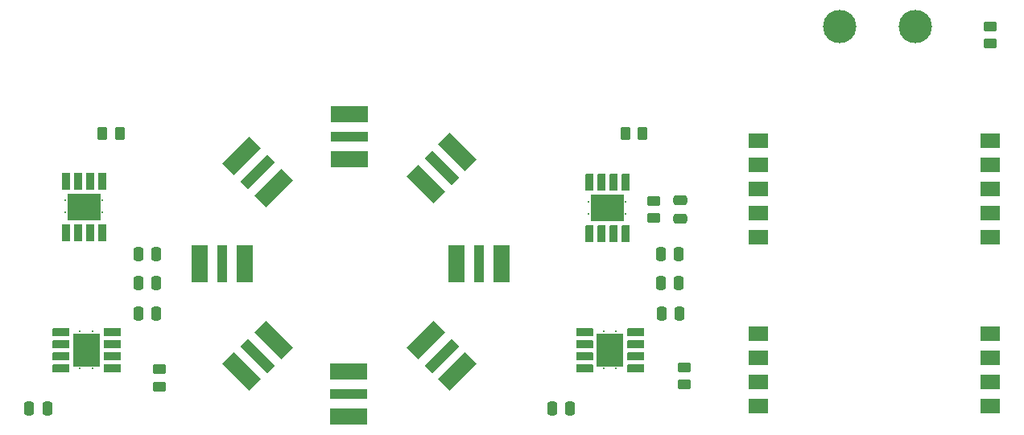
<source format=gts>
G04 #@! TF.GenerationSoftware,KiCad,Pcbnew,(5.99.0-11497-g0fb864d596)*
G04 #@! TF.CreationDate,2021-08-10T19:57:58-04:00*
G04 #@! TF.ProjectId,K40-LED_PCB,4b34302d-4c45-4445-9f50-43422e6b6963,rev?*
G04 #@! TF.SameCoordinates,Original*
G04 #@! TF.FileFunction,Soldermask,Top*
G04 #@! TF.FilePolarity,Negative*
%FSLAX46Y46*%
G04 Gerber Fmt 4.6, Leading zero omitted, Abs format (unit mm)*
G04 Created by KiCad (PCBNEW (5.99.0-11497-g0fb864d596)) date 2021-08-10 19:57:58*
%MOMM*%
%LPD*%
G01*
G04 APERTURE LIST*
G04 Aperture macros list*
%AMRoundRect*
0 Rectangle with rounded corners*
0 $1 Rounding radius*
0 $2 $3 $4 $5 $6 $7 $8 $9 X,Y pos of 4 corners*
0 Add a 4 corners polygon primitive as box body*
4,1,4,$2,$3,$4,$5,$6,$7,$8,$9,$2,$3,0*
0 Add four circle primitives for the rounded corners*
1,1,$1+$1,$2,$3*
1,1,$1+$1,$4,$5*
1,1,$1+$1,$6,$7*
1,1,$1+$1,$8,$9*
0 Add four rect primitives between the rounded corners*
20,1,$1+$1,$2,$3,$4,$5,0*
20,1,$1+$1,$4,$5,$6,$7,0*
20,1,$1+$1,$6,$7,$8,$9,0*
20,1,$1+$1,$8,$9,$2,$3,0*%
%AMRotRect*
0 Rectangle, with rotation*
0 The origin of the aperture is its center*
0 $1 length*
0 $2 width*
0 $3 Rotation angle, in degrees counterclockwise*
0 Add horizontal line*
21,1,$1,$2,0,0,$3*%
G04 Aperture macros list end*
%ADD10C,0.010000*%
%ADD11R,4.000000X1.100000*%
%ADD12R,4.000000X1.750000*%
%ADD13C,3.500000*%
%ADD14RotRect,1.100000X4.000000X315.000000*%
%ADD15RotRect,1.750000X4.000000X315.000000*%
%ADD16R,1.100000X4.000000*%
%ADD17R,1.750000X4.000000*%
%ADD18RoundRect,0.250000X-0.250000X-0.475000X0.250000X-0.475000X0.250000X0.475000X-0.250000X0.475000X0*%
%ADD19RoundRect,0.250000X-0.475000X0.250000X-0.475000X-0.250000X0.475000X-0.250000X0.475000X0.250000X0*%
%ADD20RoundRect,0.250000X0.262500X0.450000X-0.262500X0.450000X-0.262500X-0.450000X0.262500X-0.450000X0*%
%ADD21RoundRect,0.250000X0.450000X-0.262500X0.450000X0.262500X-0.450000X0.262500X-0.450000X-0.262500X0*%
%ADD22RoundRect,0.250000X-0.450000X0.262500X-0.450000X-0.262500X0.450000X-0.262500X0.450000X0.262500X0*%
%ADD23R,2.030000X1.500000*%
%ADD24C,0.300000*%
%ADD25RotRect,1.100000X4.000000X225.000000*%
%ADD26RotRect,1.750000X4.000000X225.000000*%
%ADD27RotRect,1.100000X4.000000X45.000000*%
%ADD28RotRect,1.750000X4.000000X45.000000*%
%ADD29RotRect,1.100000X4.000000X135.000000*%
%ADD30RotRect,1.750000X4.000000X135.000000*%
%ADD31RoundRect,0.249999X0.450001X-0.262501X0.450001X0.262501X-0.450001X0.262501X-0.450001X-0.262501X0*%
G04 APERTURE END LIST*
D10*
X65315000Y-112455000D02*
X65315000Y-114045000D01*
X65315000Y-114045000D02*
X65314931Y-114047617D01*
X65314931Y-114047617D02*
X65314726Y-114050226D01*
X65314726Y-114050226D02*
X65314384Y-114052822D01*
X65314384Y-114052822D02*
X65313907Y-114055396D01*
X65313907Y-114055396D02*
X65313296Y-114057941D01*
X65313296Y-114057941D02*
X65312553Y-114060451D01*
X65312553Y-114060451D02*
X65311679Y-114062918D01*
X65311679Y-114062918D02*
X65310677Y-114065337D01*
X65310677Y-114065337D02*
X65309550Y-114067700D01*
X65309550Y-114067700D02*
X65308301Y-114070000D01*
X65308301Y-114070000D02*
X65306934Y-114072232D01*
X65306934Y-114072232D02*
X65305451Y-114074389D01*
X65305451Y-114074389D02*
X65303857Y-114076466D01*
X65303857Y-114076466D02*
X65302157Y-114078457D01*
X65302157Y-114078457D02*
X65300355Y-114080355D01*
X65300355Y-114080355D02*
X65298457Y-114082157D01*
X65298457Y-114082157D02*
X65296466Y-114083857D01*
X65296466Y-114083857D02*
X65294389Y-114085451D01*
X65294389Y-114085451D02*
X65292232Y-114086934D01*
X65292232Y-114086934D02*
X65290000Y-114088301D01*
X65290000Y-114088301D02*
X65287700Y-114089550D01*
X65287700Y-114089550D02*
X65285337Y-114090677D01*
X65285337Y-114090677D02*
X65282918Y-114091679D01*
X65282918Y-114091679D02*
X65280451Y-114092553D01*
X65280451Y-114092553D02*
X65277941Y-114093296D01*
X65277941Y-114093296D02*
X65275396Y-114093907D01*
X65275396Y-114093907D02*
X65272822Y-114094384D01*
X65272822Y-114094384D02*
X65270226Y-114094726D01*
X65270226Y-114094726D02*
X65267617Y-114094931D01*
X65267617Y-114094931D02*
X65265000Y-114095000D01*
X65265000Y-114095000D02*
X64625000Y-114095000D01*
X64625000Y-114095000D02*
X64622383Y-114094931D01*
X64622383Y-114094931D02*
X64619774Y-114094726D01*
X64619774Y-114094726D02*
X64617178Y-114094384D01*
X64617178Y-114094384D02*
X64614604Y-114093907D01*
X64614604Y-114093907D02*
X64612059Y-114093296D01*
X64612059Y-114093296D02*
X64609549Y-114092553D01*
X64609549Y-114092553D02*
X64607082Y-114091679D01*
X64607082Y-114091679D02*
X64604663Y-114090677D01*
X64604663Y-114090677D02*
X64602300Y-114089550D01*
X64602300Y-114089550D02*
X64600000Y-114088301D01*
X64600000Y-114088301D02*
X64597768Y-114086934D01*
X64597768Y-114086934D02*
X64595611Y-114085451D01*
X64595611Y-114085451D02*
X64593534Y-114083857D01*
X64593534Y-114083857D02*
X64591543Y-114082157D01*
X64591543Y-114082157D02*
X64589645Y-114080355D01*
X64589645Y-114080355D02*
X64587843Y-114078457D01*
X64587843Y-114078457D02*
X64586143Y-114076466D01*
X64586143Y-114076466D02*
X64584549Y-114074389D01*
X64584549Y-114074389D02*
X64583066Y-114072232D01*
X64583066Y-114072232D02*
X64581699Y-114070000D01*
X64581699Y-114070000D02*
X64580450Y-114067700D01*
X64580450Y-114067700D02*
X64579323Y-114065337D01*
X64579323Y-114065337D02*
X64578321Y-114062918D01*
X64578321Y-114062918D02*
X64577447Y-114060451D01*
X64577447Y-114060451D02*
X64576704Y-114057941D01*
X64576704Y-114057941D02*
X64576093Y-114055396D01*
X64576093Y-114055396D02*
X64575616Y-114052822D01*
X64575616Y-114052822D02*
X64575274Y-114050226D01*
X64575274Y-114050226D02*
X64575069Y-114047617D01*
X64575069Y-114047617D02*
X64575000Y-114045000D01*
X64575000Y-114045000D02*
X64575000Y-112455000D01*
X64575000Y-112455000D02*
X64575069Y-112452383D01*
X64575069Y-112452383D02*
X64575274Y-112449774D01*
X64575274Y-112449774D02*
X64575616Y-112447178D01*
X64575616Y-112447178D02*
X64576093Y-112444604D01*
X64576093Y-112444604D02*
X64576704Y-112442059D01*
X64576704Y-112442059D02*
X64577447Y-112439549D01*
X64577447Y-112439549D02*
X64578321Y-112437082D01*
X64578321Y-112437082D02*
X64579323Y-112434663D01*
X64579323Y-112434663D02*
X64580450Y-112432300D01*
X64580450Y-112432300D02*
X64581699Y-112430000D01*
X64581699Y-112430000D02*
X64583066Y-112427768D01*
X64583066Y-112427768D02*
X64584549Y-112425611D01*
X64584549Y-112425611D02*
X64586143Y-112423534D01*
X64586143Y-112423534D02*
X64587843Y-112421543D01*
X64587843Y-112421543D02*
X64589645Y-112419645D01*
X64589645Y-112419645D02*
X64591543Y-112417843D01*
X64591543Y-112417843D02*
X64593534Y-112416143D01*
X64593534Y-112416143D02*
X64595611Y-112414549D01*
X64595611Y-112414549D02*
X64597768Y-112413066D01*
X64597768Y-112413066D02*
X64600000Y-112411699D01*
X64600000Y-112411699D02*
X64602300Y-112410450D01*
X64602300Y-112410450D02*
X64604663Y-112409323D01*
X64604663Y-112409323D02*
X64607082Y-112408321D01*
X64607082Y-112408321D02*
X64609549Y-112407447D01*
X64609549Y-112407447D02*
X64612059Y-112406704D01*
X64612059Y-112406704D02*
X64614604Y-112406093D01*
X64614604Y-112406093D02*
X64617178Y-112405616D01*
X64617178Y-112405616D02*
X64619774Y-112405274D01*
X64619774Y-112405274D02*
X64622383Y-112405069D01*
X64622383Y-112405069D02*
X64625000Y-112405000D01*
X64625000Y-112405000D02*
X65265000Y-112405000D01*
X65265000Y-112405000D02*
X65267617Y-112405069D01*
X65267617Y-112405069D02*
X65270226Y-112405274D01*
X65270226Y-112405274D02*
X65272822Y-112405616D01*
X65272822Y-112405616D02*
X65275396Y-112406093D01*
X65275396Y-112406093D02*
X65277941Y-112406704D01*
X65277941Y-112406704D02*
X65280451Y-112407447D01*
X65280451Y-112407447D02*
X65282918Y-112408321D01*
X65282918Y-112408321D02*
X65285337Y-112409323D01*
X65285337Y-112409323D02*
X65287700Y-112410450D01*
X65287700Y-112410450D02*
X65290000Y-112411699D01*
X65290000Y-112411699D02*
X65292232Y-112413066D01*
X65292232Y-112413066D02*
X65294389Y-112414549D01*
X65294389Y-112414549D02*
X65296466Y-112416143D01*
X65296466Y-112416143D02*
X65298457Y-112417843D01*
X65298457Y-112417843D02*
X65300355Y-112419645D01*
X65300355Y-112419645D02*
X65302157Y-112421543D01*
X65302157Y-112421543D02*
X65303857Y-112423534D01*
X65303857Y-112423534D02*
X65305451Y-112425611D01*
X65305451Y-112425611D02*
X65306934Y-112427768D01*
X65306934Y-112427768D02*
X65308301Y-112430000D01*
X65308301Y-112430000D02*
X65309550Y-112432300D01*
X65309550Y-112432300D02*
X65310677Y-112434663D01*
X65310677Y-112434663D02*
X65311679Y-112437082D01*
X65311679Y-112437082D02*
X65312553Y-112439549D01*
X65312553Y-112439549D02*
X65313296Y-112442059D01*
X65313296Y-112442059D02*
X65313907Y-112444604D01*
X65313907Y-112444604D02*
X65314384Y-112447178D01*
X65314384Y-112447178D02*
X65314726Y-112449774D01*
X65314726Y-112449774D02*
X65314931Y-112452383D01*
X65314931Y-112452383D02*
X65315000Y-112455000D01*
X65315000Y-112455000D02*
X65315000Y-112455000D01*
G36*
X65267617Y-112405069D02*
G01*
X65270226Y-112405274D01*
X65272822Y-112405616D01*
X65275396Y-112406093D01*
X65277941Y-112406704D01*
X65280451Y-112407447D01*
X65282918Y-112408321D01*
X65285337Y-112409323D01*
X65287700Y-112410450D01*
X65290000Y-112411699D01*
X65292232Y-112413066D01*
X65294389Y-112414549D01*
X65296466Y-112416143D01*
X65298457Y-112417843D01*
X65300355Y-112419645D01*
X65302157Y-112421543D01*
X65303857Y-112423534D01*
X65305451Y-112425611D01*
X65306934Y-112427768D01*
X65308301Y-112430000D01*
X65309550Y-112432300D01*
X65310677Y-112434663D01*
X65311679Y-112437082D01*
X65312553Y-112439549D01*
X65313296Y-112442059D01*
X65313907Y-112444604D01*
X65314384Y-112447178D01*
X65314726Y-112449774D01*
X65314931Y-112452383D01*
X65315000Y-112455000D01*
X65315000Y-114045000D01*
X65314931Y-114047617D01*
X65314726Y-114050226D01*
X65314384Y-114052822D01*
X65313907Y-114055396D01*
X65313296Y-114057941D01*
X65312553Y-114060451D01*
X65311679Y-114062918D01*
X65310677Y-114065337D01*
X65309550Y-114067700D01*
X65308301Y-114070000D01*
X65306934Y-114072232D01*
X65305451Y-114074389D01*
X65303857Y-114076466D01*
X65302157Y-114078457D01*
X65300355Y-114080355D01*
X65298457Y-114082157D01*
X65296466Y-114083857D01*
X65294389Y-114085451D01*
X65292232Y-114086934D01*
X65290000Y-114088301D01*
X65287700Y-114089550D01*
X65285337Y-114090677D01*
X65282918Y-114091679D01*
X65280451Y-114092553D01*
X65277941Y-114093296D01*
X65275396Y-114093907D01*
X65272822Y-114094384D01*
X65270226Y-114094726D01*
X65267617Y-114094931D01*
X65265000Y-114095000D01*
X64625000Y-114095000D01*
X64622383Y-114094931D01*
X64619774Y-114094726D01*
X64617178Y-114094384D01*
X64614604Y-114093907D01*
X64612059Y-114093296D01*
X64609549Y-114092553D01*
X64607082Y-114091679D01*
X64604663Y-114090677D01*
X64602300Y-114089550D01*
X64600000Y-114088301D01*
X64597768Y-114086934D01*
X64595611Y-114085451D01*
X64593534Y-114083857D01*
X64591543Y-114082157D01*
X64589645Y-114080355D01*
X64587843Y-114078457D01*
X64586143Y-114076466D01*
X64584549Y-114074389D01*
X64583066Y-114072232D01*
X64581699Y-114070000D01*
X64580450Y-114067700D01*
X64579323Y-114065337D01*
X64578321Y-114062918D01*
X64577447Y-114060451D01*
X64576704Y-114057941D01*
X64576093Y-114055396D01*
X64575616Y-114052822D01*
X64575274Y-114050226D01*
X64575069Y-114047617D01*
X64575000Y-114045000D01*
X64575000Y-112455000D01*
X64575069Y-112452383D01*
X64575274Y-112449774D01*
X64575616Y-112447178D01*
X64576093Y-112444604D01*
X64576704Y-112442059D01*
X64577447Y-112439549D01*
X64578321Y-112437082D01*
X64579323Y-112434663D01*
X64580450Y-112432300D01*
X64581699Y-112430000D01*
X64583066Y-112427768D01*
X64584549Y-112425611D01*
X64586143Y-112423534D01*
X64587843Y-112421543D01*
X64589645Y-112419645D01*
X64591543Y-112417843D01*
X64593534Y-112416143D01*
X64595611Y-112414549D01*
X64597768Y-112413066D01*
X64600000Y-112411699D01*
X64602300Y-112410450D01*
X64604663Y-112409323D01*
X64607082Y-112408321D01*
X64609549Y-112407447D01*
X64612059Y-112406704D01*
X64614604Y-112406093D01*
X64617178Y-112405616D01*
X64619774Y-112405274D01*
X64622383Y-112405069D01*
X64625000Y-112405000D01*
X65265000Y-112405000D01*
X65267617Y-112405069D01*
G37*
X65267617Y-112405069D02*
X65270226Y-112405274D01*
X65272822Y-112405616D01*
X65275396Y-112406093D01*
X65277941Y-112406704D01*
X65280451Y-112407447D01*
X65282918Y-112408321D01*
X65285337Y-112409323D01*
X65287700Y-112410450D01*
X65290000Y-112411699D01*
X65292232Y-112413066D01*
X65294389Y-112414549D01*
X65296466Y-112416143D01*
X65298457Y-112417843D01*
X65300355Y-112419645D01*
X65302157Y-112421543D01*
X65303857Y-112423534D01*
X65305451Y-112425611D01*
X65306934Y-112427768D01*
X65308301Y-112430000D01*
X65309550Y-112432300D01*
X65310677Y-112434663D01*
X65311679Y-112437082D01*
X65312553Y-112439549D01*
X65313296Y-112442059D01*
X65313907Y-112444604D01*
X65314384Y-112447178D01*
X65314726Y-112449774D01*
X65314931Y-112452383D01*
X65315000Y-112455000D01*
X65315000Y-114045000D01*
X65314931Y-114047617D01*
X65314726Y-114050226D01*
X65314384Y-114052822D01*
X65313907Y-114055396D01*
X65313296Y-114057941D01*
X65312553Y-114060451D01*
X65311679Y-114062918D01*
X65310677Y-114065337D01*
X65309550Y-114067700D01*
X65308301Y-114070000D01*
X65306934Y-114072232D01*
X65305451Y-114074389D01*
X65303857Y-114076466D01*
X65302157Y-114078457D01*
X65300355Y-114080355D01*
X65298457Y-114082157D01*
X65296466Y-114083857D01*
X65294389Y-114085451D01*
X65292232Y-114086934D01*
X65290000Y-114088301D01*
X65287700Y-114089550D01*
X65285337Y-114090677D01*
X65282918Y-114091679D01*
X65280451Y-114092553D01*
X65277941Y-114093296D01*
X65275396Y-114093907D01*
X65272822Y-114094384D01*
X65270226Y-114094726D01*
X65267617Y-114094931D01*
X65265000Y-114095000D01*
X64625000Y-114095000D01*
X64622383Y-114094931D01*
X64619774Y-114094726D01*
X64617178Y-114094384D01*
X64614604Y-114093907D01*
X64612059Y-114093296D01*
X64609549Y-114092553D01*
X64607082Y-114091679D01*
X64604663Y-114090677D01*
X64602300Y-114089550D01*
X64600000Y-114088301D01*
X64597768Y-114086934D01*
X64595611Y-114085451D01*
X64593534Y-114083857D01*
X64591543Y-114082157D01*
X64589645Y-114080355D01*
X64587843Y-114078457D01*
X64586143Y-114076466D01*
X64584549Y-114074389D01*
X64583066Y-114072232D01*
X64581699Y-114070000D01*
X64580450Y-114067700D01*
X64579323Y-114065337D01*
X64578321Y-114062918D01*
X64577447Y-114060451D01*
X64576704Y-114057941D01*
X64576093Y-114055396D01*
X64575616Y-114052822D01*
X64575274Y-114050226D01*
X64575069Y-114047617D01*
X64575000Y-114045000D01*
X64575000Y-112455000D01*
X64575069Y-112452383D01*
X64575274Y-112449774D01*
X64575616Y-112447178D01*
X64576093Y-112444604D01*
X64576704Y-112442059D01*
X64577447Y-112439549D01*
X64578321Y-112437082D01*
X64579323Y-112434663D01*
X64580450Y-112432300D01*
X64581699Y-112430000D01*
X64583066Y-112427768D01*
X64584549Y-112425611D01*
X64586143Y-112423534D01*
X64587843Y-112421543D01*
X64589645Y-112419645D01*
X64591543Y-112417843D01*
X64593534Y-112416143D01*
X64595611Y-112414549D01*
X64597768Y-112413066D01*
X64600000Y-112411699D01*
X64602300Y-112410450D01*
X64604663Y-112409323D01*
X64607082Y-112408321D01*
X64609549Y-112407447D01*
X64612059Y-112406704D01*
X64614604Y-112406093D01*
X64617178Y-112405616D01*
X64619774Y-112405274D01*
X64622383Y-112405069D01*
X64625000Y-112405000D01*
X65265000Y-112405000D01*
X65267617Y-112405069D01*
X64045000Y-117855000D02*
X64045000Y-119445000D01*
X64045000Y-119445000D02*
X64044931Y-119447617D01*
X64044931Y-119447617D02*
X64044726Y-119450226D01*
X64044726Y-119450226D02*
X64044384Y-119452822D01*
X64044384Y-119452822D02*
X64043907Y-119455396D01*
X64043907Y-119455396D02*
X64043296Y-119457941D01*
X64043296Y-119457941D02*
X64042553Y-119460451D01*
X64042553Y-119460451D02*
X64041679Y-119462918D01*
X64041679Y-119462918D02*
X64040677Y-119465337D01*
X64040677Y-119465337D02*
X64039550Y-119467700D01*
X64039550Y-119467700D02*
X64038301Y-119470000D01*
X64038301Y-119470000D02*
X64036934Y-119472232D01*
X64036934Y-119472232D02*
X64035451Y-119474389D01*
X64035451Y-119474389D02*
X64033857Y-119476466D01*
X64033857Y-119476466D02*
X64032157Y-119478457D01*
X64032157Y-119478457D02*
X64030355Y-119480355D01*
X64030355Y-119480355D02*
X64028457Y-119482157D01*
X64028457Y-119482157D02*
X64026466Y-119483857D01*
X64026466Y-119483857D02*
X64024389Y-119485451D01*
X64024389Y-119485451D02*
X64022232Y-119486934D01*
X64022232Y-119486934D02*
X64020000Y-119488301D01*
X64020000Y-119488301D02*
X64017700Y-119489550D01*
X64017700Y-119489550D02*
X64015337Y-119490677D01*
X64015337Y-119490677D02*
X64012918Y-119491679D01*
X64012918Y-119491679D02*
X64010451Y-119492553D01*
X64010451Y-119492553D02*
X64007941Y-119493296D01*
X64007941Y-119493296D02*
X64005396Y-119493907D01*
X64005396Y-119493907D02*
X64002822Y-119494384D01*
X64002822Y-119494384D02*
X64000226Y-119494726D01*
X64000226Y-119494726D02*
X63997617Y-119494931D01*
X63997617Y-119494931D02*
X63995000Y-119495000D01*
X63995000Y-119495000D02*
X63355000Y-119495000D01*
X63355000Y-119495000D02*
X63352383Y-119494931D01*
X63352383Y-119494931D02*
X63349774Y-119494726D01*
X63349774Y-119494726D02*
X63347178Y-119494384D01*
X63347178Y-119494384D02*
X63344604Y-119493907D01*
X63344604Y-119493907D02*
X63342059Y-119493296D01*
X63342059Y-119493296D02*
X63339549Y-119492553D01*
X63339549Y-119492553D02*
X63337082Y-119491679D01*
X63337082Y-119491679D02*
X63334663Y-119490677D01*
X63334663Y-119490677D02*
X63332300Y-119489550D01*
X63332300Y-119489550D02*
X63330000Y-119488301D01*
X63330000Y-119488301D02*
X63327768Y-119486934D01*
X63327768Y-119486934D02*
X63325611Y-119485451D01*
X63325611Y-119485451D02*
X63323534Y-119483857D01*
X63323534Y-119483857D02*
X63321543Y-119482157D01*
X63321543Y-119482157D02*
X63319645Y-119480355D01*
X63319645Y-119480355D02*
X63317843Y-119478457D01*
X63317843Y-119478457D02*
X63316143Y-119476466D01*
X63316143Y-119476466D02*
X63314549Y-119474389D01*
X63314549Y-119474389D02*
X63313066Y-119472232D01*
X63313066Y-119472232D02*
X63311699Y-119470000D01*
X63311699Y-119470000D02*
X63310450Y-119467700D01*
X63310450Y-119467700D02*
X63309323Y-119465337D01*
X63309323Y-119465337D02*
X63308321Y-119462918D01*
X63308321Y-119462918D02*
X63307447Y-119460451D01*
X63307447Y-119460451D02*
X63306704Y-119457941D01*
X63306704Y-119457941D02*
X63306093Y-119455396D01*
X63306093Y-119455396D02*
X63305616Y-119452822D01*
X63305616Y-119452822D02*
X63305274Y-119450226D01*
X63305274Y-119450226D02*
X63305069Y-119447617D01*
X63305069Y-119447617D02*
X63305000Y-119445000D01*
X63305000Y-119445000D02*
X63305000Y-117855000D01*
X63305000Y-117855000D02*
X63305069Y-117852383D01*
X63305069Y-117852383D02*
X63305274Y-117849774D01*
X63305274Y-117849774D02*
X63305616Y-117847178D01*
X63305616Y-117847178D02*
X63306093Y-117844604D01*
X63306093Y-117844604D02*
X63306704Y-117842059D01*
X63306704Y-117842059D02*
X63307447Y-117839549D01*
X63307447Y-117839549D02*
X63308321Y-117837082D01*
X63308321Y-117837082D02*
X63309323Y-117834663D01*
X63309323Y-117834663D02*
X63310450Y-117832300D01*
X63310450Y-117832300D02*
X63311699Y-117830000D01*
X63311699Y-117830000D02*
X63313066Y-117827768D01*
X63313066Y-117827768D02*
X63314549Y-117825611D01*
X63314549Y-117825611D02*
X63316143Y-117823534D01*
X63316143Y-117823534D02*
X63317843Y-117821543D01*
X63317843Y-117821543D02*
X63319645Y-117819645D01*
X63319645Y-117819645D02*
X63321543Y-117817843D01*
X63321543Y-117817843D02*
X63323534Y-117816143D01*
X63323534Y-117816143D02*
X63325611Y-117814549D01*
X63325611Y-117814549D02*
X63327768Y-117813066D01*
X63327768Y-117813066D02*
X63330000Y-117811699D01*
X63330000Y-117811699D02*
X63332300Y-117810450D01*
X63332300Y-117810450D02*
X63334663Y-117809323D01*
X63334663Y-117809323D02*
X63337082Y-117808321D01*
X63337082Y-117808321D02*
X63339549Y-117807447D01*
X63339549Y-117807447D02*
X63342059Y-117806704D01*
X63342059Y-117806704D02*
X63344604Y-117806093D01*
X63344604Y-117806093D02*
X63347178Y-117805616D01*
X63347178Y-117805616D02*
X63349774Y-117805274D01*
X63349774Y-117805274D02*
X63352383Y-117805069D01*
X63352383Y-117805069D02*
X63355000Y-117805000D01*
X63355000Y-117805000D02*
X63995000Y-117805000D01*
X63995000Y-117805000D02*
X63997617Y-117805069D01*
X63997617Y-117805069D02*
X64000226Y-117805274D01*
X64000226Y-117805274D02*
X64002822Y-117805616D01*
X64002822Y-117805616D02*
X64005396Y-117806093D01*
X64005396Y-117806093D02*
X64007941Y-117806704D01*
X64007941Y-117806704D02*
X64010451Y-117807447D01*
X64010451Y-117807447D02*
X64012918Y-117808321D01*
X64012918Y-117808321D02*
X64015337Y-117809323D01*
X64015337Y-117809323D02*
X64017700Y-117810450D01*
X64017700Y-117810450D02*
X64020000Y-117811699D01*
X64020000Y-117811699D02*
X64022232Y-117813066D01*
X64022232Y-117813066D02*
X64024389Y-117814549D01*
X64024389Y-117814549D02*
X64026466Y-117816143D01*
X64026466Y-117816143D02*
X64028457Y-117817843D01*
X64028457Y-117817843D02*
X64030355Y-117819645D01*
X64030355Y-117819645D02*
X64032157Y-117821543D01*
X64032157Y-117821543D02*
X64033857Y-117823534D01*
X64033857Y-117823534D02*
X64035451Y-117825611D01*
X64035451Y-117825611D02*
X64036934Y-117827768D01*
X64036934Y-117827768D02*
X64038301Y-117830000D01*
X64038301Y-117830000D02*
X64039550Y-117832300D01*
X64039550Y-117832300D02*
X64040677Y-117834663D01*
X64040677Y-117834663D02*
X64041679Y-117837082D01*
X64041679Y-117837082D02*
X64042553Y-117839549D01*
X64042553Y-117839549D02*
X64043296Y-117842059D01*
X64043296Y-117842059D02*
X64043907Y-117844604D01*
X64043907Y-117844604D02*
X64044384Y-117847178D01*
X64044384Y-117847178D02*
X64044726Y-117849774D01*
X64044726Y-117849774D02*
X64044931Y-117852383D01*
X64044931Y-117852383D02*
X64045000Y-117855000D01*
X64045000Y-117855000D02*
X64045000Y-117855000D01*
G36*
X63997617Y-117805069D02*
G01*
X64000226Y-117805274D01*
X64002822Y-117805616D01*
X64005396Y-117806093D01*
X64007941Y-117806704D01*
X64010451Y-117807447D01*
X64012918Y-117808321D01*
X64015337Y-117809323D01*
X64017700Y-117810450D01*
X64020000Y-117811699D01*
X64022232Y-117813066D01*
X64024389Y-117814549D01*
X64026466Y-117816143D01*
X64028457Y-117817843D01*
X64030355Y-117819645D01*
X64032157Y-117821543D01*
X64033857Y-117823534D01*
X64035451Y-117825611D01*
X64036934Y-117827768D01*
X64038301Y-117830000D01*
X64039550Y-117832300D01*
X64040677Y-117834663D01*
X64041679Y-117837082D01*
X64042553Y-117839549D01*
X64043296Y-117842059D01*
X64043907Y-117844604D01*
X64044384Y-117847178D01*
X64044726Y-117849774D01*
X64044931Y-117852383D01*
X64045000Y-117855000D01*
X64045000Y-119445000D01*
X64044931Y-119447617D01*
X64044726Y-119450226D01*
X64044384Y-119452822D01*
X64043907Y-119455396D01*
X64043296Y-119457941D01*
X64042553Y-119460451D01*
X64041679Y-119462918D01*
X64040677Y-119465337D01*
X64039550Y-119467700D01*
X64038301Y-119470000D01*
X64036934Y-119472232D01*
X64035451Y-119474389D01*
X64033857Y-119476466D01*
X64032157Y-119478457D01*
X64030355Y-119480355D01*
X64028457Y-119482157D01*
X64026466Y-119483857D01*
X64024389Y-119485451D01*
X64022232Y-119486934D01*
X64020000Y-119488301D01*
X64017700Y-119489550D01*
X64015337Y-119490677D01*
X64012918Y-119491679D01*
X64010451Y-119492553D01*
X64007941Y-119493296D01*
X64005396Y-119493907D01*
X64002822Y-119494384D01*
X64000226Y-119494726D01*
X63997617Y-119494931D01*
X63995000Y-119495000D01*
X63355000Y-119495000D01*
X63352383Y-119494931D01*
X63349774Y-119494726D01*
X63347178Y-119494384D01*
X63344604Y-119493907D01*
X63342059Y-119493296D01*
X63339549Y-119492553D01*
X63337082Y-119491679D01*
X63334663Y-119490677D01*
X63332300Y-119489550D01*
X63330000Y-119488301D01*
X63327768Y-119486934D01*
X63325611Y-119485451D01*
X63323534Y-119483857D01*
X63321543Y-119482157D01*
X63319645Y-119480355D01*
X63317843Y-119478457D01*
X63316143Y-119476466D01*
X63314549Y-119474389D01*
X63313066Y-119472232D01*
X63311699Y-119470000D01*
X63310450Y-119467700D01*
X63309323Y-119465337D01*
X63308321Y-119462918D01*
X63307447Y-119460451D01*
X63306704Y-119457941D01*
X63306093Y-119455396D01*
X63305616Y-119452822D01*
X63305274Y-119450226D01*
X63305069Y-119447617D01*
X63305000Y-119445000D01*
X63305000Y-117855000D01*
X63305069Y-117852383D01*
X63305274Y-117849774D01*
X63305616Y-117847178D01*
X63306093Y-117844604D01*
X63306704Y-117842059D01*
X63307447Y-117839549D01*
X63308321Y-117837082D01*
X63309323Y-117834663D01*
X63310450Y-117832300D01*
X63311699Y-117830000D01*
X63313066Y-117827768D01*
X63314549Y-117825611D01*
X63316143Y-117823534D01*
X63317843Y-117821543D01*
X63319645Y-117819645D01*
X63321543Y-117817843D01*
X63323534Y-117816143D01*
X63325611Y-117814549D01*
X63327768Y-117813066D01*
X63330000Y-117811699D01*
X63332300Y-117810450D01*
X63334663Y-117809323D01*
X63337082Y-117808321D01*
X63339549Y-117807447D01*
X63342059Y-117806704D01*
X63344604Y-117806093D01*
X63347178Y-117805616D01*
X63349774Y-117805274D01*
X63352383Y-117805069D01*
X63355000Y-117805000D01*
X63995000Y-117805000D01*
X63997617Y-117805069D01*
G37*
X63997617Y-117805069D02*
X64000226Y-117805274D01*
X64002822Y-117805616D01*
X64005396Y-117806093D01*
X64007941Y-117806704D01*
X64010451Y-117807447D01*
X64012918Y-117808321D01*
X64015337Y-117809323D01*
X64017700Y-117810450D01*
X64020000Y-117811699D01*
X64022232Y-117813066D01*
X64024389Y-117814549D01*
X64026466Y-117816143D01*
X64028457Y-117817843D01*
X64030355Y-117819645D01*
X64032157Y-117821543D01*
X64033857Y-117823534D01*
X64035451Y-117825611D01*
X64036934Y-117827768D01*
X64038301Y-117830000D01*
X64039550Y-117832300D01*
X64040677Y-117834663D01*
X64041679Y-117837082D01*
X64042553Y-117839549D01*
X64043296Y-117842059D01*
X64043907Y-117844604D01*
X64044384Y-117847178D01*
X64044726Y-117849774D01*
X64044931Y-117852383D01*
X64045000Y-117855000D01*
X64045000Y-119445000D01*
X64044931Y-119447617D01*
X64044726Y-119450226D01*
X64044384Y-119452822D01*
X64043907Y-119455396D01*
X64043296Y-119457941D01*
X64042553Y-119460451D01*
X64041679Y-119462918D01*
X64040677Y-119465337D01*
X64039550Y-119467700D01*
X64038301Y-119470000D01*
X64036934Y-119472232D01*
X64035451Y-119474389D01*
X64033857Y-119476466D01*
X64032157Y-119478457D01*
X64030355Y-119480355D01*
X64028457Y-119482157D01*
X64026466Y-119483857D01*
X64024389Y-119485451D01*
X64022232Y-119486934D01*
X64020000Y-119488301D01*
X64017700Y-119489550D01*
X64015337Y-119490677D01*
X64012918Y-119491679D01*
X64010451Y-119492553D01*
X64007941Y-119493296D01*
X64005396Y-119493907D01*
X64002822Y-119494384D01*
X64000226Y-119494726D01*
X63997617Y-119494931D01*
X63995000Y-119495000D01*
X63355000Y-119495000D01*
X63352383Y-119494931D01*
X63349774Y-119494726D01*
X63347178Y-119494384D01*
X63344604Y-119493907D01*
X63342059Y-119493296D01*
X63339549Y-119492553D01*
X63337082Y-119491679D01*
X63334663Y-119490677D01*
X63332300Y-119489550D01*
X63330000Y-119488301D01*
X63327768Y-119486934D01*
X63325611Y-119485451D01*
X63323534Y-119483857D01*
X63321543Y-119482157D01*
X63319645Y-119480355D01*
X63317843Y-119478457D01*
X63316143Y-119476466D01*
X63314549Y-119474389D01*
X63313066Y-119472232D01*
X63311699Y-119470000D01*
X63310450Y-119467700D01*
X63309323Y-119465337D01*
X63308321Y-119462918D01*
X63307447Y-119460451D01*
X63306704Y-119457941D01*
X63306093Y-119455396D01*
X63305616Y-119452822D01*
X63305274Y-119450226D01*
X63305069Y-119447617D01*
X63305000Y-119445000D01*
X63305000Y-117855000D01*
X63305069Y-117852383D01*
X63305274Y-117849774D01*
X63305616Y-117847178D01*
X63306093Y-117844604D01*
X63306704Y-117842059D01*
X63307447Y-117839549D01*
X63308321Y-117837082D01*
X63309323Y-117834663D01*
X63310450Y-117832300D01*
X63311699Y-117830000D01*
X63313066Y-117827768D01*
X63314549Y-117825611D01*
X63316143Y-117823534D01*
X63317843Y-117821543D01*
X63319645Y-117819645D01*
X63321543Y-117817843D01*
X63323534Y-117816143D01*
X63325611Y-117814549D01*
X63327768Y-117813066D01*
X63330000Y-117811699D01*
X63332300Y-117810450D01*
X63334663Y-117809323D01*
X63337082Y-117808321D01*
X63339549Y-117807447D01*
X63342059Y-117806704D01*
X63344604Y-117806093D01*
X63347178Y-117805616D01*
X63349774Y-117805274D01*
X63352383Y-117805069D01*
X63355000Y-117805000D01*
X63995000Y-117805000D01*
X63997617Y-117805069D01*
X65315000Y-117855000D02*
X65315000Y-119445000D01*
X65315000Y-119445000D02*
X65314931Y-119447617D01*
X65314931Y-119447617D02*
X65314726Y-119450226D01*
X65314726Y-119450226D02*
X65314384Y-119452822D01*
X65314384Y-119452822D02*
X65313907Y-119455396D01*
X65313907Y-119455396D02*
X65313296Y-119457941D01*
X65313296Y-119457941D02*
X65312553Y-119460451D01*
X65312553Y-119460451D02*
X65311679Y-119462918D01*
X65311679Y-119462918D02*
X65310677Y-119465337D01*
X65310677Y-119465337D02*
X65309550Y-119467700D01*
X65309550Y-119467700D02*
X65308301Y-119470000D01*
X65308301Y-119470000D02*
X65306934Y-119472232D01*
X65306934Y-119472232D02*
X65305451Y-119474389D01*
X65305451Y-119474389D02*
X65303857Y-119476466D01*
X65303857Y-119476466D02*
X65302157Y-119478457D01*
X65302157Y-119478457D02*
X65300355Y-119480355D01*
X65300355Y-119480355D02*
X65298457Y-119482157D01*
X65298457Y-119482157D02*
X65296466Y-119483857D01*
X65296466Y-119483857D02*
X65294389Y-119485451D01*
X65294389Y-119485451D02*
X65292232Y-119486934D01*
X65292232Y-119486934D02*
X65290000Y-119488301D01*
X65290000Y-119488301D02*
X65287700Y-119489550D01*
X65287700Y-119489550D02*
X65285337Y-119490677D01*
X65285337Y-119490677D02*
X65282918Y-119491679D01*
X65282918Y-119491679D02*
X65280451Y-119492553D01*
X65280451Y-119492553D02*
X65277941Y-119493296D01*
X65277941Y-119493296D02*
X65275396Y-119493907D01*
X65275396Y-119493907D02*
X65272822Y-119494384D01*
X65272822Y-119494384D02*
X65270226Y-119494726D01*
X65270226Y-119494726D02*
X65267617Y-119494931D01*
X65267617Y-119494931D02*
X65265000Y-119495000D01*
X65265000Y-119495000D02*
X64625000Y-119495000D01*
X64625000Y-119495000D02*
X64622383Y-119494931D01*
X64622383Y-119494931D02*
X64619774Y-119494726D01*
X64619774Y-119494726D02*
X64617178Y-119494384D01*
X64617178Y-119494384D02*
X64614604Y-119493907D01*
X64614604Y-119493907D02*
X64612059Y-119493296D01*
X64612059Y-119493296D02*
X64609549Y-119492553D01*
X64609549Y-119492553D02*
X64607082Y-119491679D01*
X64607082Y-119491679D02*
X64604663Y-119490677D01*
X64604663Y-119490677D02*
X64602300Y-119489550D01*
X64602300Y-119489550D02*
X64600000Y-119488301D01*
X64600000Y-119488301D02*
X64597768Y-119486934D01*
X64597768Y-119486934D02*
X64595611Y-119485451D01*
X64595611Y-119485451D02*
X64593534Y-119483857D01*
X64593534Y-119483857D02*
X64591543Y-119482157D01*
X64591543Y-119482157D02*
X64589645Y-119480355D01*
X64589645Y-119480355D02*
X64587843Y-119478457D01*
X64587843Y-119478457D02*
X64586143Y-119476466D01*
X64586143Y-119476466D02*
X64584549Y-119474389D01*
X64584549Y-119474389D02*
X64583066Y-119472232D01*
X64583066Y-119472232D02*
X64581699Y-119470000D01*
X64581699Y-119470000D02*
X64580450Y-119467700D01*
X64580450Y-119467700D02*
X64579323Y-119465337D01*
X64579323Y-119465337D02*
X64578321Y-119462918D01*
X64578321Y-119462918D02*
X64577447Y-119460451D01*
X64577447Y-119460451D02*
X64576704Y-119457941D01*
X64576704Y-119457941D02*
X64576093Y-119455396D01*
X64576093Y-119455396D02*
X64575616Y-119452822D01*
X64575616Y-119452822D02*
X64575274Y-119450226D01*
X64575274Y-119450226D02*
X64575069Y-119447617D01*
X64575069Y-119447617D02*
X64575000Y-119445000D01*
X64575000Y-119445000D02*
X64575000Y-117855000D01*
X64575000Y-117855000D02*
X64575069Y-117852383D01*
X64575069Y-117852383D02*
X64575274Y-117849774D01*
X64575274Y-117849774D02*
X64575616Y-117847178D01*
X64575616Y-117847178D02*
X64576093Y-117844604D01*
X64576093Y-117844604D02*
X64576704Y-117842059D01*
X64576704Y-117842059D02*
X64577447Y-117839549D01*
X64577447Y-117839549D02*
X64578321Y-117837082D01*
X64578321Y-117837082D02*
X64579323Y-117834663D01*
X64579323Y-117834663D02*
X64580450Y-117832300D01*
X64580450Y-117832300D02*
X64581699Y-117830000D01*
X64581699Y-117830000D02*
X64583066Y-117827768D01*
X64583066Y-117827768D02*
X64584549Y-117825611D01*
X64584549Y-117825611D02*
X64586143Y-117823534D01*
X64586143Y-117823534D02*
X64587843Y-117821543D01*
X64587843Y-117821543D02*
X64589645Y-117819645D01*
X64589645Y-117819645D02*
X64591543Y-117817843D01*
X64591543Y-117817843D02*
X64593534Y-117816143D01*
X64593534Y-117816143D02*
X64595611Y-117814549D01*
X64595611Y-117814549D02*
X64597768Y-117813066D01*
X64597768Y-117813066D02*
X64600000Y-117811699D01*
X64600000Y-117811699D02*
X64602300Y-117810450D01*
X64602300Y-117810450D02*
X64604663Y-117809323D01*
X64604663Y-117809323D02*
X64607082Y-117808321D01*
X64607082Y-117808321D02*
X64609549Y-117807447D01*
X64609549Y-117807447D02*
X64612059Y-117806704D01*
X64612059Y-117806704D02*
X64614604Y-117806093D01*
X64614604Y-117806093D02*
X64617178Y-117805616D01*
X64617178Y-117805616D02*
X64619774Y-117805274D01*
X64619774Y-117805274D02*
X64622383Y-117805069D01*
X64622383Y-117805069D02*
X64625000Y-117805000D01*
X64625000Y-117805000D02*
X65265000Y-117805000D01*
X65265000Y-117805000D02*
X65267617Y-117805069D01*
X65267617Y-117805069D02*
X65270226Y-117805274D01*
X65270226Y-117805274D02*
X65272822Y-117805616D01*
X65272822Y-117805616D02*
X65275396Y-117806093D01*
X65275396Y-117806093D02*
X65277941Y-117806704D01*
X65277941Y-117806704D02*
X65280451Y-117807447D01*
X65280451Y-117807447D02*
X65282918Y-117808321D01*
X65282918Y-117808321D02*
X65285337Y-117809323D01*
X65285337Y-117809323D02*
X65287700Y-117810450D01*
X65287700Y-117810450D02*
X65290000Y-117811699D01*
X65290000Y-117811699D02*
X65292232Y-117813066D01*
X65292232Y-117813066D02*
X65294389Y-117814549D01*
X65294389Y-117814549D02*
X65296466Y-117816143D01*
X65296466Y-117816143D02*
X65298457Y-117817843D01*
X65298457Y-117817843D02*
X65300355Y-117819645D01*
X65300355Y-117819645D02*
X65302157Y-117821543D01*
X65302157Y-117821543D02*
X65303857Y-117823534D01*
X65303857Y-117823534D02*
X65305451Y-117825611D01*
X65305451Y-117825611D02*
X65306934Y-117827768D01*
X65306934Y-117827768D02*
X65308301Y-117830000D01*
X65308301Y-117830000D02*
X65309550Y-117832300D01*
X65309550Y-117832300D02*
X65310677Y-117834663D01*
X65310677Y-117834663D02*
X65311679Y-117837082D01*
X65311679Y-117837082D02*
X65312553Y-117839549D01*
X65312553Y-117839549D02*
X65313296Y-117842059D01*
X65313296Y-117842059D02*
X65313907Y-117844604D01*
X65313907Y-117844604D02*
X65314384Y-117847178D01*
X65314384Y-117847178D02*
X65314726Y-117849774D01*
X65314726Y-117849774D02*
X65314931Y-117852383D01*
X65314931Y-117852383D02*
X65315000Y-117855000D01*
X65315000Y-117855000D02*
X65315000Y-117855000D01*
G36*
X65267617Y-117805069D02*
G01*
X65270226Y-117805274D01*
X65272822Y-117805616D01*
X65275396Y-117806093D01*
X65277941Y-117806704D01*
X65280451Y-117807447D01*
X65282918Y-117808321D01*
X65285337Y-117809323D01*
X65287700Y-117810450D01*
X65290000Y-117811699D01*
X65292232Y-117813066D01*
X65294389Y-117814549D01*
X65296466Y-117816143D01*
X65298457Y-117817843D01*
X65300355Y-117819645D01*
X65302157Y-117821543D01*
X65303857Y-117823534D01*
X65305451Y-117825611D01*
X65306934Y-117827768D01*
X65308301Y-117830000D01*
X65309550Y-117832300D01*
X65310677Y-117834663D01*
X65311679Y-117837082D01*
X65312553Y-117839549D01*
X65313296Y-117842059D01*
X65313907Y-117844604D01*
X65314384Y-117847178D01*
X65314726Y-117849774D01*
X65314931Y-117852383D01*
X65315000Y-117855000D01*
X65315000Y-119445000D01*
X65314931Y-119447617D01*
X65314726Y-119450226D01*
X65314384Y-119452822D01*
X65313907Y-119455396D01*
X65313296Y-119457941D01*
X65312553Y-119460451D01*
X65311679Y-119462918D01*
X65310677Y-119465337D01*
X65309550Y-119467700D01*
X65308301Y-119470000D01*
X65306934Y-119472232D01*
X65305451Y-119474389D01*
X65303857Y-119476466D01*
X65302157Y-119478457D01*
X65300355Y-119480355D01*
X65298457Y-119482157D01*
X65296466Y-119483857D01*
X65294389Y-119485451D01*
X65292232Y-119486934D01*
X65290000Y-119488301D01*
X65287700Y-119489550D01*
X65285337Y-119490677D01*
X65282918Y-119491679D01*
X65280451Y-119492553D01*
X65277941Y-119493296D01*
X65275396Y-119493907D01*
X65272822Y-119494384D01*
X65270226Y-119494726D01*
X65267617Y-119494931D01*
X65265000Y-119495000D01*
X64625000Y-119495000D01*
X64622383Y-119494931D01*
X64619774Y-119494726D01*
X64617178Y-119494384D01*
X64614604Y-119493907D01*
X64612059Y-119493296D01*
X64609549Y-119492553D01*
X64607082Y-119491679D01*
X64604663Y-119490677D01*
X64602300Y-119489550D01*
X64600000Y-119488301D01*
X64597768Y-119486934D01*
X64595611Y-119485451D01*
X64593534Y-119483857D01*
X64591543Y-119482157D01*
X64589645Y-119480355D01*
X64587843Y-119478457D01*
X64586143Y-119476466D01*
X64584549Y-119474389D01*
X64583066Y-119472232D01*
X64581699Y-119470000D01*
X64580450Y-119467700D01*
X64579323Y-119465337D01*
X64578321Y-119462918D01*
X64577447Y-119460451D01*
X64576704Y-119457941D01*
X64576093Y-119455396D01*
X64575616Y-119452822D01*
X64575274Y-119450226D01*
X64575069Y-119447617D01*
X64575000Y-119445000D01*
X64575000Y-117855000D01*
X64575069Y-117852383D01*
X64575274Y-117849774D01*
X64575616Y-117847178D01*
X64576093Y-117844604D01*
X64576704Y-117842059D01*
X64577447Y-117839549D01*
X64578321Y-117837082D01*
X64579323Y-117834663D01*
X64580450Y-117832300D01*
X64581699Y-117830000D01*
X64583066Y-117827768D01*
X64584549Y-117825611D01*
X64586143Y-117823534D01*
X64587843Y-117821543D01*
X64589645Y-117819645D01*
X64591543Y-117817843D01*
X64593534Y-117816143D01*
X64595611Y-117814549D01*
X64597768Y-117813066D01*
X64600000Y-117811699D01*
X64602300Y-117810450D01*
X64604663Y-117809323D01*
X64607082Y-117808321D01*
X64609549Y-117807447D01*
X64612059Y-117806704D01*
X64614604Y-117806093D01*
X64617178Y-117805616D01*
X64619774Y-117805274D01*
X64622383Y-117805069D01*
X64625000Y-117805000D01*
X65265000Y-117805000D01*
X65267617Y-117805069D01*
G37*
X65267617Y-117805069D02*
X65270226Y-117805274D01*
X65272822Y-117805616D01*
X65275396Y-117806093D01*
X65277941Y-117806704D01*
X65280451Y-117807447D01*
X65282918Y-117808321D01*
X65285337Y-117809323D01*
X65287700Y-117810450D01*
X65290000Y-117811699D01*
X65292232Y-117813066D01*
X65294389Y-117814549D01*
X65296466Y-117816143D01*
X65298457Y-117817843D01*
X65300355Y-117819645D01*
X65302157Y-117821543D01*
X65303857Y-117823534D01*
X65305451Y-117825611D01*
X65306934Y-117827768D01*
X65308301Y-117830000D01*
X65309550Y-117832300D01*
X65310677Y-117834663D01*
X65311679Y-117837082D01*
X65312553Y-117839549D01*
X65313296Y-117842059D01*
X65313907Y-117844604D01*
X65314384Y-117847178D01*
X65314726Y-117849774D01*
X65314931Y-117852383D01*
X65315000Y-117855000D01*
X65315000Y-119445000D01*
X65314931Y-119447617D01*
X65314726Y-119450226D01*
X65314384Y-119452822D01*
X65313907Y-119455396D01*
X65313296Y-119457941D01*
X65312553Y-119460451D01*
X65311679Y-119462918D01*
X65310677Y-119465337D01*
X65309550Y-119467700D01*
X65308301Y-119470000D01*
X65306934Y-119472232D01*
X65305451Y-119474389D01*
X65303857Y-119476466D01*
X65302157Y-119478457D01*
X65300355Y-119480355D01*
X65298457Y-119482157D01*
X65296466Y-119483857D01*
X65294389Y-119485451D01*
X65292232Y-119486934D01*
X65290000Y-119488301D01*
X65287700Y-119489550D01*
X65285337Y-119490677D01*
X65282918Y-119491679D01*
X65280451Y-119492553D01*
X65277941Y-119493296D01*
X65275396Y-119493907D01*
X65272822Y-119494384D01*
X65270226Y-119494726D01*
X65267617Y-119494931D01*
X65265000Y-119495000D01*
X64625000Y-119495000D01*
X64622383Y-119494931D01*
X64619774Y-119494726D01*
X64617178Y-119494384D01*
X64614604Y-119493907D01*
X64612059Y-119493296D01*
X64609549Y-119492553D01*
X64607082Y-119491679D01*
X64604663Y-119490677D01*
X64602300Y-119489550D01*
X64600000Y-119488301D01*
X64597768Y-119486934D01*
X64595611Y-119485451D01*
X64593534Y-119483857D01*
X64591543Y-119482157D01*
X64589645Y-119480355D01*
X64587843Y-119478457D01*
X64586143Y-119476466D01*
X64584549Y-119474389D01*
X64583066Y-119472232D01*
X64581699Y-119470000D01*
X64580450Y-119467700D01*
X64579323Y-119465337D01*
X64578321Y-119462918D01*
X64577447Y-119460451D01*
X64576704Y-119457941D01*
X64576093Y-119455396D01*
X64575616Y-119452822D01*
X64575274Y-119450226D01*
X64575069Y-119447617D01*
X64575000Y-119445000D01*
X64575000Y-117855000D01*
X64575069Y-117852383D01*
X64575274Y-117849774D01*
X64575616Y-117847178D01*
X64576093Y-117844604D01*
X64576704Y-117842059D01*
X64577447Y-117839549D01*
X64578321Y-117837082D01*
X64579323Y-117834663D01*
X64580450Y-117832300D01*
X64581699Y-117830000D01*
X64583066Y-117827768D01*
X64584549Y-117825611D01*
X64586143Y-117823534D01*
X64587843Y-117821543D01*
X64589645Y-117819645D01*
X64591543Y-117817843D01*
X64593534Y-117816143D01*
X64595611Y-117814549D01*
X64597768Y-117813066D01*
X64600000Y-117811699D01*
X64602300Y-117810450D01*
X64604663Y-117809323D01*
X64607082Y-117808321D01*
X64609549Y-117807447D01*
X64612059Y-117806704D01*
X64614604Y-117806093D01*
X64617178Y-117805616D01*
X64619774Y-117805274D01*
X64622383Y-117805069D01*
X64625000Y-117805000D01*
X65265000Y-117805000D01*
X65267617Y-117805069D01*
X61505000Y-117855000D02*
X61505000Y-119445000D01*
X61505000Y-119445000D02*
X61504931Y-119447617D01*
X61504931Y-119447617D02*
X61504726Y-119450226D01*
X61504726Y-119450226D02*
X61504384Y-119452822D01*
X61504384Y-119452822D02*
X61503907Y-119455396D01*
X61503907Y-119455396D02*
X61503296Y-119457941D01*
X61503296Y-119457941D02*
X61502553Y-119460451D01*
X61502553Y-119460451D02*
X61501679Y-119462918D01*
X61501679Y-119462918D02*
X61500677Y-119465337D01*
X61500677Y-119465337D02*
X61499550Y-119467700D01*
X61499550Y-119467700D02*
X61498301Y-119470000D01*
X61498301Y-119470000D02*
X61496934Y-119472232D01*
X61496934Y-119472232D02*
X61495451Y-119474389D01*
X61495451Y-119474389D02*
X61493857Y-119476466D01*
X61493857Y-119476466D02*
X61492157Y-119478457D01*
X61492157Y-119478457D02*
X61490355Y-119480355D01*
X61490355Y-119480355D02*
X61488457Y-119482157D01*
X61488457Y-119482157D02*
X61486466Y-119483857D01*
X61486466Y-119483857D02*
X61484389Y-119485451D01*
X61484389Y-119485451D02*
X61482232Y-119486934D01*
X61482232Y-119486934D02*
X61480000Y-119488301D01*
X61480000Y-119488301D02*
X61477700Y-119489550D01*
X61477700Y-119489550D02*
X61475337Y-119490677D01*
X61475337Y-119490677D02*
X61472918Y-119491679D01*
X61472918Y-119491679D02*
X61470451Y-119492553D01*
X61470451Y-119492553D02*
X61467941Y-119493296D01*
X61467941Y-119493296D02*
X61465396Y-119493907D01*
X61465396Y-119493907D02*
X61462822Y-119494384D01*
X61462822Y-119494384D02*
X61460226Y-119494726D01*
X61460226Y-119494726D02*
X61457617Y-119494931D01*
X61457617Y-119494931D02*
X61455000Y-119495000D01*
X61455000Y-119495000D02*
X60815000Y-119495000D01*
X60815000Y-119495000D02*
X60812383Y-119494931D01*
X60812383Y-119494931D02*
X60809774Y-119494726D01*
X60809774Y-119494726D02*
X60807178Y-119494384D01*
X60807178Y-119494384D02*
X60804604Y-119493907D01*
X60804604Y-119493907D02*
X60802059Y-119493296D01*
X60802059Y-119493296D02*
X60799549Y-119492553D01*
X60799549Y-119492553D02*
X60797082Y-119491679D01*
X60797082Y-119491679D02*
X60794663Y-119490677D01*
X60794663Y-119490677D02*
X60792300Y-119489550D01*
X60792300Y-119489550D02*
X60790000Y-119488301D01*
X60790000Y-119488301D02*
X60787768Y-119486934D01*
X60787768Y-119486934D02*
X60785611Y-119485451D01*
X60785611Y-119485451D02*
X60783534Y-119483857D01*
X60783534Y-119483857D02*
X60781543Y-119482157D01*
X60781543Y-119482157D02*
X60779645Y-119480355D01*
X60779645Y-119480355D02*
X60777843Y-119478457D01*
X60777843Y-119478457D02*
X60776143Y-119476466D01*
X60776143Y-119476466D02*
X60774549Y-119474389D01*
X60774549Y-119474389D02*
X60773066Y-119472232D01*
X60773066Y-119472232D02*
X60771699Y-119470000D01*
X60771699Y-119470000D02*
X60770450Y-119467700D01*
X60770450Y-119467700D02*
X60769323Y-119465337D01*
X60769323Y-119465337D02*
X60768321Y-119462918D01*
X60768321Y-119462918D02*
X60767447Y-119460451D01*
X60767447Y-119460451D02*
X60766704Y-119457941D01*
X60766704Y-119457941D02*
X60766093Y-119455396D01*
X60766093Y-119455396D02*
X60765616Y-119452822D01*
X60765616Y-119452822D02*
X60765274Y-119450226D01*
X60765274Y-119450226D02*
X60765069Y-119447617D01*
X60765069Y-119447617D02*
X60765000Y-119445000D01*
X60765000Y-119445000D02*
X60765000Y-117855000D01*
X60765000Y-117855000D02*
X60765069Y-117852383D01*
X60765069Y-117852383D02*
X60765274Y-117849774D01*
X60765274Y-117849774D02*
X60765616Y-117847178D01*
X60765616Y-117847178D02*
X60766093Y-117844604D01*
X60766093Y-117844604D02*
X60766704Y-117842059D01*
X60766704Y-117842059D02*
X60767447Y-117839549D01*
X60767447Y-117839549D02*
X60768321Y-117837082D01*
X60768321Y-117837082D02*
X60769323Y-117834663D01*
X60769323Y-117834663D02*
X60770450Y-117832300D01*
X60770450Y-117832300D02*
X60771699Y-117830000D01*
X60771699Y-117830000D02*
X60773066Y-117827768D01*
X60773066Y-117827768D02*
X60774549Y-117825611D01*
X60774549Y-117825611D02*
X60776143Y-117823534D01*
X60776143Y-117823534D02*
X60777843Y-117821543D01*
X60777843Y-117821543D02*
X60779645Y-117819645D01*
X60779645Y-117819645D02*
X60781543Y-117817843D01*
X60781543Y-117817843D02*
X60783534Y-117816143D01*
X60783534Y-117816143D02*
X60785611Y-117814549D01*
X60785611Y-117814549D02*
X60787768Y-117813066D01*
X60787768Y-117813066D02*
X60790000Y-117811699D01*
X60790000Y-117811699D02*
X60792300Y-117810450D01*
X60792300Y-117810450D02*
X60794663Y-117809323D01*
X60794663Y-117809323D02*
X60797082Y-117808321D01*
X60797082Y-117808321D02*
X60799549Y-117807447D01*
X60799549Y-117807447D02*
X60802059Y-117806704D01*
X60802059Y-117806704D02*
X60804604Y-117806093D01*
X60804604Y-117806093D02*
X60807178Y-117805616D01*
X60807178Y-117805616D02*
X60809774Y-117805274D01*
X60809774Y-117805274D02*
X60812383Y-117805069D01*
X60812383Y-117805069D02*
X60815000Y-117805000D01*
X60815000Y-117805000D02*
X61455000Y-117805000D01*
X61455000Y-117805000D02*
X61457617Y-117805069D01*
X61457617Y-117805069D02*
X61460226Y-117805274D01*
X61460226Y-117805274D02*
X61462822Y-117805616D01*
X61462822Y-117805616D02*
X61465396Y-117806093D01*
X61465396Y-117806093D02*
X61467941Y-117806704D01*
X61467941Y-117806704D02*
X61470451Y-117807447D01*
X61470451Y-117807447D02*
X61472918Y-117808321D01*
X61472918Y-117808321D02*
X61475337Y-117809323D01*
X61475337Y-117809323D02*
X61477700Y-117810450D01*
X61477700Y-117810450D02*
X61480000Y-117811699D01*
X61480000Y-117811699D02*
X61482232Y-117813066D01*
X61482232Y-117813066D02*
X61484389Y-117814549D01*
X61484389Y-117814549D02*
X61486466Y-117816143D01*
X61486466Y-117816143D02*
X61488457Y-117817843D01*
X61488457Y-117817843D02*
X61490355Y-117819645D01*
X61490355Y-117819645D02*
X61492157Y-117821543D01*
X61492157Y-117821543D02*
X61493857Y-117823534D01*
X61493857Y-117823534D02*
X61495451Y-117825611D01*
X61495451Y-117825611D02*
X61496934Y-117827768D01*
X61496934Y-117827768D02*
X61498301Y-117830000D01*
X61498301Y-117830000D02*
X61499550Y-117832300D01*
X61499550Y-117832300D02*
X61500677Y-117834663D01*
X61500677Y-117834663D02*
X61501679Y-117837082D01*
X61501679Y-117837082D02*
X61502553Y-117839549D01*
X61502553Y-117839549D02*
X61503296Y-117842059D01*
X61503296Y-117842059D02*
X61503907Y-117844604D01*
X61503907Y-117844604D02*
X61504384Y-117847178D01*
X61504384Y-117847178D02*
X61504726Y-117849774D01*
X61504726Y-117849774D02*
X61504931Y-117852383D01*
X61504931Y-117852383D02*
X61505000Y-117855000D01*
X61505000Y-117855000D02*
X61505000Y-117855000D01*
G36*
X61457617Y-117805069D02*
G01*
X61460226Y-117805274D01*
X61462822Y-117805616D01*
X61465396Y-117806093D01*
X61467941Y-117806704D01*
X61470451Y-117807447D01*
X61472918Y-117808321D01*
X61475337Y-117809323D01*
X61477700Y-117810450D01*
X61480000Y-117811699D01*
X61482232Y-117813066D01*
X61484389Y-117814549D01*
X61486466Y-117816143D01*
X61488457Y-117817843D01*
X61490355Y-117819645D01*
X61492157Y-117821543D01*
X61493857Y-117823534D01*
X61495451Y-117825611D01*
X61496934Y-117827768D01*
X61498301Y-117830000D01*
X61499550Y-117832300D01*
X61500677Y-117834663D01*
X61501679Y-117837082D01*
X61502553Y-117839549D01*
X61503296Y-117842059D01*
X61503907Y-117844604D01*
X61504384Y-117847178D01*
X61504726Y-117849774D01*
X61504931Y-117852383D01*
X61505000Y-117855000D01*
X61505000Y-119445000D01*
X61504931Y-119447617D01*
X61504726Y-119450226D01*
X61504384Y-119452822D01*
X61503907Y-119455396D01*
X61503296Y-119457941D01*
X61502553Y-119460451D01*
X61501679Y-119462918D01*
X61500677Y-119465337D01*
X61499550Y-119467700D01*
X61498301Y-119470000D01*
X61496934Y-119472232D01*
X61495451Y-119474389D01*
X61493857Y-119476466D01*
X61492157Y-119478457D01*
X61490355Y-119480355D01*
X61488457Y-119482157D01*
X61486466Y-119483857D01*
X61484389Y-119485451D01*
X61482232Y-119486934D01*
X61480000Y-119488301D01*
X61477700Y-119489550D01*
X61475337Y-119490677D01*
X61472918Y-119491679D01*
X61470451Y-119492553D01*
X61467941Y-119493296D01*
X61465396Y-119493907D01*
X61462822Y-119494384D01*
X61460226Y-119494726D01*
X61457617Y-119494931D01*
X61455000Y-119495000D01*
X60815000Y-119495000D01*
X60812383Y-119494931D01*
X60809774Y-119494726D01*
X60807178Y-119494384D01*
X60804604Y-119493907D01*
X60802059Y-119493296D01*
X60799549Y-119492553D01*
X60797082Y-119491679D01*
X60794663Y-119490677D01*
X60792300Y-119489550D01*
X60790000Y-119488301D01*
X60787768Y-119486934D01*
X60785611Y-119485451D01*
X60783534Y-119483857D01*
X60781543Y-119482157D01*
X60779645Y-119480355D01*
X60777843Y-119478457D01*
X60776143Y-119476466D01*
X60774549Y-119474389D01*
X60773066Y-119472232D01*
X60771699Y-119470000D01*
X60770450Y-119467700D01*
X60769323Y-119465337D01*
X60768321Y-119462918D01*
X60767447Y-119460451D01*
X60766704Y-119457941D01*
X60766093Y-119455396D01*
X60765616Y-119452822D01*
X60765274Y-119450226D01*
X60765069Y-119447617D01*
X60765000Y-119445000D01*
X60765000Y-117855000D01*
X60765069Y-117852383D01*
X60765274Y-117849774D01*
X60765616Y-117847178D01*
X60766093Y-117844604D01*
X60766704Y-117842059D01*
X60767447Y-117839549D01*
X60768321Y-117837082D01*
X60769323Y-117834663D01*
X60770450Y-117832300D01*
X60771699Y-117830000D01*
X60773066Y-117827768D01*
X60774549Y-117825611D01*
X60776143Y-117823534D01*
X60777843Y-117821543D01*
X60779645Y-117819645D01*
X60781543Y-117817843D01*
X60783534Y-117816143D01*
X60785611Y-117814549D01*
X60787768Y-117813066D01*
X60790000Y-117811699D01*
X60792300Y-117810450D01*
X60794663Y-117809323D01*
X60797082Y-117808321D01*
X60799549Y-117807447D01*
X60802059Y-117806704D01*
X60804604Y-117806093D01*
X60807178Y-117805616D01*
X60809774Y-117805274D01*
X60812383Y-117805069D01*
X60815000Y-117805000D01*
X61455000Y-117805000D01*
X61457617Y-117805069D01*
G37*
X61457617Y-117805069D02*
X61460226Y-117805274D01*
X61462822Y-117805616D01*
X61465396Y-117806093D01*
X61467941Y-117806704D01*
X61470451Y-117807447D01*
X61472918Y-117808321D01*
X61475337Y-117809323D01*
X61477700Y-117810450D01*
X61480000Y-117811699D01*
X61482232Y-117813066D01*
X61484389Y-117814549D01*
X61486466Y-117816143D01*
X61488457Y-117817843D01*
X61490355Y-117819645D01*
X61492157Y-117821543D01*
X61493857Y-117823534D01*
X61495451Y-117825611D01*
X61496934Y-117827768D01*
X61498301Y-117830000D01*
X61499550Y-117832300D01*
X61500677Y-117834663D01*
X61501679Y-117837082D01*
X61502553Y-117839549D01*
X61503296Y-117842059D01*
X61503907Y-117844604D01*
X61504384Y-117847178D01*
X61504726Y-117849774D01*
X61504931Y-117852383D01*
X61505000Y-117855000D01*
X61505000Y-119445000D01*
X61504931Y-119447617D01*
X61504726Y-119450226D01*
X61504384Y-119452822D01*
X61503907Y-119455396D01*
X61503296Y-119457941D01*
X61502553Y-119460451D01*
X61501679Y-119462918D01*
X61500677Y-119465337D01*
X61499550Y-119467700D01*
X61498301Y-119470000D01*
X61496934Y-119472232D01*
X61495451Y-119474389D01*
X61493857Y-119476466D01*
X61492157Y-119478457D01*
X61490355Y-119480355D01*
X61488457Y-119482157D01*
X61486466Y-119483857D01*
X61484389Y-119485451D01*
X61482232Y-119486934D01*
X61480000Y-119488301D01*
X61477700Y-119489550D01*
X61475337Y-119490677D01*
X61472918Y-119491679D01*
X61470451Y-119492553D01*
X61467941Y-119493296D01*
X61465396Y-119493907D01*
X61462822Y-119494384D01*
X61460226Y-119494726D01*
X61457617Y-119494931D01*
X61455000Y-119495000D01*
X60815000Y-119495000D01*
X60812383Y-119494931D01*
X60809774Y-119494726D01*
X60807178Y-119494384D01*
X60804604Y-119493907D01*
X60802059Y-119493296D01*
X60799549Y-119492553D01*
X60797082Y-119491679D01*
X60794663Y-119490677D01*
X60792300Y-119489550D01*
X60790000Y-119488301D01*
X60787768Y-119486934D01*
X60785611Y-119485451D01*
X60783534Y-119483857D01*
X60781543Y-119482157D01*
X60779645Y-119480355D01*
X60777843Y-119478457D01*
X60776143Y-119476466D01*
X60774549Y-119474389D01*
X60773066Y-119472232D01*
X60771699Y-119470000D01*
X60770450Y-119467700D01*
X60769323Y-119465337D01*
X60768321Y-119462918D01*
X60767447Y-119460451D01*
X60766704Y-119457941D01*
X60766093Y-119455396D01*
X60765616Y-119452822D01*
X60765274Y-119450226D01*
X60765069Y-119447617D01*
X60765000Y-119445000D01*
X60765000Y-117855000D01*
X60765069Y-117852383D01*
X60765274Y-117849774D01*
X60765616Y-117847178D01*
X60766093Y-117844604D01*
X60766704Y-117842059D01*
X60767447Y-117839549D01*
X60768321Y-117837082D01*
X60769323Y-117834663D01*
X60770450Y-117832300D01*
X60771699Y-117830000D01*
X60773066Y-117827768D01*
X60774549Y-117825611D01*
X60776143Y-117823534D01*
X60777843Y-117821543D01*
X60779645Y-117819645D01*
X60781543Y-117817843D01*
X60783534Y-117816143D01*
X60785611Y-117814549D01*
X60787768Y-117813066D01*
X60790000Y-117811699D01*
X60792300Y-117810450D01*
X60794663Y-117809323D01*
X60797082Y-117808321D01*
X60799549Y-117807447D01*
X60802059Y-117806704D01*
X60804604Y-117806093D01*
X60807178Y-117805616D01*
X60809774Y-117805274D01*
X60812383Y-117805069D01*
X60815000Y-117805000D01*
X61455000Y-117805000D01*
X61457617Y-117805069D01*
X64045000Y-112455000D02*
X64045000Y-114045000D01*
X64045000Y-114045000D02*
X64044931Y-114047617D01*
X64044931Y-114047617D02*
X64044726Y-114050226D01*
X64044726Y-114050226D02*
X64044384Y-114052822D01*
X64044384Y-114052822D02*
X64043907Y-114055396D01*
X64043907Y-114055396D02*
X64043296Y-114057941D01*
X64043296Y-114057941D02*
X64042553Y-114060451D01*
X64042553Y-114060451D02*
X64041679Y-114062918D01*
X64041679Y-114062918D02*
X64040677Y-114065337D01*
X64040677Y-114065337D02*
X64039550Y-114067700D01*
X64039550Y-114067700D02*
X64038301Y-114070000D01*
X64038301Y-114070000D02*
X64036934Y-114072232D01*
X64036934Y-114072232D02*
X64035451Y-114074389D01*
X64035451Y-114074389D02*
X64033857Y-114076466D01*
X64033857Y-114076466D02*
X64032157Y-114078457D01*
X64032157Y-114078457D02*
X64030355Y-114080355D01*
X64030355Y-114080355D02*
X64028457Y-114082157D01*
X64028457Y-114082157D02*
X64026466Y-114083857D01*
X64026466Y-114083857D02*
X64024389Y-114085451D01*
X64024389Y-114085451D02*
X64022232Y-114086934D01*
X64022232Y-114086934D02*
X64020000Y-114088301D01*
X64020000Y-114088301D02*
X64017700Y-114089550D01*
X64017700Y-114089550D02*
X64015337Y-114090677D01*
X64015337Y-114090677D02*
X64012918Y-114091679D01*
X64012918Y-114091679D02*
X64010451Y-114092553D01*
X64010451Y-114092553D02*
X64007941Y-114093296D01*
X64007941Y-114093296D02*
X64005396Y-114093907D01*
X64005396Y-114093907D02*
X64002822Y-114094384D01*
X64002822Y-114094384D02*
X64000226Y-114094726D01*
X64000226Y-114094726D02*
X63997617Y-114094931D01*
X63997617Y-114094931D02*
X63995000Y-114095000D01*
X63995000Y-114095000D02*
X63355000Y-114095000D01*
X63355000Y-114095000D02*
X63352383Y-114094931D01*
X63352383Y-114094931D02*
X63349774Y-114094726D01*
X63349774Y-114094726D02*
X63347178Y-114094384D01*
X63347178Y-114094384D02*
X63344604Y-114093907D01*
X63344604Y-114093907D02*
X63342059Y-114093296D01*
X63342059Y-114093296D02*
X63339549Y-114092553D01*
X63339549Y-114092553D02*
X63337082Y-114091679D01*
X63337082Y-114091679D02*
X63334663Y-114090677D01*
X63334663Y-114090677D02*
X63332300Y-114089550D01*
X63332300Y-114089550D02*
X63330000Y-114088301D01*
X63330000Y-114088301D02*
X63327768Y-114086934D01*
X63327768Y-114086934D02*
X63325611Y-114085451D01*
X63325611Y-114085451D02*
X63323534Y-114083857D01*
X63323534Y-114083857D02*
X63321543Y-114082157D01*
X63321543Y-114082157D02*
X63319645Y-114080355D01*
X63319645Y-114080355D02*
X63317843Y-114078457D01*
X63317843Y-114078457D02*
X63316143Y-114076466D01*
X63316143Y-114076466D02*
X63314549Y-114074389D01*
X63314549Y-114074389D02*
X63313066Y-114072232D01*
X63313066Y-114072232D02*
X63311699Y-114070000D01*
X63311699Y-114070000D02*
X63310450Y-114067700D01*
X63310450Y-114067700D02*
X63309323Y-114065337D01*
X63309323Y-114065337D02*
X63308321Y-114062918D01*
X63308321Y-114062918D02*
X63307447Y-114060451D01*
X63307447Y-114060451D02*
X63306704Y-114057941D01*
X63306704Y-114057941D02*
X63306093Y-114055396D01*
X63306093Y-114055396D02*
X63305616Y-114052822D01*
X63305616Y-114052822D02*
X63305274Y-114050226D01*
X63305274Y-114050226D02*
X63305069Y-114047617D01*
X63305069Y-114047617D02*
X63305000Y-114045000D01*
X63305000Y-114045000D02*
X63305000Y-112455000D01*
X63305000Y-112455000D02*
X63305069Y-112452383D01*
X63305069Y-112452383D02*
X63305274Y-112449774D01*
X63305274Y-112449774D02*
X63305616Y-112447178D01*
X63305616Y-112447178D02*
X63306093Y-112444604D01*
X63306093Y-112444604D02*
X63306704Y-112442059D01*
X63306704Y-112442059D02*
X63307447Y-112439549D01*
X63307447Y-112439549D02*
X63308321Y-112437082D01*
X63308321Y-112437082D02*
X63309323Y-112434663D01*
X63309323Y-112434663D02*
X63310450Y-112432300D01*
X63310450Y-112432300D02*
X63311699Y-112430000D01*
X63311699Y-112430000D02*
X63313066Y-112427768D01*
X63313066Y-112427768D02*
X63314549Y-112425611D01*
X63314549Y-112425611D02*
X63316143Y-112423534D01*
X63316143Y-112423534D02*
X63317843Y-112421543D01*
X63317843Y-112421543D02*
X63319645Y-112419645D01*
X63319645Y-112419645D02*
X63321543Y-112417843D01*
X63321543Y-112417843D02*
X63323534Y-112416143D01*
X63323534Y-112416143D02*
X63325611Y-112414549D01*
X63325611Y-112414549D02*
X63327768Y-112413066D01*
X63327768Y-112413066D02*
X63330000Y-112411699D01*
X63330000Y-112411699D02*
X63332300Y-112410450D01*
X63332300Y-112410450D02*
X63334663Y-112409323D01*
X63334663Y-112409323D02*
X63337082Y-112408321D01*
X63337082Y-112408321D02*
X63339549Y-112407447D01*
X63339549Y-112407447D02*
X63342059Y-112406704D01*
X63342059Y-112406704D02*
X63344604Y-112406093D01*
X63344604Y-112406093D02*
X63347178Y-112405616D01*
X63347178Y-112405616D02*
X63349774Y-112405274D01*
X63349774Y-112405274D02*
X63352383Y-112405069D01*
X63352383Y-112405069D02*
X63355000Y-112405000D01*
X63355000Y-112405000D02*
X63995000Y-112405000D01*
X63995000Y-112405000D02*
X63997617Y-112405069D01*
X63997617Y-112405069D02*
X64000226Y-112405274D01*
X64000226Y-112405274D02*
X64002822Y-112405616D01*
X64002822Y-112405616D02*
X64005396Y-112406093D01*
X64005396Y-112406093D02*
X64007941Y-112406704D01*
X64007941Y-112406704D02*
X64010451Y-112407447D01*
X64010451Y-112407447D02*
X64012918Y-112408321D01*
X64012918Y-112408321D02*
X64015337Y-112409323D01*
X64015337Y-112409323D02*
X64017700Y-112410450D01*
X64017700Y-112410450D02*
X64020000Y-112411699D01*
X64020000Y-112411699D02*
X64022232Y-112413066D01*
X64022232Y-112413066D02*
X64024389Y-112414549D01*
X64024389Y-112414549D02*
X64026466Y-112416143D01*
X64026466Y-112416143D02*
X64028457Y-112417843D01*
X64028457Y-112417843D02*
X64030355Y-112419645D01*
X64030355Y-112419645D02*
X64032157Y-112421543D01*
X64032157Y-112421543D02*
X64033857Y-112423534D01*
X64033857Y-112423534D02*
X64035451Y-112425611D01*
X64035451Y-112425611D02*
X64036934Y-112427768D01*
X64036934Y-112427768D02*
X64038301Y-112430000D01*
X64038301Y-112430000D02*
X64039550Y-112432300D01*
X64039550Y-112432300D02*
X64040677Y-112434663D01*
X64040677Y-112434663D02*
X64041679Y-112437082D01*
X64041679Y-112437082D02*
X64042553Y-112439549D01*
X64042553Y-112439549D02*
X64043296Y-112442059D01*
X64043296Y-112442059D02*
X64043907Y-112444604D01*
X64043907Y-112444604D02*
X64044384Y-112447178D01*
X64044384Y-112447178D02*
X64044726Y-112449774D01*
X64044726Y-112449774D02*
X64044931Y-112452383D01*
X64044931Y-112452383D02*
X64045000Y-112455000D01*
X64045000Y-112455000D02*
X64045000Y-112455000D01*
G36*
X63997617Y-112405069D02*
G01*
X64000226Y-112405274D01*
X64002822Y-112405616D01*
X64005396Y-112406093D01*
X64007941Y-112406704D01*
X64010451Y-112407447D01*
X64012918Y-112408321D01*
X64015337Y-112409323D01*
X64017700Y-112410450D01*
X64020000Y-112411699D01*
X64022232Y-112413066D01*
X64024389Y-112414549D01*
X64026466Y-112416143D01*
X64028457Y-112417843D01*
X64030355Y-112419645D01*
X64032157Y-112421543D01*
X64033857Y-112423534D01*
X64035451Y-112425611D01*
X64036934Y-112427768D01*
X64038301Y-112430000D01*
X64039550Y-112432300D01*
X64040677Y-112434663D01*
X64041679Y-112437082D01*
X64042553Y-112439549D01*
X64043296Y-112442059D01*
X64043907Y-112444604D01*
X64044384Y-112447178D01*
X64044726Y-112449774D01*
X64044931Y-112452383D01*
X64045000Y-112455000D01*
X64045000Y-114045000D01*
X64044931Y-114047617D01*
X64044726Y-114050226D01*
X64044384Y-114052822D01*
X64043907Y-114055396D01*
X64043296Y-114057941D01*
X64042553Y-114060451D01*
X64041679Y-114062918D01*
X64040677Y-114065337D01*
X64039550Y-114067700D01*
X64038301Y-114070000D01*
X64036934Y-114072232D01*
X64035451Y-114074389D01*
X64033857Y-114076466D01*
X64032157Y-114078457D01*
X64030355Y-114080355D01*
X64028457Y-114082157D01*
X64026466Y-114083857D01*
X64024389Y-114085451D01*
X64022232Y-114086934D01*
X64020000Y-114088301D01*
X64017700Y-114089550D01*
X64015337Y-114090677D01*
X64012918Y-114091679D01*
X64010451Y-114092553D01*
X64007941Y-114093296D01*
X64005396Y-114093907D01*
X64002822Y-114094384D01*
X64000226Y-114094726D01*
X63997617Y-114094931D01*
X63995000Y-114095000D01*
X63355000Y-114095000D01*
X63352383Y-114094931D01*
X63349774Y-114094726D01*
X63347178Y-114094384D01*
X63344604Y-114093907D01*
X63342059Y-114093296D01*
X63339549Y-114092553D01*
X63337082Y-114091679D01*
X63334663Y-114090677D01*
X63332300Y-114089550D01*
X63330000Y-114088301D01*
X63327768Y-114086934D01*
X63325611Y-114085451D01*
X63323534Y-114083857D01*
X63321543Y-114082157D01*
X63319645Y-114080355D01*
X63317843Y-114078457D01*
X63316143Y-114076466D01*
X63314549Y-114074389D01*
X63313066Y-114072232D01*
X63311699Y-114070000D01*
X63310450Y-114067700D01*
X63309323Y-114065337D01*
X63308321Y-114062918D01*
X63307447Y-114060451D01*
X63306704Y-114057941D01*
X63306093Y-114055396D01*
X63305616Y-114052822D01*
X63305274Y-114050226D01*
X63305069Y-114047617D01*
X63305000Y-114045000D01*
X63305000Y-112455000D01*
X63305069Y-112452383D01*
X63305274Y-112449774D01*
X63305616Y-112447178D01*
X63306093Y-112444604D01*
X63306704Y-112442059D01*
X63307447Y-112439549D01*
X63308321Y-112437082D01*
X63309323Y-112434663D01*
X63310450Y-112432300D01*
X63311699Y-112430000D01*
X63313066Y-112427768D01*
X63314549Y-112425611D01*
X63316143Y-112423534D01*
X63317843Y-112421543D01*
X63319645Y-112419645D01*
X63321543Y-112417843D01*
X63323534Y-112416143D01*
X63325611Y-112414549D01*
X63327768Y-112413066D01*
X63330000Y-112411699D01*
X63332300Y-112410450D01*
X63334663Y-112409323D01*
X63337082Y-112408321D01*
X63339549Y-112407447D01*
X63342059Y-112406704D01*
X63344604Y-112406093D01*
X63347178Y-112405616D01*
X63349774Y-112405274D01*
X63352383Y-112405069D01*
X63355000Y-112405000D01*
X63995000Y-112405000D01*
X63997617Y-112405069D01*
G37*
X63997617Y-112405069D02*
X64000226Y-112405274D01*
X64002822Y-112405616D01*
X64005396Y-112406093D01*
X64007941Y-112406704D01*
X64010451Y-112407447D01*
X64012918Y-112408321D01*
X64015337Y-112409323D01*
X64017700Y-112410450D01*
X64020000Y-112411699D01*
X64022232Y-112413066D01*
X64024389Y-112414549D01*
X64026466Y-112416143D01*
X64028457Y-112417843D01*
X64030355Y-112419645D01*
X64032157Y-112421543D01*
X64033857Y-112423534D01*
X64035451Y-112425611D01*
X64036934Y-112427768D01*
X64038301Y-112430000D01*
X64039550Y-112432300D01*
X64040677Y-112434663D01*
X64041679Y-112437082D01*
X64042553Y-112439549D01*
X64043296Y-112442059D01*
X64043907Y-112444604D01*
X64044384Y-112447178D01*
X64044726Y-112449774D01*
X64044931Y-112452383D01*
X64045000Y-112455000D01*
X64045000Y-114045000D01*
X64044931Y-114047617D01*
X64044726Y-114050226D01*
X64044384Y-114052822D01*
X64043907Y-114055396D01*
X64043296Y-114057941D01*
X64042553Y-114060451D01*
X64041679Y-114062918D01*
X64040677Y-114065337D01*
X64039550Y-114067700D01*
X64038301Y-114070000D01*
X64036934Y-114072232D01*
X64035451Y-114074389D01*
X64033857Y-114076466D01*
X64032157Y-114078457D01*
X64030355Y-114080355D01*
X64028457Y-114082157D01*
X64026466Y-114083857D01*
X64024389Y-114085451D01*
X64022232Y-114086934D01*
X64020000Y-114088301D01*
X64017700Y-114089550D01*
X64015337Y-114090677D01*
X64012918Y-114091679D01*
X64010451Y-114092553D01*
X64007941Y-114093296D01*
X64005396Y-114093907D01*
X64002822Y-114094384D01*
X64000226Y-114094726D01*
X63997617Y-114094931D01*
X63995000Y-114095000D01*
X63355000Y-114095000D01*
X63352383Y-114094931D01*
X63349774Y-114094726D01*
X63347178Y-114094384D01*
X63344604Y-114093907D01*
X63342059Y-114093296D01*
X63339549Y-114092553D01*
X63337082Y-114091679D01*
X63334663Y-114090677D01*
X63332300Y-114089550D01*
X63330000Y-114088301D01*
X63327768Y-114086934D01*
X63325611Y-114085451D01*
X63323534Y-114083857D01*
X63321543Y-114082157D01*
X63319645Y-114080355D01*
X63317843Y-114078457D01*
X63316143Y-114076466D01*
X63314549Y-114074389D01*
X63313066Y-114072232D01*
X63311699Y-114070000D01*
X63310450Y-114067700D01*
X63309323Y-114065337D01*
X63308321Y-114062918D01*
X63307447Y-114060451D01*
X63306704Y-114057941D01*
X63306093Y-114055396D01*
X63305616Y-114052822D01*
X63305274Y-114050226D01*
X63305069Y-114047617D01*
X63305000Y-114045000D01*
X63305000Y-112455000D01*
X63305069Y-112452383D01*
X63305274Y-112449774D01*
X63305616Y-112447178D01*
X63306093Y-112444604D01*
X63306704Y-112442059D01*
X63307447Y-112439549D01*
X63308321Y-112437082D01*
X63309323Y-112434663D01*
X63310450Y-112432300D01*
X63311699Y-112430000D01*
X63313066Y-112427768D01*
X63314549Y-112425611D01*
X63316143Y-112423534D01*
X63317843Y-112421543D01*
X63319645Y-112419645D01*
X63321543Y-112417843D01*
X63323534Y-112416143D01*
X63325611Y-112414549D01*
X63327768Y-112413066D01*
X63330000Y-112411699D01*
X63332300Y-112410450D01*
X63334663Y-112409323D01*
X63337082Y-112408321D01*
X63339549Y-112407447D01*
X63342059Y-112406704D01*
X63344604Y-112406093D01*
X63347178Y-112405616D01*
X63349774Y-112405274D01*
X63352383Y-112405069D01*
X63355000Y-112405000D01*
X63995000Y-112405000D01*
X63997617Y-112405069D01*
X61340000Y-117305000D02*
X61340000Y-114595000D01*
X61340000Y-114595000D02*
X64740000Y-114595000D01*
X64740000Y-114595000D02*
X64740000Y-117305000D01*
X64740000Y-117305000D02*
X61340000Y-117305000D01*
G36*
X64740000Y-117305000D02*
G01*
X61340000Y-117305000D01*
X61340000Y-114595000D01*
X64740000Y-114595000D01*
X64740000Y-117305000D01*
G37*
X64740000Y-117305000D02*
X61340000Y-117305000D01*
X61340000Y-114595000D01*
X64740000Y-114595000D01*
X64740000Y-117305000D01*
X61505000Y-112455000D02*
X61505000Y-114045000D01*
X61505000Y-114045000D02*
X61504931Y-114047617D01*
X61504931Y-114047617D02*
X61504726Y-114050226D01*
X61504726Y-114050226D02*
X61504384Y-114052822D01*
X61504384Y-114052822D02*
X61503907Y-114055396D01*
X61503907Y-114055396D02*
X61503296Y-114057941D01*
X61503296Y-114057941D02*
X61502553Y-114060451D01*
X61502553Y-114060451D02*
X61501679Y-114062918D01*
X61501679Y-114062918D02*
X61500677Y-114065337D01*
X61500677Y-114065337D02*
X61499550Y-114067700D01*
X61499550Y-114067700D02*
X61498301Y-114070000D01*
X61498301Y-114070000D02*
X61496934Y-114072232D01*
X61496934Y-114072232D02*
X61495451Y-114074389D01*
X61495451Y-114074389D02*
X61493857Y-114076466D01*
X61493857Y-114076466D02*
X61492157Y-114078457D01*
X61492157Y-114078457D02*
X61490355Y-114080355D01*
X61490355Y-114080355D02*
X61488457Y-114082157D01*
X61488457Y-114082157D02*
X61486466Y-114083857D01*
X61486466Y-114083857D02*
X61484389Y-114085451D01*
X61484389Y-114085451D02*
X61482232Y-114086934D01*
X61482232Y-114086934D02*
X61480000Y-114088301D01*
X61480000Y-114088301D02*
X61477700Y-114089550D01*
X61477700Y-114089550D02*
X61475337Y-114090677D01*
X61475337Y-114090677D02*
X61472918Y-114091679D01*
X61472918Y-114091679D02*
X61470451Y-114092553D01*
X61470451Y-114092553D02*
X61467941Y-114093296D01*
X61467941Y-114093296D02*
X61465396Y-114093907D01*
X61465396Y-114093907D02*
X61462822Y-114094384D01*
X61462822Y-114094384D02*
X61460226Y-114094726D01*
X61460226Y-114094726D02*
X61457617Y-114094931D01*
X61457617Y-114094931D02*
X61455000Y-114095000D01*
X61455000Y-114095000D02*
X60815000Y-114095000D01*
X60815000Y-114095000D02*
X60812383Y-114094931D01*
X60812383Y-114094931D02*
X60809774Y-114094726D01*
X60809774Y-114094726D02*
X60807178Y-114094384D01*
X60807178Y-114094384D02*
X60804604Y-114093907D01*
X60804604Y-114093907D02*
X60802059Y-114093296D01*
X60802059Y-114093296D02*
X60799549Y-114092553D01*
X60799549Y-114092553D02*
X60797082Y-114091679D01*
X60797082Y-114091679D02*
X60794663Y-114090677D01*
X60794663Y-114090677D02*
X60792300Y-114089550D01*
X60792300Y-114089550D02*
X60790000Y-114088301D01*
X60790000Y-114088301D02*
X60787768Y-114086934D01*
X60787768Y-114086934D02*
X60785611Y-114085451D01*
X60785611Y-114085451D02*
X60783534Y-114083857D01*
X60783534Y-114083857D02*
X60781543Y-114082157D01*
X60781543Y-114082157D02*
X60779645Y-114080355D01*
X60779645Y-114080355D02*
X60777843Y-114078457D01*
X60777843Y-114078457D02*
X60776143Y-114076466D01*
X60776143Y-114076466D02*
X60774549Y-114074389D01*
X60774549Y-114074389D02*
X60773066Y-114072232D01*
X60773066Y-114072232D02*
X60771699Y-114070000D01*
X60771699Y-114070000D02*
X60770450Y-114067700D01*
X60770450Y-114067700D02*
X60769323Y-114065337D01*
X60769323Y-114065337D02*
X60768321Y-114062918D01*
X60768321Y-114062918D02*
X60767447Y-114060451D01*
X60767447Y-114060451D02*
X60766704Y-114057941D01*
X60766704Y-114057941D02*
X60766093Y-114055396D01*
X60766093Y-114055396D02*
X60765616Y-114052822D01*
X60765616Y-114052822D02*
X60765274Y-114050226D01*
X60765274Y-114050226D02*
X60765069Y-114047617D01*
X60765069Y-114047617D02*
X60765000Y-114045000D01*
X60765000Y-114045000D02*
X60765000Y-112455000D01*
X60765000Y-112455000D02*
X60765069Y-112452383D01*
X60765069Y-112452383D02*
X60765274Y-112449774D01*
X60765274Y-112449774D02*
X60765616Y-112447178D01*
X60765616Y-112447178D02*
X60766093Y-112444604D01*
X60766093Y-112444604D02*
X60766704Y-112442059D01*
X60766704Y-112442059D02*
X60767447Y-112439549D01*
X60767447Y-112439549D02*
X60768321Y-112437082D01*
X60768321Y-112437082D02*
X60769323Y-112434663D01*
X60769323Y-112434663D02*
X60770450Y-112432300D01*
X60770450Y-112432300D02*
X60771699Y-112430000D01*
X60771699Y-112430000D02*
X60773066Y-112427768D01*
X60773066Y-112427768D02*
X60774549Y-112425611D01*
X60774549Y-112425611D02*
X60776143Y-112423534D01*
X60776143Y-112423534D02*
X60777843Y-112421543D01*
X60777843Y-112421543D02*
X60779645Y-112419645D01*
X60779645Y-112419645D02*
X60781543Y-112417843D01*
X60781543Y-112417843D02*
X60783534Y-112416143D01*
X60783534Y-112416143D02*
X60785611Y-112414549D01*
X60785611Y-112414549D02*
X60787768Y-112413066D01*
X60787768Y-112413066D02*
X60790000Y-112411699D01*
X60790000Y-112411699D02*
X60792300Y-112410450D01*
X60792300Y-112410450D02*
X60794663Y-112409323D01*
X60794663Y-112409323D02*
X60797082Y-112408321D01*
X60797082Y-112408321D02*
X60799549Y-112407447D01*
X60799549Y-112407447D02*
X60802059Y-112406704D01*
X60802059Y-112406704D02*
X60804604Y-112406093D01*
X60804604Y-112406093D02*
X60807178Y-112405616D01*
X60807178Y-112405616D02*
X60809774Y-112405274D01*
X60809774Y-112405274D02*
X60812383Y-112405069D01*
X60812383Y-112405069D02*
X60815000Y-112405000D01*
X60815000Y-112405000D02*
X61455000Y-112405000D01*
X61455000Y-112405000D02*
X61457617Y-112405069D01*
X61457617Y-112405069D02*
X61460226Y-112405274D01*
X61460226Y-112405274D02*
X61462822Y-112405616D01*
X61462822Y-112405616D02*
X61465396Y-112406093D01*
X61465396Y-112406093D02*
X61467941Y-112406704D01*
X61467941Y-112406704D02*
X61470451Y-112407447D01*
X61470451Y-112407447D02*
X61472918Y-112408321D01*
X61472918Y-112408321D02*
X61475337Y-112409323D01*
X61475337Y-112409323D02*
X61477700Y-112410450D01*
X61477700Y-112410450D02*
X61480000Y-112411699D01*
X61480000Y-112411699D02*
X61482232Y-112413066D01*
X61482232Y-112413066D02*
X61484389Y-112414549D01*
X61484389Y-112414549D02*
X61486466Y-112416143D01*
X61486466Y-112416143D02*
X61488457Y-112417843D01*
X61488457Y-112417843D02*
X61490355Y-112419645D01*
X61490355Y-112419645D02*
X61492157Y-112421543D01*
X61492157Y-112421543D02*
X61493857Y-112423534D01*
X61493857Y-112423534D02*
X61495451Y-112425611D01*
X61495451Y-112425611D02*
X61496934Y-112427768D01*
X61496934Y-112427768D02*
X61498301Y-112430000D01*
X61498301Y-112430000D02*
X61499550Y-112432300D01*
X61499550Y-112432300D02*
X61500677Y-112434663D01*
X61500677Y-112434663D02*
X61501679Y-112437082D01*
X61501679Y-112437082D02*
X61502553Y-112439549D01*
X61502553Y-112439549D02*
X61503296Y-112442059D01*
X61503296Y-112442059D02*
X61503907Y-112444604D01*
X61503907Y-112444604D02*
X61504384Y-112447178D01*
X61504384Y-112447178D02*
X61504726Y-112449774D01*
X61504726Y-112449774D02*
X61504931Y-112452383D01*
X61504931Y-112452383D02*
X61505000Y-112455000D01*
X61505000Y-112455000D02*
X61505000Y-112455000D01*
G36*
X61457617Y-112405069D02*
G01*
X61460226Y-112405274D01*
X61462822Y-112405616D01*
X61465396Y-112406093D01*
X61467941Y-112406704D01*
X61470451Y-112407447D01*
X61472918Y-112408321D01*
X61475337Y-112409323D01*
X61477700Y-112410450D01*
X61480000Y-112411699D01*
X61482232Y-112413066D01*
X61484389Y-112414549D01*
X61486466Y-112416143D01*
X61488457Y-112417843D01*
X61490355Y-112419645D01*
X61492157Y-112421543D01*
X61493857Y-112423534D01*
X61495451Y-112425611D01*
X61496934Y-112427768D01*
X61498301Y-112430000D01*
X61499550Y-112432300D01*
X61500677Y-112434663D01*
X61501679Y-112437082D01*
X61502553Y-112439549D01*
X61503296Y-112442059D01*
X61503907Y-112444604D01*
X61504384Y-112447178D01*
X61504726Y-112449774D01*
X61504931Y-112452383D01*
X61505000Y-112455000D01*
X61505000Y-114045000D01*
X61504931Y-114047617D01*
X61504726Y-114050226D01*
X61504384Y-114052822D01*
X61503907Y-114055396D01*
X61503296Y-114057941D01*
X61502553Y-114060451D01*
X61501679Y-114062918D01*
X61500677Y-114065337D01*
X61499550Y-114067700D01*
X61498301Y-114070000D01*
X61496934Y-114072232D01*
X61495451Y-114074389D01*
X61493857Y-114076466D01*
X61492157Y-114078457D01*
X61490355Y-114080355D01*
X61488457Y-114082157D01*
X61486466Y-114083857D01*
X61484389Y-114085451D01*
X61482232Y-114086934D01*
X61480000Y-114088301D01*
X61477700Y-114089550D01*
X61475337Y-114090677D01*
X61472918Y-114091679D01*
X61470451Y-114092553D01*
X61467941Y-114093296D01*
X61465396Y-114093907D01*
X61462822Y-114094384D01*
X61460226Y-114094726D01*
X61457617Y-114094931D01*
X61455000Y-114095000D01*
X60815000Y-114095000D01*
X60812383Y-114094931D01*
X60809774Y-114094726D01*
X60807178Y-114094384D01*
X60804604Y-114093907D01*
X60802059Y-114093296D01*
X60799549Y-114092553D01*
X60797082Y-114091679D01*
X60794663Y-114090677D01*
X60792300Y-114089550D01*
X60790000Y-114088301D01*
X60787768Y-114086934D01*
X60785611Y-114085451D01*
X60783534Y-114083857D01*
X60781543Y-114082157D01*
X60779645Y-114080355D01*
X60777843Y-114078457D01*
X60776143Y-114076466D01*
X60774549Y-114074389D01*
X60773066Y-114072232D01*
X60771699Y-114070000D01*
X60770450Y-114067700D01*
X60769323Y-114065337D01*
X60768321Y-114062918D01*
X60767447Y-114060451D01*
X60766704Y-114057941D01*
X60766093Y-114055396D01*
X60765616Y-114052822D01*
X60765274Y-114050226D01*
X60765069Y-114047617D01*
X60765000Y-114045000D01*
X60765000Y-112455000D01*
X60765069Y-112452383D01*
X60765274Y-112449774D01*
X60765616Y-112447178D01*
X60766093Y-112444604D01*
X60766704Y-112442059D01*
X60767447Y-112439549D01*
X60768321Y-112437082D01*
X60769323Y-112434663D01*
X60770450Y-112432300D01*
X60771699Y-112430000D01*
X60773066Y-112427768D01*
X60774549Y-112425611D01*
X60776143Y-112423534D01*
X60777843Y-112421543D01*
X60779645Y-112419645D01*
X60781543Y-112417843D01*
X60783534Y-112416143D01*
X60785611Y-112414549D01*
X60787768Y-112413066D01*
X60790000Y-112411699D01*
X60792300Y-112410450D01*
X60794663Y-112409323D01*
X60797082Y-112408321D01*
X60799549Y-112407447D01*
X60802059Y-112406704D01*
X60804604Y-112406093D01*
X60807178Y-112405616D01*
X60809774Y-112405274D01*
X60812383Y-112405069D01*
X60815000Y-112405000D01*
X61455000Y-112405000D01*
X61457617Y-112405069D01*
G37*
X61457617Y-112405069D02*
X61460226Y-112405274D01*
X61462822Y-112405616D01*
X61465396Y-112406093D01*
X61467941Y-112406704D01*
X61470451Y-112407447D01*
X61472918Y-112408321D01*
X61475337Y-112409323D01*
X61477700Y-112410450D01*
X61480000Y-112411699D01*
X61482232Y-112413066D01*
X61484389Y-112414549D01*
X61486466Y-112416143D01*
X61488457Y-112417843D01*
X61490355Y-112419645D01*
X61492157Y-112421543D01*
X61493857Y-112423534D01*
X61495451Y-112425611D01*
X61496934Y-112427768D01*
X61498301Y-112430000D01*
X61499550Y-112432300D01*
X61500677Y-112434663D01*
X61501679Y-112437082D01*
X61502553Y-112439549D01*
X61503296Y-112442059D01*
X61503907Y-112444604D01*
X61504384Y-112447178D01*
X61504726Y-112449774D01*
X61504931Y-112452383D01*
X61505000Y-112455000D01*
X61505000Y-114045000D01*
X61504931Y-114047617D01*
X61504726Y-114050226D01*
X61504384Y-114052822D01*
X61503907Y-114055396D01*
X61503296Y-114057941D01*
X61502553Y-114060451D01*
X61501679Y-114062918D01*
X61500677Y-114065337D01*
X61499550Y-114067700D01*
X61498301Y-114070000D01*
X61496934Y-114072232D01*
X61495451Y-114074389D01*
X61493857Y-114076466D01*
X61492157Y-114078457D01*
X61490355Y-114080355D01*
X61488457Y-114082157D01*
X61486466Y-114083857D01*
X61484389Y-114085451D01*
X61482232Y-114086934D01*
X61480000Y-114088301D01*
X61477700Y-114089550D01*
X61475337Y-114090677D01*
X61472918Y-114091679D01*
X61470451Y-114092553D01*
X61467941Y-114093296D01*
X61465396Y-114093907D01*
X61462822Y-114094384D01*
X61460226Y-114094726D01*
X61457617Y-114094931D01*
X61455000Y-114095000D01*
X60815000Y-114095000D01*
X60812383Y-114094931D01*
X60809774Y-114094726D01*
X60807178Y-114094384D01*
X60804604Y-114093907D01*
X60802059Y-114093296D01*
X60799549Y-114092553D01*
X60797082Y-114091679D01*
X60794663Y-114090677D01*
X60792300Y-114089550D01*
X60790000Y-114088301D01*
X60787768Y-114086934D01*
X60785611Y-114085451D01*
X60783534Y-114083857D01*
X60781543Y-114082157D01*
X60779645Y-114080355D01*
X60777843Y-114078457D01*
X60776143Y-114076466D01*
X60774549Y-114074389D01*
X60773066Y-114072232D01*
X60771699Y-114070000D01*
X60770450Y-114067700D01*
X60769323Y-114065337D01*
X60768321Y-114062918D01*
X60767447Y-114060451D01*
X60766704Y-114057941D01*
X60766093Y-114055396D01*
X60765616Y-114052822D01*
X60765274Y-114050226D01*
X60765069Y-114047617D01*
X60765000Y-114045000D01*
X60765000Y-112455000D01*
X60765069Y-112452383D01*
X60765274Y-112449774D01*
X60765616Y-112447178D01*
X60766093Y-112444604D01*
X60766704Y-112442059D01*
X60767447Y-112439549D01*
X60768321Y-112437082D01*
X60769323Y-112434663D01*
X60770450Y-112432300D01*
X60771699Y-112430000D01*
X60773066Y-112427768D01*
X60774549Y-112425611D01*
X60776143Y-112423534D01*
X60777843Y-112421543D01*
X60779645Y-112419645D01*
X60781543Y-112417843D01*
X60783534Y-112416143D01*
X60785611Y-112414549D01*
X60787768Y-112413066D01*
X60790000Y-112411699D01*
X60792300Y-112410450D01*
X60794663Y-112409323D01*
X60797082Y-112408321D01*
X60799549Y-112407447D01*
X60802059Y-112406704D01*
X60804604Y-112406093D01*
X60807178Y-112405616D01*
X60809774Y-112405274D01*
X60812383Y-112405069D01*
X60815000Y-112405000D01*
X61455000Y-112405000D01*
X61457617Y-112405069D01*
X62775000Y-112455000D02*
X62775000Y-114045000D01*
X62775000Y-114045000D02*
X62774931Y-114047617D01*
X62774931Y-114047617D02*
X62774726Y-114050226D01*
X62774726Y-114050226D02*
X62774384Y-114052822D01*
X62774384Y-114052822D02*
X62773907Y-114055396D01*
X62773907Y-114055396D02*
X62773296Y-114057941D01*
X62773296Y-114057941D02*
X62772553Y-114060451D01*
X62772553Y-114060451D02*
X62771679Y-114062918D01*
X62771679Y-114062918D02*
X62770677Y-114065337D01*
X62770677Y-114065337D02*
X62769550Y-114067700D01*
X62769550Y-114067700D02*
X62768301Y-114070000D01*
X62768301Y-114070000D02*
X62766934Y-114072232D01*
X62766934Y-114072232D02*
X62765451Y-114074389D01*
X62765451Y-114074389D02*
X62763857Y-114076466D01*
X62763857Y-114076466D02*
X62762157Y-114078457D01*
X62762157Y-114078457D02*
X62760355Y-114080355D01*
X62760355Y-114080355D02*
X62758457Y-114082157D01*
X62758457Y-114082157D02*
X62756466Y-114083857D01*
X62756466Y-114083857D02*
X62754389Y-114085451D01*
X62754389Y-114085451D02*
X62752232Y-114086934D01*
X62752232Y-114086934D02*
X62750000Y-114088301D01*
X62750000Y-114088301D02*
X62747700Y-114089550D01*
X62747700Y-114089550D02*
X62745337Y-114090677D01*
X62745337Y-114090677D02*
X62742918Y-114091679D01*
X62742918Y-114091679D02*
X62740451Y-114092553D01*
X62740451Y-114092553D02*
X62737941Y-114093296D01*
X62737941Y-114093296D02*
X62735396Y-114093907D01*
X62735396Y-114093907D02*
X62732822Y-114094384D01*
X62732822Y-114094384D02*
X62730226Y-114094726D01*
X62730226Y-114094726D02*
X62727617Y-114094931D01*
X62727617Y-114094931D02*
X62725000Y-114095000D01*
X62725000Y-114095000D02*
X62085000Y-114095000D01*
X62085000Y-114095000D02*
X62082383Y-114094931D01*
X62082383Y-114094931D02*
X62079774Y-114094726D01*
X62079774Y-114094726D02*
X62077178Y-114094384D01*
X62077178Y-114094384D02*
X62074604Y-114093907D01*
X62074604Y-114093907D02*
X62072059Y-114093296D01*
X62072059Y-114093296D02*
X62069549Y-114092553D01*
X62069549Y-114092553D02*
X62067082Y-114091679D01*
X62067082Y-114091679D02*
X62064663Y-114090677D01*
X62064663Y-114090677D02*
X62062300Y-114089550D01*
X62062300Y-114089550D02*
X62060000Y-114088301D01*
X62060000Y-114088301D02*
X62057768Y-114086934D01*
X62057768Y-114086934D02*
X62055611Y-114085451D01*
X62055611Y-114085451D02*
X62053534Y-114083857D01*
X62053534Y-114083857D02*
X62051543Y-114082157D01*
X62051543Y-114082157D02*
X62049645Y-114080355D01*
X62049645Y-114080355D02*
X62047843Y-114078457D01*
X62047843Y-114078457D02*
X62046143Y-114076466D01*
X62046143Y-114076466D02*
X62044549Y-114074389D01*
X62044549Y-114074389D02*
X62043066Y-114072232D01*
X62043066Y-114072232D02*
X62041699Y-114070000D01*
X62041699Y-114070000D02*
X62040450Y-114067700D01*
X62040450Y-114067700D02*
X62039323Y-114065337D01*
X62039323Y-114065337D02*
X62038321Y-114062918D01*
X62038321Y-114062918D02*
X62037447Y-114060451D01*
X62037447Y-114060451D02*
X62036704Y-114057941D01*
X62036704Y-114057941D02*
X62036093Y-114055396D01*
X62036093Y-114055396D02*
X62035616Y-114052822D01*
X62035616Y-114052822D02*
X62035274Y-114050226D01*
X62035274Y-114050226D02*
X62035069Y-114047617D01*
X62035069Y-114047617D02*
X62035000Y-114045000D01*
X62035000Y-114045000D02*
X62035000Y-112455000D01*
X62035000Y-112455000D02*
X62035069Y-112452383D01*
X62035069Y-112452383D02*
X62035274Y-112449774D01*
X62035274Y-112449774D02*
X62035616Y-112447178D01*
X62035616Y-112447178D02*
X62036093Y-112444604D01*
X62036093Y-112444604D02*
X62036704Y-112442059D01*
X62036704Y-112442059D02*
X62037447Y-112439549D01*
X62037447Y-112439549D02*
X62038321Y-112437082D01*
X62038321Y-112437082D02*
X62039323Y-112434663D01*
X62039323Y-112434663D02*
X62040450Y-112432300D01*
X62040450Y-112432300D02*
X62041699Y-112430000D01*
X62041699Y-112430000D02*
X62043066Y-112427768D01*
X62043066Y-112427768D02*
X62044549Y-112425611D01*
X62044549Y-112425611D02*
X62046143Y-112423534D01*
X62046143Y-112423534D02*
X62047843Y-112421543D01*
X62047843Y-112421543D02*
X62049645Y-112419645D01*
X62049645Y-112419645D02*
X62051543Y-112417843D01*
X62051543Y-112417843D02*
X62053534Y-112416143D01*
X62053534Y-112416143D02*
X62055611Y-112414549D01*
X62055611Y-112414549D02*
X62057768Y-112413066D01*
X62057768Y-112413066D02*
X62060000Y-112411699D01*
X62060000Y-112411699D02*
X62062300Y-112410450D01*
X62062300Y-112410450D02*
X62064663Y-112409323D01*
X62064663Y-112409323D02*
X62067082Y-112408321D01*
X62067082Y-112408321D02*
X62069549Y-112407447D01*
X62069549Y-112407447D02*
X62072059Y-112406704D01*
X62072059Y-112406704D02*
X62074604Y-112406093D01*
X62074604Y-112406093D02*
X62077178Y-112405616D01*
X62077178Y-112405616D02*
X62079774Y-112405274D01*
X62079774Y-112405274D02*
X62082383Y-112405069D01*
X62082383Y-112405069D02*
X62085000Y-112405000D01*
X62085000Y-112405000D02*
X62725000Y-112405000D01*
X62725000Y-112405000D02*
X62727617Y-112405069D01*
X62727617Y-112405069D02*
X62730226Y-112405274D01*
X62730226Y-112405274D02*
X62732822Y-112405616D01*
X62732822Y-112405616D02*
X62735396Y-112406093D01*
X62735396Y-112406093D02*
X62737941Y-112406704D01*
X62737941Y-112406704D02*
X62740451Y-112407447D01*
X62740451Y-112407447D02*
X62742918Y-112408321D01*
X62742918Y-112408321D02*
X62745337Y-112409323D01*
X62745337Y-112409323D02*
X62747700Y-112410450D01*
X62747700Y-112410450D02*
X62750000Y-112411699D01*
X62750000Y-112411699D02*
X62752232Y-112413066D01*
X62752232Y-112413066D02*
X62754389Y-112414549D01*
X62754389Y-112414549D02*
X62756466Y-112416143D01*
X62756466Y-112416143D02*
X62758457Y-112417843D01*
X62758457Y-112417843D02*
X62760355Y-112419645D01*
X62760355Y-112419645D02*
X62762157Y-112421543D01*
X62762157Y-112421543D02*
X62763857Y-112423534D01*
X62763857Y-112423534D02*
X62765451Y-112425611D01*
X62765451Y-112425611D02*
X62766934Y-112427768D01*
X62766934Y-112427768D02*
X62768301Y-112430000D01*
X62768301Y-112430000D02*
X62769550Y-112432300D01*
X62769550Y-112432300D02*
X62770677Y-112434663D01*
X62770677Y-112434663D02*
X62771679Y-112437082D01*
X62771679Y-112437082D02*
X62772553Y-112439549D01*
X62772553Y-112439549D02*
X62773296Y-112442059D01*
X62773296Y-112442059D02*
X62773907Y-112444604D01*
X62773907Y-112444604D02*
X62774384Y-112447178D01*
X62774384Y-112447178D02*
X62774726Y-112449774D01*
X62774726Y-112449774D02*
X62774931Y-112452383D01*
X62774931Y-112452383D02*
X62775000Y-112455000D01*
X62775000Y-112455000D02*
X62775000Y-112455000D01*
G36*
X62727617Y-112405069D02*
G01*
X62730226Y-112405274D01*
X62732822Y-112405616D01*
X62735396Y-112406093D01*
X62737941Y-112406704D01*
X62740451Y-112407447D01*
X62742918Y-112408321D01*
X62745337Y-112409323D01*
X62747700Y-112410450D01*
X62750000Y-112411699D01*
X62752232Y-112413066D01*
X62754389Y-112414549D01*
X62756466Y-112416143D01*
X62758457Y-112417843D01*
X62760355Y-112419645D01*
X62762157Y-112421543D01*
X62763857Y-112423534D01*
X62765451Y-112425611D01*
X62766934Y-112427768D01*
X62768301Y-112430000D01*
X62769550Y-112432300D01*
X62770677Y-112434663D01*
X62771679Y-112437082D01*
X62772553Y-112439549D01*
X62773296Y-112442059D01*
X62773907Y-112444604D01*
X62774384Y-112447178D01*
X62774726Y-112449774D01*
X62774931Y-112452383D01*
X62775000Y-112455000D01*
X62775000Y-114045000D01*
X62774931Y-114047617D01*
X62774726Y-114050226D01*
X62774384Y-114052822D01*
X62773907Y-114055396D01*
X62773296Y-114057941D01*
X62772553Y-114060451D01*
X62771679Y-114062918D01*
X62770677Y-114065337D01*
X62769550Y-114067700D01*
X62768301Y-114070000D01*
X62766934Y-114072232D01*
X62765451Y-114074389D01*
X62763857Y-114076466D01*
X62762157Y-114078457D01*
X62760355Y-114080355D01*
X62758457Y-114082157D01*
X62756466Y-114083857D01*
X62754389Y-114085451D01*
X62752232Y-114086934D01*
X62750000Y-114088301D01*
X62747700Y-114089550D01*
X62745337Y-114090677D01*
X62742918Y-114091679D01*
X62740451Y-114092553D01*
X62737941Y-114093296D01*
X62735396Y-114093907D01*
X62732822Y-114094384D01*
X62730226Y-114094726D01*
X62727617Y-114094931D01*
X62725000Y-114095000D01*
X62085000Y-114095000D01*
X62082383Y-114094931D01*
X62079774Y-114094726D01*
X62077178Y-114094384D01*
X62074604Y-114093907D01*
X62072059Y-114093296D01*
X62069549Y-114092553D01*
X62067082Y-114091679D01*
X62064663Y-114090677D01*
X62062300Y-114089550D01*
X62060000Y-114088301D01*
X62057768Y-114086934D01*
X62055611Y-114085451D01*
X62053534Y-114083857D01*
X62051543Y-114082157D01*
X62049645Y-114080355D01*
X62047843Y-114078457D01*
X62046143Y-114076466D01*
X62044549Y-114074389D01*
X62043066Y-114072232D01*
X62041699Y-114070000D01*
X62040450Y-114067700D01*
X62039323Y-114065337D01*
X62038321Y-114062918D01*
X62037447Y-114060451D01*
X62036704Y-114057941D01*
X62036093Y-114055396D01*
X62035616Y-114052822D01*
X62035274Y-114050226D01*
X62035069Y-114047617D01*
X62035000Y-114045000D01*
X62035000Y-112455000D01*
X62035069Y-112452383D01*
X62035274Y-112449774D01*
X62035616Y-112447178D01*
X62036093Y-112444604D01*
X62036704Y-112442059D01*
X62037447Y-112439549D01*
X62038321Y-112437082D01*
X62039323Y-112434663D01*
X62040450Y-112432300D01*
X62041699Y-112430000D01*
X62043066Y-112427768D01*
X62044549Y-112425611D01*
X62046143Y-112423534D01*
X62047843Y-112421543D01*
X62049645Y-112419645D01*
X62051543Y-112417843D01*
X62053534Y-112416143D01*
X62055611Y-112414549D01*
X62057768Y-112413066D01*
X62060000Y-112411699D01*
X62062300Y-112410450D01*
X62064663Y-112409323D01*
X62067082Y-112408321D01*
X62069549Y-112407447D01*
X62072059Y-112406704D01*
X62074604Y-112406093D01*
X62077178Y-112405616D01*
X62079774Y-112405274D01*
X62082383Y-112405069D01*
X62085000Y-112405000D01*
X62725000Y-112405000D01*
X62727617Y-112405069D01*
G37*
X62727617Y-112405069D02*
X62730226Y-112405274D01*
X62732822Y-112405616D01*
X62735396Y-112406093D01*
X62737941Y-112406704D01*
X62740451Y-112407447D01*
X62742918Y-112408321D01*
X62745337Y-112409323D01*
X62747700Y-112410450D01*
X62750000Y-112411699D01*
X62752232Y-112413066D01*
X62754389Y-112414549D01*
X62756466Y-112416143D01*
X62758457Y-112417843D01*
X62760355Y-112419645D01*
X62762157Y-112421543D01*
X62763857Y-112423534D01*
X62765451Y-112425611D01*
X62766934Y-112427768D01*
X62768301Y-112430000D01*
X62769550Y-112432300D01*
X62770677Y-112434663D01*
X62771679Y-112437082D01*
X62772553Y-112439549D01*
X62773296Y-112442059D01*
X62773907Y-112444604D01*
X62774384Y-112447178D01*
X62774726Y-112449774D01*
X62774931Y-112452383D01*
X62775000Y-112455000D01*
X62775000Y-114045000D01*
X62774931Y-114047617D01*
X62774726Y-114050226D01*
X62774384Y-114052822D01*
X62773907Y-114055396D01*
X62773296Y-114057941D01*
X62772553Y-114060451D01*
X62771679Y-114062918D01*
X62770677Y-114065337D01*
X62769550Y-114067700D01*
X62768301Y-114070000D01*
X62766934Y-114072232D01*
X62765451Y-114074389D01*
X62763857Y-114076466D01*
X62762157Y-114078457D01*
X62760355Y-114080355D01*
X62758457Y-114082157D01*
X62756466Y-114083857D01*
X62754389Y-114085451D01*
X62752232Y-114086934D01*
X62750000Y-114088301D01*
X62747700Y-114089550D01*
X62745337Y-114090677D01*
X62742918Y-114091679D01*
X62740451Y-114092553D01*
X62737941Y-114093296D01*
X62735396Y-114093907D01*
X62732822Y-114094384D01*
X62730226Y-114094726D01*
X62727617Y-114094931D01*
X62725000Y-114095000D01*
X62085000Y-114095000D01*
X62082383Y-114094931D01*
X62079774Y-114094726D01*
X62077178Y-114094384D01*
X62074604Y-114093907D01*
X62072059Y-114093296D01*
X62069549Y-114092553D01*
X62067082Y-114091679D01*
X62064663Y-114090677D01*
X62062300Y-114089550D01*
X62060000Y-114088301D01*
X62057768Y-114086934D01*
X62055611Y-114085451D01*
X62053534Y-114083857D01*
X62051543Y-114082157D01*
X62049645Y-114080355D01*
X62047843Y-114078457D01*
X62046143Y-114076466D01*
X62044549Y-114074389D01*
X62043066Y-114072232D01*
X62041699Y-114070000D01*
X62040450Y-114067700D01*
X62039323Y-114065337D01*
X62038321Y-114062918D01*
X62037447Y-114060451D01*
X62036704Y-114057941D01*
X62036093Y-114055396D01*
X62035616Y-114052822D01*
X62035274Y-114050226D01*
X62035069Y-114047617D01*
X62035000Y-114045000D01*
X62035000Y-112455000D01*
X62035069Y-112452383D01*
X62035274Y-112449774D01*
X62035616Y-112447178D01*
X62036093Y-112444604D01*
X62036704Y-112442059D01*
X62037447Y-112439549D01*
X62038321Y-112437082D01*
X62039323Y-112434663D01*
X62040450Y-112432300D01*
X62041699Y-112430000D01*
X62043066Y-112427768D01*
X62044549Y-112425611D01*
X62046143Y-112423534D01*
X62047843Y-112421543D01*
X62049645Y-112419645D01*
X62051543Y-112417843D01*
X62053534Y-112416143D01*
X62055611Y-112414549D01*
X62057768Y-112413066D01*
X62060000Y-112411699D01*
X62062300Y-112410450D01*
X62064663Y-112409323D01*
X62067082Y-112408321D01*
X62069549Y-112407447D01*
X62072059Y-112406704D01*
X62074604Y-112406093D01*
X62077178Y-112405616D01*
X62079774Y-112405274D01*
X62082383Y-112405069D01*
X62085000Y-112405000D01*
X62725000Y-112405000D01*
X62727617Y-112405069D01*
X62775000Y-117855000D02*
X62775000Y-119445000D01*
X62775000Y-119445000D02*
X62774931Y-119447617D01*
X62774931Y-119447617D02*
X62774726Y-119450226D01*
X62774726Y-119450226D02*
X62774384Y-119452822D01*
X62774384Y-119452822D02*
X62773907Y-119455396D01*
X62773907Y-119455396D02*
X62773296Y-119457941D01*
X62773296Y-119457941D02*
X62772553Y-119460451D01*
X62772553Y-119460451D02*
X62771679Y-119462918D01*
X62771679Y-119462918D02*
X62770677Y-119465337D01*
X62770677Y-119465337D02*
X62769550Y-119467700D01*
X62769550Y-119467700D02*
X62768301Y-119470000D01*
X62768301Y-119470000D02*
X62766934Y-119472232D01*
X62766934Y-119472232D02*
X62765451Y-119474389D01*
X62765451Y-119474389D02*
X62763857Y-119476466D01*
X62763857Y-119476466D02*
X62762157Y-119478457D01*
X62762157Y-119478457D02*
X62760355Y-119480355D01*
X62760355Y-119480355D02*
X62758457Y-119482157D01*
X62758457Y-119482157D02*
X62756466Y-119483857D01*
X62756466Y-119483857D02*
X62754389Y-119485451D01*
X62754389Y-119485451D02*
X62752232Y-119486934D01*
X62752232Y-119486934D02*
X62750000Y-119488301D01*
X62750000Y-119488301D02*
X62747700Y-119489550D01*
X62747700Y-119489550D02*
X62745337Y-119490677D01*
X62745337Y-119490677D02*
X62742918Y-119491679D01*
X62742918Y-119491679D02*
X62740451Y-119492553D01*
X62740451Y-119492553D02*
X62737941Y-119493296D01*
X62737941Y-119493296D02*
X62735396Y-119493907D01*
X62735396Y-119493907D02*
X62732822Y-119494384D01*
X62732822Y-119494384D02*
X62730226Y-119494726D01*
X62730226Y-119494726D02*
X62727617Y-119494931D01*
X62727617Y-119494931D02*
X62725000Y-119495000D01*
X62725000Y-119495000D02*
X62085000Y-119495000D01*
X62085000Y-119495000D02*
X62082383Y-119494931D01*
X62082383Y-119494931D02*
X62079774Y-119494726D01*
X62079774Y-119494726D02*
X62077178Y-119494384D01*
X62077178Y-119494384D02*
X62074604Y-119493907D01*
X62074604Y-119493907D02*
X62072059Y-119493296D01*
X62072059Y-119493296D02*
X62069549Y-119492553D01*
X62069549Y-119492553D02*
X62067082Y-119491679D01*
X62067082Y-119491679D02*
X62064663Y-119490677D01*
X62064663Y-119490677D02*
X62062300Y-119489550D01*
X62062300Y-119489550D02*
X62060000Y-119488301D01*
X62060000Y-119488301D02*
X62057768Y-119486934D01*
X62057768Y-119486934D02*
X62055611Y-119485451D01*
X62055611Y-119485451D02*
X62053534Y-119483857D01*
X62053534Y-119483857D02*
X62051543Y-119482157D01*
X62051543Y-119482157D02*
X62049645Y-119480355D01*
X62049645Y-119480355D02*
X62047843Y-119478457D01*
X62047843Y-119478457D02*
X62046143Y-119476466D01*
X62046143Y-119476466D02*
X62044549Y-119474389D01*
X62044549Y-119474389D02*
X62043066Y-119472232D01*
X62043066Y-119472232D02*
X62041699Y-119470000D01*
X62041699Y-119470000D02*
X62040450Y-119467700D01*
X62040450Y-119467700D02*
X62039323Y-119465337D01*
X62039323Y-119465337D02*
X62038321Y-119462918D01*
X62038321Y-119462918D02*
X62037447Y-119460451D01*
X62037447Y-119460451D02*
X62036704Y-119457941D01*
X62036704Y-119457941D02*
X62036093Y-119455396D01*
X62036093Y-119455396D02*
X62035616Y-119452822D01*
X62035616Y-119452822D02*
X62035274Y-119450226D01*
X62035274Y-119450226D02*
X62035069Y-119447617D01*
X62035069Y-119447617D02*
X62035000Y-119445000D01*
X62035000Y-119445000D02*
X62035000Y-117855000D01*
X62035000Y-117855000D02*
X62035069Y-117852383D01*
X62035069Y-117852383D02*
X62035274Y-117849774D01*
X62035274Y-117849774D02*
X62035616Y-117847178D01*
X62035616Y-117847178D02*
X62036093Y-117844604D01*
X62036093Y-117844604D02*
X62036704Y-117842059D01*
X62036704Y-117842059D02*
X62037447Y-117839549D01*
X62037447Y-117839549D02*
X62038321Y-117837082D01*
X62038321Y-117837082D02*
X62039323Y-117834663D01*
X62039323Y-117834663D02*
X62040450Y-117832300D01*
X62040450Y-117832300D02*
X62041699Y-117830000D01*
X62041699Y-117830000D02*
X62043066Y-117827768D01*
X62043066Y-117827768D02*
X62044549Y-117825611D01*
X62044549Y-117825611D02*
X62046143Y-117823534D01*
X62046143Y-117823534D02*
X62047843Y-117821543D01*
X62047843Y-117821543D02*
X62049645Y-117819645D01*
X62049645Y-117819645D02*
X62051543Y-117817843D01*
X62051543Y-117817843D02*
X62053534Y-117816143D01*
X62053534Y-117816143D02*
X62055611Y-117814549D01*
X62055611Y-117814549D02*
X62057768Y-117813066D01*
X62057768Y-117813066D02*
X62060000Y-117811699D01*
X62060000Y-117811699D02*
X62062300Y-117810450D01*
X62062300Y-117810450D02*
X62064663Y-117809323D01*
X62064663Y-117809323D02*
X62067082Y-117808321D01*
X62067082Y-117808321D02*
X62069549Y-117807447D01*
X62069549Y-117807447D02*
X62072059Y-117806704D01*
X62072059Y-117806704D02*
X62074604Y-117806093D01*
X62074604Y-117806093D02*
X62077178Y-117805616D01*
X62077178Y-117805616D02*
X62079774Y-117805274D01*
X62079774Y-117805274D02*
X62082383Y-117805069D01*
X62082383Y-117805069D02*
X62085000Y-117805000D01*
X62085000Y-117805000D02*
X62725000Y-117805000D01*
X62725000Y-117805000D02*
X62727617Y-117805069D01*
X62727617Y-117805069D02*
X62730226Y-117805274D01*
X62730226Y-117805274D02*
X62732822Y-117805616D01*
X62732822Y-117805616D02*
X62735396Y-117806093D01*
X62735396Y-117806093D02*
X62737941Y-117806704D01*
X62737941Y-117806704D02*
X62740451Y-117807447D01*
X62740451Y-117807447D02*
X62742918Y-117808321D01*
X62742918Y-117808321D02*
X62745337Y-117809323D01*
X62745337Y-117809323D02*
X62747700Y-117810450D01*
X62747700Y-117810450D02*
X62750000Y-117811699D01*
X62750000Y-117811699D02*
X62752232Y-117813066D01*
X62752232Y-117813066D02*
X62754389Y-117814549D01*
X62754389Y-117814549D02*
X62756466Y-117816143D01*
X62756466Y-117816143D02*
X62758457Y-117817843D01*
X62758457Y-117817843D02*
X62760355Y-117819645D01*
X62760355Y-117819645D02*
X62762157Y-117821543D01*
X62762157Y-117821543D02*
X62763857Y-117823534D01*
X62763857Y-117823534D02*
X62765451Y-117825611D01*
X62765451Y-117825611D02*
X62766934Y-117827768D01*
X62766934Y-117827768D02*
X62768301Y-117830000D01*
X62768301Y-117830000D02*
X62769550Y-117832300D01*
X62769550Y-117832300D02*
X62770677Y-117834663D01*
X62770677Y-117834663D02*
X62771679Y-117837082D01*
X62771679Y-117837082D02*
X62772553Y-117839549D01*
X62772553Y-117839549D02*
X62773296Y-117842059D01*
X62773296Y-117842059D02*
X62773907Y-117844604D01*
X62773907Y-117844604D02*
X62774384Y-117847178D01*
X62774384Y-117847178D02*
X62774726Y-117849774D01*
X62774726Y-117849774D02*
X62774931Y-117852383D01*
X62774931Y-117852383D02*
X62775000Y-117855000D01*
X62775000Y-117855000D02*
X62775000Y-117855000D01*
G36*
X62727617Y-117805069D02*
G01*
X62730226Y-117805274D01*
X62732822Y-117805616D01*
X62735396Y-117806093D01*
X62737941Y-117806704D01*
X62740451Y-117807447D01*
X62742918Y-117808321D01*
X62745337Y-117809323D01*
X62747700Y-117810450D01*
X62750000Y-117811699D01*
X62752232Y-117813066D01*
X62754389Y-117814549D01*
X62756466Y-117816143D01*
X62758457Y-117817843D01*
X62760355Y-117819645D01*
X62762157Y-117821543D01*
X62763857Y-117823534D01*
X62765451Y-117825611D01*
X62766934Y-117827768D01*
X62768301Y-117830000D01*
X62769550Y-117832300D01*
X62770677Y-117834663D01*
X62771679Y-117837082D01*
X62772553Y-117839549D01*
X62773296Y-117842059D01*
X62773907Y-117844604D01*
X62774384Y-117847178D01*
X62774726Y-117849774D01*
X62774931Y-117852383D01*
X62775000Y-117855000D01*
X62775000Y-119445000D01*
X62774931Y-119447617D01*
X62774726Y-119450226D01*
X62774384Y-119452822D01*
X62773907Y-119455396D01*
X62773296Y-119457941D01*
X62772553Y-119460451D01*
X62771679Y-119462918D01*
X62770677Y-119465337D01*
X62769550Y-119467700D01*
X62768301Y-119470000D01*
X62766934Y-119472232D01*
X62765451Y-119474389D01*
X62763857Y-119476466D01*
X62762157Y-119478457D01*
X62760355Y-119480355D01*
X62758457Y-119482157D01*
X62756466Y-119483857D01*
X62754389Y-119485451D01*
X62752232Y-119486934D01*
X62750000Y-119488301D01*
X62747700Y-119489550D01*
X62745337Y-119490677D01*
X62742918Y-119491679D01*
X62740451Y-119492553D01*
X62737941Y-119493296D01*
X62735396Y-119493907D01*
X62732822Y-119494384D01*
X62730226Y-119494726D01*
X62727617Y-119494931D01*
X62725000Y-119495000D01*
X62085000Y-119495000D01*
X62082383Y-119494931D01*
X62079774Y-119494726D01*
X62077178Y-119494384D01*
X62074604Y-119493907D01*
X62072059Y-119493296D01*
X62069549Y-119492553D01*
X62067082Y-119491679D01*
X62064663Y-119490677D01*
X62062300Y-119489550D01*
X62060000Y-119488301D01*
X62057768Y-119486934D01*
X62055611Y-119485451D01*
X62053534Y-119483857D01*
X62051543Y-119482157D01*
X62049645Y-119480355D01*
X62047843Y-119478457D01*
X62046143Y-119476466D01*
X62044549Y-119474389D01*
X62043066Y-119472232D01*
X62041699Y-119470000D01*
X62040450Y-119467700D01*
X62039323Y-119465337D01*
X62038321Y-119462918D01*
X62037447Y-119460451D01*
X62036704Y-119457941D01*
X62036093Y-119455396D01*
X62035616Y-119452822D01*
X62035274Y-119450226D01*
X62035069Y-119447617D01*
X62035000Y-119445000D01*
X62035000Y-117855000D01*
X62035069Y-117852383D01*
X62035274Y-117849774D01*
X62035616Y-117847178D01*
X62036093Y-117844604D01*
X62036704Y-117842059D01*
X62037447Y-117839549D01*
X62038321Y-117837082D01*
X62039323Y-117834663D01*
X62040450Y-117832300D01*
X62041699Y-117830000D01*
X62043066Y-117827768D01*
X62044549Y-117825611D01*
X62046143Y-117823534D01*
X62047843Y-117821543D01*
X62049645Y-117819645D01*
X62051543Y-117817843D01*
X62053534Y-117816143D01*
X62055611Y-117814549D01*
X62057768Y-117813066D01*
X62060000Y-117811699D01*
X62062300Y-117810450D01*
X62064663Y-117809323D01*
X62067082Y-117808321D01*
X62069549Y-117807447D01*
X62072059Y-117806704D01*
X62074604Y-117806093D01*
X62077178Y-117805616D01*
X62079774Y-117805274D01*
X62082383Y-117805069D01*
X62085000Y-117805000D01*
X62725000Y-117805000D01*
X62727617Y-117805069D01*
G37*
X62727617Y-117805069D02*
X62730226Y-117805274D01*
X62732822Y-117805616D01*
X62735396Y-117806093D01*
X62737941Y-117806704D01*
X62740451Y-117807447D01*
X62742918Y-117808321D01*
X62745337Y-117809323D01*
X62747700Y-117810450D01*
X62750000Y-117811699D01*
X62752232Y-117813066D01*
X62754389Y-117814549D01*
X62756466Y-117816143D01*
X62758457Y-117817843D01*
X62760355Y-117819645D01*
X62762157Y-117821543D01*
X62763857Y-117823534D01*
X62765451Y-117825611D01*
X62766934Y-117827768D01*
X62768301Y-117830000D01*
X62769550Y-117832300D01*
X62770677Y-117834663D01*
X62771679Y-117837082D01*
X62772553Y-117839549D01*
X62773296Y-117842059D01*
X62773907Y-117844604D01*
X62774384Y-117847178D01*
X62774726Y-117849774D01*
X62774931Y-117852383D01*
X62775000Y-117855000D01*
X62775000Y-119445000D01*
X62774931Y-119447617D01*
X62774726Y-119450226D01*
X62774384Y-119452822D01*
X62773907Y-119455396D01*
X62773296Y-119457941D01*
X62772553Y-119460451D01*
X62771679Y-119462918D01*
X62770677Y-119465337D01*
X62769550Y-119467700D01*
X62768301Y-119470000D01*
X62766934Y-119472232D01*
X62765451Y-119474389D01*
X62763857Y-119476466D01*
X62762157Y-119478457D01*
X62760355Y-119480355D01*
X62758457Y-119482157D01*
X62756466Y-119483857D01*
X62754389Y-119485451D01*
X62752232Y-119486934D01*
X62750000Y-119488301D01*
X62747700Y-119489550D01*
X62745337Y-119490677D01*
X62742918Y-119491679D01*
X62740451Y-119492553D01*
X62737941Y-119493296D01*
X62735396Y-119493907D01*
X62732822Y-119494384D01*
X62730226Y-119494726D01*
X62727617Y-119494931D01*
X62725000Y-119495000D01*
X62085000Y-119495000D01*
X62082383Y-119494931D01*
X62079774Y-119494726D01*
X62077178Y-119494384D01*
X62074604Y-119493907D01*
X62072059Y-119493296D01*
X62069549Y-119492553D01*
X62067082Y-119491679D01*
X62064663Y-119490677D01*
X62062300Y-119489550D01*
X62060000Y-119488301D01*
X62057768Y-119486934D01*
X62055611Y-119485451D01*
X62053534Y-119483857D01*
X62051543Y-119482157D01*
X62049645Y-119480355D01*
X62047843Y-119478457D01*
X62046143Y-119476466D01*
X62044549Y-119474389D01*
X62043066Y-119472232D01*
X62041699Y-119470000D01*
X62040450Y-119467700D01*
X62039323Y-119465337D01*
X62038321Y-119462918D01*
X62037447Y-119460451D01*
X62036704Y-119457941D01*
X62036093Y-119455396D01*
X62035616Y-119452822D01*
X62035274Y-119450226D01*
X62035069Y-119447617D01*
X62035000Y-119445000D01*
X62035000Y-117855000D01*
X62035069Y-117852383D01*
X62035274Y-117849774D01*
X62035616Y-117847178D01*
X62036093Y-117844604D01*
X62036704Y-117842059D01*
X62037447Y-117839549D01*
X62038321Y-117837082D01*
X62039323Y-117834663D01*
X62040450Y-117832300D01*
X62041699Y-117830000D01*
X62043066Y-117827768D01*
X62044549Y-117825611D01*
X62046143Y-117823534D01*
X62047843Y-117821543D01*
X62049645Y-117819645D01*
X62051543Y-117817843D01*
X62053534Y-117816143D01*
X62055611Y-117814549D01*
X62057768Y-117813066D01*
X62060000Y-117811699D01*
X62062300Y-117810450D01*
X62064663Y-117809323D01*
X62067082Y-117808321D01*
X62069549Y-117807447D01*
X62072059Y-117806704D01*
X62074604Y-117806093D01*
X62077178Y-117805616D01*
X62079774Y-117805274D01*
X62082383Y-117805069D01*
X62085000Y-117805000D01*
X62725000Y-117805000D01*
X62727617Y-117805069D01*
X66795000Y-130799000D02*
X65205000Y-130799000D01*
X65205000Y-130799000D02*
X65202383Y-130798931D01*
X65202383Y-130798931D02*
X65199774Y-130798726D01*
X65199774Y-130798726D02*
X65197178Y-130798384D01*
X65197178Y-130798384D02*
X65194604Y-130797907D01*
X65194604Y-130797907D02*
X65192059Y-130797296D01*
X65192059Y-130797296D02*
X65189549Y-130796553D01*
X65189549Y-130796553D02*
X65187082Y-130795679D01*
X65187082Y-130795679D02*
X65184663Y-130794677D01*
X65184663Y-130794677D02*
X65182300Y-130793550D01*
X65182300Y-130793550D02*
X65180000Y-130792301D01*
X65180000Y-130792301D02*
X65177768Y-130790934D01*
X65177768Y-130790934D02*
X65175611Y-130789451D01*
X65175611Y-130789451D02*
X65173534Y-130787857D01*
X65173534Y-130787857D02*
X65171543Y-130786157D01*
X65171543Y-130786157D02*
X65169645Y-130784355D01*
X65169645Y-130784355D02*
X65167843Y-130782457D01*
X65167843Y-130782457D02*
X65166143Y-130780466D01*
X65166143Y-130780466D02*
X65164549Y-130778389D01*
X65164549Y-130778389D02*
X65163066Y-130776232D01*
X65163066Y-130776232D02*
X65161699Y-130774000D01*
X65161699Y-130774000D02*
X65160450Y-130771700D01*
X65160450Y-130771700D02*
X65159323Y-130769337D01*
X65159323Y-130769337D02*
X65158321Y-130766918D01*
X65158321Y-130766918D02*
X65157447Y-130764451D01*
X65157447Y-130764451D02*
X65156704Y-130761941D01*
X65156704Y-130761941D02*
X65156093Y-130759396D01*
X65156093Y-130759396D02*
X65155616Y-130756822D01*
X65155616Y-130756822D02*
X65155274Y-130754226D01*
X65155274Y-130754226D02*
X65155069Y-130751617D01*
X65155069Y-130751617D02*
X65155000Y-130749000D01*
X65155000Y-130749000D02*
X65155000Y-130109000D01*
X65155000Y-130109000D02*
X65155069Y-130106383D01*
X65155069Y-130106383D02*
X65155274Y-130103774D01*
X65155274Y-130103774D02*
X65155616Y-130101178D01*
X65155616Y-130101178D02*
X65156093Y-130098604D01*
X65156093Y-130098604D02*
X65156704Y-130096059D01*
X65156704Y-130096059D02*
X65157447Y-130093549D01*
X65157447Y-130093549D02*
X65158321Y-130091082D01*
X65158321Y-130091082D02*
X65159323Y-130088663D01*
X65159323Y-130088663D02*
X65160450Y-130086300D01*
X65160450Y-130086300D02*
X65161699Y-130084000D01*
X65161699Y-130084000D02*
X65163066Y-130081768D01*
X65163066Y-130081768D02*
X65164549Y-130079611D01*
X65164549Y-130079611D02*
X65166143Y-130077534D01*
X65166143Y-130077534D02*
X65167843Y-130075543D01*
X65167843Y-130075543D02*
X65169645Y-130073645D01*
X65169645Y-130073645D02*
X65171543Y-130071843D01*
X65171543Y-130071843D02*
X65173534Y-130070143D01*
X65173534Y-130070143D02*
X65175611Y-130068549D01*
X65175611Y-130068549D02*
X65177768Y-130067066D01*
X65177768Y-130067066D02*
X65180000Y-130065699D01*
X65180000Y-130065699D02*
X65182300Y-130064450D01*
X65182300Y-130064450D02*
X65184663Y-130063323D01*
X65184663Y-130063323D02*
X65187082Y-130062321D01*
X65187082Y-130062321D02*
X65189549Y-130061447D01*
X65189549Y-130061447D02*
X65192059Y-130060704D01*
X65192059Y-130060704D02*
X65194604Y-130060093D01*
X65194604Y-130060093D02*
X65197178Y-130059616D01*
X65197178Y-130059616D02*
X65199774Y-130059274D01*
X65199774Y-130059274D02*
X65202383Y-130059069D01*
X65202383Y-130059069D02*
X65205000Y-130059000D01*
X65205000Y-130059000D02*
X66795000Y-130059000D01*
X66795000Y-130059000D02*
X66797617Y-130059069D01*
X66797617Y-130059069D02*
X66800226Y-130059274D01*
X66800226Y-130059274D02*
X66802822Y-130059616D01*
X66802822Y-130059616D02*
X66805396Y-130060093D01*
X66805396Y-130060093D02*
X66807941Y-130060704D01*
X66807941Y-130060704D02*
X66810451Y-130061447D01*
X66810451Y-130061447D02*
X66812918Y-130062321D01*
X66812918Y-130062321D02*
X66815337Y-130063323D01*
X66815337Y-130063323D02*
X66817700Y-130064450D01*
X66817700Y-130064450D02*
X66820000Y-130065699D01*
X66820000Y-130065699D02*
X66822232Y-130067066D01*
X66822232Y-130067066D02*
X66824389Y-130068549D01*
X66824389Y-130068549D02*
X66826466Y-130070143D01*
X66826466Y-130070143D02*
X66828457Y-130071843D01*
X66828457Y-130071843D02*
X66830355Y-130073645D01*
X66830355Y-130073645D02*
X66832157Y-130075543D01*
X66832157Y-130075543D02*
X66833857Y-130077534D01*
X66833857Y-130077534D02*
X66835451Y-130079611D01*
X66835451Y-130079611D02*
X66836934Y-130081768D01*
X66836934Y-130081768D02*
X66838301Y-130084000D01*
X66838301Y-130084000D02*
X66839550Y-130086300D01*
X66839550Y-130086300D02*
X66840677Y-130088663D01*
X66840677Y-130088663D02*
X66841679Y-130091082D01*
X66841679Y-130091082D02*
X66842553Y-130093549D01*
X66842553Y-130093549D02*
X66843296Y-130096059D01*
X66843296Y-130096059D02*
X66843907Y-130098604D01*
X66843907Y-130098604D02*
X66844384Y-130101178D01*
X66844384Y-130101178D02*
X66844726Y-130103774D01*
X66844726Y-130103774D02*
X66844931Y-130106383D01*
X66844931Y-130106383D02*
X66845000Y-130109000D01*
X66845000Y-130109000D02*
X66845000Y-130749000D01*
X66845000Y-130749000D02*
X66844931Y-130751617D01*
X66844931Y-130751617D02*
X66844726Y-130754226D01*
X66844726Y-130754226D02*
X66844384Y-130756822D01*
X66844384Y-130756822D02*
X66843907Y-130759396D01*
X66843907Y-130759396D02*
X66843296Y-130761941D01*
X66843296Y-130761941D02*
X66842553Y-130764451D01*
X66842553Y-130764451D02*
X66841679Y-130766918D01*
X66841679Y-130766918D02*
X66840677Y-130769337D01*
X66840677Y-130769337D02*
X66839550Y-130771700D01*
X66839550Y-130771700D02*
X66838301Y-130774000D01*
X66838301Y-130774000D02*
X66836934Y-130776232D01*
X66836934Y-130776232D02*
X66835451Y-130778389D01*
X66835451Y-130778389D02*
X66833857Y-130780466D01*
X66833857Y-130780466D02*
X66832157Y-130782457D01*
X66832157Y-130782457D02*
X66830355Y-130784355D01*
X66830355Y-130784355D02*
X66828457Y-130786157D01*
X66828457Y-130786157D02*
X66826466Y-130787857D01*
X66826466Y-130787857D02*
X66824389Y-130789451D01*
X66824389Y-130789451D02*
X66822232Y-130790934D01*
X66822232Y-130790934D02*
X66820000Y-130792301D01*
X66820000Y-130792301D02*
X66817700Y-130793550D01*
X66817700Y-130793550D02*
X66815337Y-130794677D01*
X66815337Y-130794677D02*
X66812918Y-130795679D01*
X66812918Y-130795679D02*
X66810451Y-130796553D01*
X66810451Y-130796553D02*
X66807941Y-130797296D01*
X66807941Y-130797296D02*
X66805396Y-130797907D01*
X66805396Y-130797907D02*
X66802822Y-130798384D01*
X66802822Y-130798384D02*
X66800226Y-130798726D01*
X66800226Y-130798726D02*
X66797617Y-130798931D01*
X66797617Y-130798931D02*
X66795000Y-130799000D01*
X66795000Y-130799000D02*
X66795000Y-130799000D01*
G36*
X66797617Y-130059069D02*
G01*
X66800226Y-130059274D01*
X66802822Y-130059616D01*
X66805396Y-130060093D01*
X66807941Y-130060704D01*
X66810451Y-130061447D01*
X66812918Y-130062321D01*
X66815337Y-130063323D01*
X66817700Y-130064450D01*
X66820000Y-130065699D01*
X66822232Y-130067066D01*
X66824389Y-130068549D01*
X66826466Y-130070143D01*
X66828457Y-130071843D01*
X66830355Y-130073645D01*
X66832157Y-130075543D01*
X66833857Y-130077534D01*
X66835451Y-130079611D01*
X66836934Y-130081768D01*
X66838301Y-130084000D01*
X66839550Y-130086300D01*
X66840677Y-130088663D01*
X66841679Y-130091082D01*
X66842553Y-130093549D01*
X66843296Y-130096059D01*
X66843907Y-130098604D01*
X66844384Y-130101178D01*
X66844726Y-130103774D01*
X66844931Y-130106383D01*
X66845000Y-130109000D01*
X66845000Y-130749000D01*
X66844931Y-130751617D01*
X66844726Y-130754226D01*
X66844384Y-130756822D01*
X66843907Y-130759396D01*
X66843296Y-130761941D01*
X66842553Y-130764451D01*
X66841679Y-130766918D01*
X66840677Y-130769337D01*
X66839550Y-130771700D01*
X66838301Y-130774000D01*
X66836934Y-130776232D01*
X66835451Y-130778389D01*
X66833857Y-130780466D01*
X66832157Y-130782457D01*
X66830355Y-130784355D01*
X66828457Y-130786157D01*
X66826466Y-130787857D01*
X66824389Y-130789451D01*
X66822232Y-130790934D01*
X66820000Y-130792301D01*
X66817700Y-130793550D01*
X66815337Y-130794677D01*
X66812918Y-130795679D01*
X66810451Y-130796553D01*
X66807941Y-130797296D01*
X66805396Y-130797907D01*
X66802822Y-130798384D01*
X66800226Y-130798726D01*
X66797617Y-130798931D01*
X66795000Y-130799000D01*
X65205000Y-130799000D01*
X65202383Y-130798931D01*
X65199774Y-130798726D01*
X65197178Y-130798384D01*
X65194604Y-130797907D01*
X65192059Y-130797296D01*
X65189549Y-130796553D01*
X65187082Y-130795679D01*
X65184663Y-130794677D01*
X65182300Y-130793550D01*
X65180000Y-130792301D01*
X65177768Y-130790934D01*
X65175611Y-130789451D01*
X65173534Y-130787857D01*
X65171543Y-130786157D01*
X65169645Y-130784355D01*
X65167843Y-130782457D01*
X65166143Y-130780466D01*
X65164549Y-130778389D01*
X65163066Y-130776232D01*
X65161699Y-130774000D01*
X65160450Y-130771700D01*
X65159323Y-130769337D01*
X65158321Y-130766918D01*
X65157447Y-130764451D01*
X65156704Y-130761941D01*
X65156093Y-130759396D01*
X65155616Y-130756822D01*
X65155274Y-130754226D01*
X65155069Y-130751617D01*
X65155000Y-130749000D01*
X65155000Y-130109000D01*
X65155069Y-130106383D01*
X65155274Y-130103774D01*
X65155616Y-130101178D01*
X65156093Y-130098604D01*
X65156704Y-130096059D01*
X65157447Y-130093549D01*
X65158321Y-130091082D01*
X65159323Y-130088663D01*
X65160450Y-130086300D01*
X65161699Y-130084000D01*
X65163066Y-130081768D01*
X65164549Y-130079611D01*
X65166143Y-130077534D01*
X65167843Y-130075543D01*
X65169645Y-130073645D01*
X65171543Y-130071843D01*
X65173534Y-130070143D01*
X65175611Y-130068549D01*
X65177768Y-130067066D01*
X65180000Y-130065699D01*
X65182300Y-130064450D01*
X65184663Y-130063323D01*
X65187082Y-130062321D01*
X65189549Y-130061447D01*
X65192059Y-130060704D01*
X65194604Y-130060093D01*
X65197178Y-130059616D01*
X65199774Y-130059274D01*
X65202383Y-130059069D01*
X65205000Y-130059000D01*
X66795000Y-130059000D01*
X66797617Y-130059069D01*
G37*
X66797617Y-130059069D02*
X66800226Y-130059274D01*
X66802822Y-130059616D01*
X66805396Y-130060093D01*
X66807941Y-130060704D01*
X66810451Y-130061447D01*
X66812918Y-130062321D01*
X66815337Y-130063323D01*
X66817700Y-130064450D01*
X66820000Y-130065699D01*
X66822232Y-130067066D01*
X66824389Y-130068549D01*
X66826466Y-130070143D01*
X66828457Y-130071843D01*
X66830355Y-130073645D01*
X66832157Y-130075543D01*
X66833857Y-130077534D01*
X66835451Y-130079611D01*
X66836934Y-130081768D01*
X66838301Y-130084000D01*
X66839550Y-130086300D01*
X66840677Y-130088663D01*
X66841679Y-130091082D01*
X66842553Y-130093549D01*
X66843296Y-130096059D01*
X66843907Y-130098604D01*
X66844384Y-130101178D01*
X66844726Y-130103774D01*
X66844931Y-130106383D01*
X66845000Y-130109000D01*
X66845000Y-130749000D01*
X66844931Y-130751617D01*
X66844726Y-130754226D01*
X66844384Y-130756822D01*
X66843907Y-130759396D01*
X66843296Y-130761941D01*
X66842553Y-130764451D01*
X66841679Y-130766918D01*
X66840677Y-130769337D01*
X66839550Y-130771700D01*
X66838301Y-130774000D01*
X66836934Y-130776232D01*
X66835451Y-130778389D01*
X66833857Y-130780466D01*
X66832157Y-130782457D01*
X66830355Y-130784355D01*
X66828457Y-130786157D01*
X66826466Y-130787857D01*
X66824389Y-130789451D01*
X66822232Y-130790934D01*
X66820000Y-130792301D01*
X66817700Y-130793550D01*
X66815337Y-130794677D01*
X66812918Y-130795679D01*
X66810451Y-130796553D01*
X66807941Y-130797296D01*
X66805396Y-130797907D01*
X66802822Y-130798384D01*
X66800226Y-130798726D01*
X66797617Y-130798931D01*
X66795000Y-130799000D01*
X65205000Y-130799000D01*
X65202383Y-130798931D01*
X65199774Y-130798726D01*
X65197178Y-130798384D01*
X65194604Y-130797907D01*
X65192059Y-130797296D01*
X65189549Y-130796553D01*
X65187082Y-130795679D01*
X65184663Y-130794677D01*
X65182300Y-130793550D01*
X65180000Y-130792301D01*
X65177768Y-130790934D01*
X65175611Y-130789451D01*
X65173534Y-130787857D01*
X65171543Y-130786157D01*
X65169645Y-130784355D01*
X65167843Y-130782457D01*
X65166143Y-130780466D01*
X65164549Y-130778389D01*
X65163066Y-130776232D01*
X65161699Y-130774000D01*
X65160450Y-130771700D01*
X65159323Y-130769337D01*
X65158321Y-130766918D01*
X65157447Y-130764451D01*
X65156704Y-130761941D01*
X65156093Y-130759396D01*
X65155616Y-130756822D01*
X65155274Y-130754226D01*
X65155069Y-130751617D01*
X65155000Y-130749000D01*
X65155000Y-130109000D01*
X65155069Y-130106383D01*
X65155274Y-130103774D01*
X65155616Y-130101178D01*
X65156093Y-130098604D01*
X65156704Y-130096059D01*
X65157447Y-130093549D01*
X65158321Y-130091082D01*
X65159323Y-130088663D01*
X65160450Y-130086300D01*
X65161699Y-130084000D01*
X65163066Y-130081768D01*
X65164549Y-130079611D01*
X65166143Y-130077534D01*
X65167843Y-130075543D01*
X65169645Y-130073645D01*
X65171543Y-130071843D01*
X65173534Y-130070143D01*
X65175611Y-130068549D01*
X65177768Y-130067066D01*
X65180000Y-130065699D01*
X65182300Y-130064450D01*
X65184663Y-130063323D01*
X65187082Y-130062321D01*
X65189549Y-130061447D01*
X65192059Y-130060704D01*
X65194604Y-130060093D01*
X65197178Y-130059616D01*
X65199774Y-130059274D01*
X65202383Y-130059069D01*
X65205000Y-130059000D01*
X66795000Y-130059000D01*
X66797617Y-130059069D01*
X61945000Y-129364000D02*
X64655000Y-129364000D01*
X64655000Y-129364000D02*
X64655000Y-132764000D01*
X64655000Y-132764000D02*
X61945000Y-132764000D01*
X61945000Y-132764000D02*
X61945000Y-129364000D01*
G36*
X64655000Y-132764000D02*
G01*
X61945000Y-132764000D01*
X61945000Y-129364000D01*
X64655000Y-129364000D01*
X64655000Y-132764000D01*
G37*
X64655000Y-132764000D02*
X61945000Y-132764000D01*
X61945000Y-129364000D01*
X64655000Y-129364000D01*
X64655000Y-132764000D01*
X61395000Y-130799000D02*
X59805000Y-130799000D01*
X59805000Y-130799000D02*
X59802383Y-130798931D01*
X59802383Y-130798931D02*
X59799774Y-130798726D01*
X59799774Y-130798726D02*
X59797178Y-130798384D01*
X59797178Y-130798384D02*
X59794604Y-130797907D01*
X59794604Y-130797907D02*
X59792059Y-130797296D01*
X59792059Y-130797296D02*
X59789549Y-130796553D01*
X59789549Y-130796553D02*
X59787082Y-130795679D01*
X59787082Y-130795679D02*
X59784663Y-130794677D01*
X59784663Y-130794677D02*
X59782300Y-130793550D01*
X59782300Y-130793550D02*
X59780000Y-130792301D01*
X59780000Y-130792301D02*
X59777768Y-130790934D01*
X59777768Y-130790934D02*
X59775611Y-130789451D01*
X59775611Y-130789451D02*
X59773534Y-130787857D01*
X59773534Y-130787857D02*
X59771543Y-130786157D01*
X59771543Y-130786157D02*
X59769645Y-130784355D01*
X59769645Y-130784355D02*
X59767843Y-130782457D01*
X59767843Y-130782457D02*
X59766143Y-130780466D01*
X59766143Y-130780466D02*
X59764549Y-130778389D01*
X59764549Y-130778389D02*
X59763066Y-130776232D01*
X59763066Y-130776232D02*
X59761699Y-130774000D01*
X59761699Y-130774000D02*
X59760450Y-130771700D01*
X59760450Y-130771700D02*
X59759323Y-130769337D01*
X59759323Y-130769337D02*
X59758321Y-130766918D01*
X59758321Y-130766918D02*
X59757447Y-130764451D01*
X59757447Y-130764451D02*
X59756704Y-130761941D01*
X59756704Y-130761941D02*
X59756093Y-130759396D01*
X59756093Y-130759396D02*
X59755616Y-130756822D01*
X59755616Y-130756822D02*
X59755274Y-130754226D01*
X59755274Y-130754226D02*
X59755069Y-130751617D01*
X59755069Y-130751617D02*
X59755000Y-130749000D01*
X59755000Y-130749000D02*
X59755000Y-130109000D01*
X59755000Y-130109000D02*
X59755069Y-130106383D01*
X59755069Y-130106383D02*
X59755274Y-130103774D01*
X59755274Y-130103774D02*
X59755616Y-130101178D01*
X59755616Y-130101178D02*
X59756093Y-130098604D01*
X59756093Y-130098604D02*
X59756704Y-130096059D01*
X59756704Y-130096059D02*
X59757447Y-130093549D01*
X59757447Y-130093549D02*
X59758321Y-130091082D01*
X59758321Y-130091082D02*
X59759323Y-130088663D01*
X59759323Y-130088663D02*
X59760450Y-130086300D01*
X59760450Y-130086300D02*
X59761699Y-130084000D01*
X59761699Y-130084000D02*
X59763066Y-130081768D01*
X59763066Y-130081768D02*
X59764549Y-130079611D01*
X59764549Y-130079611D02*
X59766143Y-130077534D01*
X59766143Y-130077534D02*
X59767843Y-130075543D01*
X59767843Y-130075543D02*
X59769645Y-130073645D01*
X59769645Y-130073645D02*
X59771543Y-130071843D01*
X59771543Y-130071843D02*
X59773534Y-130070143D01*
X59773534Y-130070143D02*
X59775611Y-130068549D01*
X59775611Y-130068549D02*
X59777768Y-130067066D01*
X59777768Y-130067066D02*
X59780000Y-130065699D01*
X59780000Y-130065699D02*
X59782300Y-130064450D01*
X59782300Y-130064450D02*
X59784663Y-130063323D01*
X59784663Y-130063323D02*
X59787082Y-130062321D01*
X59787082Y-130062321D02*
X59789549Y-130061447D01*
X59789549Y-130061447D02*
X59792059Y-130060704D01*
X59792059Y-130060704D02*
X59794604Y-130060093D01*
X59794604Y-130060093D02*
X59797178Y-130059616D01*
X59797178Y-130059616D02*
X59799774Y-130059274D01*
X59799774Y-130059274D02*
X59802383Y-130059069D01*
X59802383Y-130059069D02*
X59805000Y-130059000D01*
X59805000Y-130059000D02*
X61395000Y-130059000D01*
X61395000Y-130059000D02*
X61397617Y-130059069D01*
X61397617Y-130059069D02*
X61400226Y-130059274D01*
X61400226Y-130059274D02*
X61402822Y-130059616D01*
X61402822Y-130059616D02*
X61405396Y-130060093D01*
X61405396Y-130060093D02*
X61407941Y-130060704D01*
X61407941Y-130060704D02*
X61410451Y-130061447D01*
X61410451Y-130061447D02*
X61412918Y-130062321D01*
X61412918Y-130062321D02*
X61415337Y-130063323D01*
X61415337Y-130063323D02*
X61417700Y-130064450D01*
X61417700Y-130064450D02*
X61420000Y-130065699D01*
X61420000Y-130065699D02*
X61422232Y-130067066D01*
X61422232Y-130067066D02*
X61424389Y-130068549D01*
X61424389Y-130068549D02*
X61426466Y-130070143D01*
X61426466Y-130070143D02*
X61428457Y-130071843D01*
X61428457Y-130071843D02*
X61430355Y-130073645D01*
X61430355Y-130073645D02*
X61432157Y-130075543D01*
X61432157Y-130075543D02*
X61433857Y-130077534D01*
X61433857Y-130077534D02*
X61435451Y-130079611D01*
X61435451Y-130079611D02*
X61436934Y-130081768D01*
X61436934Y-130081768D02*
X61438301Y-130084000D01*
X61438301Y-130084000D02*
X61439550Y-130086300D01*
X61439550Y-130086300D02*
X61440677Y-130088663D01*
X61440677Y-130088663D02*
X61441679Y-130091082D01*
X61441679Y-130091082D02*
X61442553Y-130093549D01*
X61442553Y-130093549D02*
X61443296Y-130096059D01*
X61443296Y-130096059D02*
X61443907Y-130098604D01*
X61443907Y-130098604D02*
X61444384Y-130101178D01*
X61444384Y-130101178D02*
X61444726Y-130103774D01*
X61444726Y-130103774D02*
X61444931Y-130106383D01*
X61444931Y-130106383D02*
X61445000Y-130109000D01*
X61445000Y-130109000D02*
X61445000Y-130749000D01*
X61445000Y-130749000D02*
X61444931Y-130751617D01*
X61444931Y-130751617D02*
X61444726Y-130754226D01*
X61444726Y-130754226D02*
X61444384Y-130756822D01*
X61444384Y-130756822D02*
X61443907Y-130759396D01*
X61443907Y-130759396D02*
X61443296Y-130761941D01*
X61443296Y-130761941D02*
X61442553Y-130764451D01*
X61442553Y-130764451D02*
X61441679Y-130766918D01*
X61441679Y-130766918D02*
X61440677Y-130769337D01*
X61440677Y-130769337D02*
X61439550Y-130771700D01*
X61439550Y-130771700D02*
X61438301Y-130774000D01*
X61438301Y-130774000D02*
X61436934Y-130776232D01*
X61436934Y-130776232D02*
X61435451Y-130778389D01*
X61435451Y-130778389D02*
X61433857Y-130780466D01*
X61433857Y-130780466D02*
X61432157Y-130782457D01*
X61432157Y-130782457D02*
X61430355Y-130784355D01*
X61430355Y-130784355D02*
X61428457Y-130786157D01*
X61428457Y-130786157D02*
X61426466Y-130787857D01*
X61426466Y-130787857D02*
X61424389Y-130789451D01*
X61424389Y-130789451D02*
X61422232Y-130790934D01*
X61422232Y-130790934D02*
X61420000Y-130792301D01*
X61420000Y-130792301D02*
X61417700Y-130793550D01*
X61417700Y-130793550D02*
X61415337Y-130794677D01*
X61415337Y-130794677D02*
X61412918Y-130795679D01*
X61412918Y-130795679D02*
X61410451Y-130796553D01*
X61410451Y-130796553D02*
X61407941Y-130797296D01*
X61407941Y-130797296D02*
X61405396Y-130797907D01*
X61405396Y-130797907D02*
X61402822Y-130798384D01*
X61402822Y-130798384D02*
X61400226Y-130798726D01*
X61400226Y-130798726D02*
X61397617Y-130798931D01*
X61397617Y-130798931D02*
X61395000Y-130799000D01*
X61395000Y-130799000D02*
X61395000Y-130799000D01*
G36*
X61397617Y-130059069D02*
G01*
X61400226Y-130059274D01*
X61402822Y-130059616D01*
X61405396Y-130060093D01*
X61407941Y-130060704D01*
X61410451Y-130061447D01*
X61412918Y-130062321D01*
X61415337Y-130063323D01*
X61417700Y-130064450D01*
X61420000Y-130065699D01*
X61422232Y-130067066D01*
X61424389Y-130068549D01*
X61426466Y-130070143D01*
X61428457Y-130071843D01*
X61430355Y-130073645D01*
X61432157Y-130075543D01*
X61433857Y-130077534D01*
X61435451Y-130079611D01*
X61436934Y-130081768D01*
X61438301Y-130084000D01*
X61439550Y-130086300D01*
X61440677Y-130088663D01*
X61441679Y-130091082D01*
X61442553Y-130093549D01*
X61443296Y-130096059D01*
X61443907Y-130098604D01*
X61444384Y-130101178D01*
X61444726Y-130103774D01*
X61444931Y-130106383D01*
X61445000Y-130109000D01*
X61445000Y-130749000D01*
X61444931Y-130751617D01*
X61444726Y-130754226D01*
X61444384Y-130756822D01*
X61443907Y-130759396D01*
X61443296Y-130761941D01*
X61442553Y-130764451D01*
X61441679Y-130766918D01*
X61440677Y-130769337D01*
X61439550Y-130771700D01*
X61438301Y-130774000D01*
X61436934Y-130776232D01*
X61435451Y-130778389D01*
X61433857Y-130780466D01*
X61432157Y-130782457D01*
X61430355Y-130784355D01*
X61428457Y-130786157D01*
X61426466Y-130787857D01*
X61424389Y-130789451D01*
X61422232Y-130790934D01*
X61420000Y-130792301D01*
X61417700Y-130793550D01*
X61415337Y-130794677D01*
X61412918Y-130795679D01*
X61410451Y-130796553D01*
X61407941Y-130797296D01*
X61405396Y-130797907D01*
X61402822Y-130798384D01*
X61400226Y-130798726D01*
X61397617Y-130798931D01*
X61395000Y-130799000D01*
X59805000Y-130799000D01*
X59802383Y-130798931D01*
X59799774Y-130798726D01*
X59797178Y-130798384D01*
X59794604Y-130797907D01*
X59792059Y-130797296D01*
X59789549Y-130796553D01*
X59787082Y-130795679D01*
X59784663Y-130794677D01*
X59782300Y-130793550D01*
X59780000Y-130792301D01*
X59777768Y-130790934D01*
X59775611Y-130789451D01*
X59773534Y-130787857D01*
X59771543Y-130786157D01*
X59769645Y-130784355D01*
X59767843Y-130782457D01*
X59766143Y-130780466D01*
X59764549Y-130778389D01*
X59763066Y-130776232D01*
X59761699Y-130774000D01*
X59760450Y-130771700D01*
X59759323Y-130769337D01*
X59758321Y-130766918D01*
X59757447Y-130764451D01*
X59756704Y-130761941D01*
X59756093Y-130759396D01*
X59755616Y-130756822D01*
X59755274Y-130754226D01*
X59755069Y-130751617D01*
X59755000Y-130749000D01*
X59755000Y-130109000D01*
X59755069Y-130106383D01*
X59755274Y-130103774D01*
X59755616Y-130101178D01*
X59756093Y-130098604D01*
X59756704Y-130096059D01*
X59757447Y-130093549D01*
X59758321Y-130091082D01*
X59759323Y-130088663D01*
X59760450Y-130086300D01*
X59761699Y-130084000D01*
X59763066Y-130081768D01*
X59764549Y-130079611D01*
X59766143Y-130077534D01*
X59767843Y-130075543D01*
X59769645Y-130073645D01*
X59771543Y-130071843D01*
X59773534Y-130070143D01*
X59775611Y-130068549D01*
X59777768Y-130067066D01*
X59780000Y-130065699D01*
X59782300Y-130064450D01*
X59784663Y-130063323D01*
X59787082Y-130062321D01*
X59789549Y-130061447D01*
X59792059Y-130060704D01*
X59794604Y-130060093D01*
X59797178Y-130059616D01*
X59799774Y-130059274D01*
X59802383Y-130059069D01*
X59805000Y-130059000D01*
X61395000Y-130059000D01*
X61397617Y-130059069D01*
G37*
X61397617Y-130059069D02*
X61400226Y-130059274D01*
X61402822Y-130059616D01*
X61405396Y-130060093D01*
X61407941Y-130060704D01*
X61410451Y-130061447D01*
X61412918Y-130062321D01*
X61415337Y-130063323D01*
X61417700Y-130064450D01*
X61420000Y-130065699D01*
X61422232Y-130067066D01*
X61424389Y-130068549D01*
X61426466Y-130070143D01*
X61428457Y-130071843D01*
X61430355Y-130073645D01*
X61432157Y-130075543D01*
X61433857Y-130077534D01*
X61435451Y-130079611D01*
X61436934Y-130081768D01*
X61438301Y-130084000D01*
X61439550Y-130086300D01*
X61440677Y-130088663D01*
X61441679Y-130091082D01*
X61442553Y-130093549D01*
X61443296Y-130096059D01*
X61443907Y-130098604D01*
X61444384Y-130101178D01*
X61444726Y-130103774D01*
X61444931Y-130106383D01*
X61445000Y-130109000D01*
X61445000Y-130749000D01*
X61444931Y-130751617D01*
X61444726Y-130754226D01*
X61444384Y-130756822D01*
X61443907Y-130759396D01*
X61443296Y-130761941D01*
X61442553Y-130764451D01*
X61441679Y-130766918D01*
X61440677Y-130769337D01*
X61439550Y-130771700D01*
X61438301Y-130774000D01*
X61436934Y-130776232D01*
X61435451Y-130778389D01*
X61433857Y-130780466D01*
X61432157Y-130782457D01*
X61430355Y-130784355D01*
X61428457Y-130786157D01*
X61426466Y-130787857D01*
X61424389Y-130789451D01*
X61422232Y-130790934D01*
X61420000Y-130792301D01*
X61417700Y-130793550D01*
X61415337Y-130794677D01*
X61412918Y-130795679D01*
X61410451Y-130796553D01*
X61407941Y-130797296D01*
X61405396Y-130797907D01*
X61402822Y-130798384D01*
X61400226Y-130798726D01*
X61397617Y-130798931D01*
X61395000Y-130799000D01*
X59805000Y-130799000D01*
X59802383Y-130798931D01*
X59799774Y-130798726D01*
X59797178Y-130798384D01*
X59794604Y-130797907D01*
X59792059Y-130797296D01*
X59789549Y-130796553D01*
X59787082Y-130795679D01*
X59784663Y-130794677D01*
X59782300Y-130793550D01*
X59780000Y-130792301D01*
X59777768Y-130790934D01*
X59775611Y-130789451D01*
X59773534Y-130787857D01*
X59771543Y-130786157D01*
X59769645Y-130784355D01*
X59767843Y-130782457D01*
X59766143Y-130780466D01*
X59764549Y-130778389D01*
X59763066Y-130776232D01*
X59761699Y-130774000D01*
X59760450Y-130771700D01*
X59759323Y-130769337D01*
X59758321Y-130766918D01*
X59757447Y-130764451D01*
X59756704Y-130761941D01*
X59756093Y-130759396D01*
X59755616Y-130756822D01*
X59755274Y-130754226D01*
X59755069Y-130751617D01*
X59755000Y-130749000D01*
X59755000Y-130109000D01*
X59755069Y-130106383D01*
X59755274Y-130103774D01*
X59755616Y-130101178D01*
X59756093Y-130098604D01*
X59756704Y-130096059D01*
X59757447Y-130093549D01*
X59758321Y-130091082D01*
X59759323Y-130088663D01*
X59760450Y-130086300D01*
X59761699Y-130084000D01*
X59763066Y-130081768D01*
X59764549Y-130079611D01*
X59766143Y-130077534D01*
X59767843Y-130075543D01*
X59769645Y-130073645D01*
X59771543Y-130071843D01*
X59773534Y-130070143D01*
X59775611Y-130068549D01*
X59777768Y-130067066D01*
X59780000Y-130065699D01*
X59782300Y-130064450D01*
X59784663Y-130063323D01*
X59787082Y-130062321D01*
X59789549Y-130061447D01*
X59792059Y-130060704D01*
X59794604Y-130060093D01*
X59797178Y-130059616D01*
X59799774Y-130059274D01*
X59802383Y-130059069D01*
X59805000Y-130059000D01*
X61395000Y-130059000D01*
X61397617Y-130059069D01*
X66795000Y-129529000D02*
X65205000Y-129529000D01*
X65205000Y-129529000D02*
X65202383Y-129528931D01*
X65202383Y-129528931D02*
X65199774Y-129528726D01*
X65199774Y-129528726D02*
X65197178Y-129528384D01*
X65197178Y-129528384D02*
X65194604Y-129527907D01*
X65194604Y-129527907D02*
X65192059Y-129527296D01*
X65192059Y-129527296D02*
X65189549Y-129526553D01*
X65189549Y-129526553D02*
X65187082Y-129525679D01*
X65187082Y-129525679D02*
X65184663Y-129524677D01*
X65184663Y-129524677D02*
X65182300Y-129523550D01*
X65182300Y-129523550D02*
X65180000Y-129522301D01*
X65180000Y-129522301D02*
X65177768Y-129520934D01*
X65177768Y-129520934D02*
X65175611Y-129519451D01*
X65175611Y-129519451D02*
X65173534Y-129517857D01*
X65173534Y-129517857D02*
X65171543Y-129516157D01*
X65171543Y-129516157D02*
X65169645Y-129514355D01*
X65169645Y-129514355D02*
X65167843Y-129512457D01*
X65167843Y-129512457D02*
X65166143Y-129510466D01*
X65166143Y-129510466D02*
X65164549Y-129508389D01*
X65164549Y-129508389D02*
X65163066Y-129506232D01*
X65163066Y-129506232D02*
X65161699Y-129504000D01*
X65161699Y-129504000D02*
X65160450Y-129501700D01*
X65160450Y-129501700D02*
X65159323Y-129499337D01*
X65159323Y-129499337D02*
X65158321Y-129496918D01*
X65158321Y-129496918D02*
X65157447Y-129494451D01*
X65157447Y-129494451D02*
X65156704Y-129491941D01*
X65156704Y-129491941D02*
X65156093Y-129489396D01*
X65156093Y-129489396D02*
X65155616Y-129486822D01*
X65155616Y-129486822D02*
X65155274Y-129484226D01*
X65155274Y-129484226D02*
X65155069Y-129481617D01*
X65155069Y-129481617D02*
X65155000Y-129479000D01*
X65155000Y-129479000D02*
X65155000Y-128839000D01*
X65155000Y-128839000D02*
X65155069Y-128836383D01*
X65155069Y-128836383D02*
X65155274Y-128833774D01*
X65155274Y-128833774D02*
X65155616Y-128831178D01*
X65155616Y-128831178D02*
X65156093Y-128828604D01*
X65156093Y-128828604D02*
X65156704Y-128826059D01*
X65156704Y-128826059D02*
X65157447Y-128823549D01*
X65157447Y-128823549D02*
X65158321Y-128821082D01*
X65158321Y-128821082D02*
X65159323Y-128818663D01*
X65159323Y-128818663D02*
X65160450Y-128816300D01*
X65160450Y-128816300D02*
X65161699Y-128814000D01*
X65161699Y-128814000D02*
X65163066Y-128811768D01*
X65163066Y-128811768D02*
X65164549Y-128809611D01*
X65164549Y-128809611D02*
X65166143Y-128807534D01*
X65166143Y-128807534D02*
X65167843Y-128805543D01*
X65167843Y-128805543D02*
X65169645Y-128803645D01*
X65169645Y-128803645D02*
X65171543Y-128801843D01*
X65171543Y-128801843D02*
X65173534Y-128800143D01*
X65173534Y-128800143D02*
X65175611Y-128798549D01*
X65175611Y-128798549D02*
X65177768Y-128797066D01*
X65177768Y-128797066D02*
X65180000Y-128795699D01*
X65180000Y-128795699D02*
X65182300Y-128794450D01*
X65182300Y-128794450D02*
X65184663Y-128793323D01*
X65184663Y-128793323D02*
X65187082Y-128792321D01*
X65187082Y-128792321D02*
X65189549Y-128791447D01*
X65189549Y-128791447D02*
X65192059Y-128790704D01*
X65192059Y-128790704D02*
X65194604Y-128790093D01*
X65194604Y-128790093D02*
X65197178Y-128789616D01*
X65197178Y-128789616D02*
X65199774Y-128789274D01*
X65199774Y-128789274D02*
X65202383Y-128789069D01*
X65202383Y-128789069D02*
X65205000Y-128789000D01*
X65205000Y-128789000D02*
X66795000Y-128789000D01*
X66795000Y-128789000D02*
X66797617Y-128789069D01*
X66797617Y-128789069D02*
X66800226Y-128789274D01*
X66800226Y-128789274D02*
X66802822Y-128789616D01*
X66802822Y-128789616D02*
X66805396Y-128790093D01*
X66805396Y-128790093D02*
X66807941Y-128790704D01*
X66807941Y-128790704D02*
X66810451Y-128791447D01*
X66810451Y-128791447D02*
X66812918Y-128792321D01*
X66812918Y-128792321D02*
X66815337Y-128793323D01*
X66815337Y-128793323D02*
X66817700Y-128794450D01*
X66817700Y-128794450D02*
X66820000Y-128795699D01*
X66820000Y-128795699D02*
X66822232Y-128797066D01*
X66822232Y-128797066D02*
X66824389Y-128798549D01*
X66824389Y-128798549D02*
X66826466Y-128800143D01*
X66826466Y-128800143D02*
X66828457Y-128801843D01*
X66828457Y-128801843D02*
X66830355Y-128803645D01*
X66830355Y-128803645D02*
X66832157Y-128805543D01*
X66832157Y-128805543D02*
X66833857Y-128807534D01*
X66833857Y-128807534D02*
X66835451Y-128809611D01*
X66835451Y-128809611D02*
X66836934Y-128811768D01*
X66836934Y-128811768D02*
X66838301Y-128814000D01*
X66838301Y-128814000D02*
X66839550Y-128816300D01*
X66839550Y-128816300D02*
X66840677Y-128818663D01*
X66840677Y-128818663D02*
X66841679Y-128821082D01*
X66841679Y-128821082D02*
X66842553Y-128823549D01*
X66842553Y-128823549D02*
X66843296Y-128826059D01*
X66843296Y-128826059D02*
X66843907Y-128828604D01*
X66843907Y-128828604D02*
X66844384Y-128831178D01*
X66844384Y-128831178D02*
X66844726Y-128833774D01*
X66844726Y-128833774D02*
X66844931Y-128836383D01*
X66844931Y-128836383D02*
X66845000Y-128839000D01*
X66845000Y-128839000D02*
X66845000Y-129479000D01*
X66845000Y-129479000D02*
X66844931Y-129481617D01*
X66844931Y-129481617D02*
X66844726Y-129484226D01*
X66844726Y-129484226D02*
X66844384Y-129486822D01*
X66844384Y-129486822D02*
X66843907Y-129489396D01*
X66843907Y-129489396D02*
X66843296Y-129491941D01*
X66843296Y-129491941D02*
X66842553Y-129494451D01*
X66842553Y-129494451D02*
X66841679Y-129496918D01*
X66841679Y-129496918D02*
X66840677Y-129499337D01*
X66840677Y-129499337D02*
X66839550Y-129501700D01*
X66839550Y-129501700D02*
X66838301Y-129504000D01*
X66838301Y-129504000D02*
X66836934Y-129506232D01*
X66836934Y-129506232D02*
X66835451Y-129508389D01*
X66835451Y-129508389D02*
X66833857Y-129510466D01*
X66833857Y-129510466D02*
X66832157Y-129512457D01*
X66832157Y-129512457D02*
X66830355Y-129514355D01*
X66830355Y-129514355D02*
X66828457Y-129516157D01*
X66828457Y-129516157D02*
X66826466Y-129517857D01*
X66826466Y-129517857D02*
X66824389Y-129519451D01*
X66824389Y-129519451D02*
X66822232Y-129520934D01*
X66822232Y-129520934D02*
X66820000Y-129522301D01*
X66820000Y-129522301D02*
X66817700Y-129523550D01*
X66817700Y-129523550D02*
X66815337Y-129524677D01*
X66815337Y-129524677D02*
X66812918Y-129525679D01*
X66812918Y-129525679D02*
X66810451Y-129526553D01*
X66810451Y-129526553D02*
X66807941Y-129527296D01*
X66807941Y-129527296D02*
X66805396Y-129527907D01*
X66805396Y-129527907D02*
X66802822Y-129528384D01*
X66802822Y-129528384D02*
X66800226Y-129528726D01*
X66800226Y-129528726D02*
X66797617Y-129528931D01*
X66797617Y-129528931D02*
X66795000Y-129529000D01*
X66795000Y-129529000D02*
X66795000Y-129529000D01*
G36*
X66797617Y-128789069D02*
G01*
X66800226Y-128789274D01*
X66802822Y-128789616D01*
X66805396Y-128790093D01*
X66807941Y-128790704D01*
X66810451Y-128791447D01*
X66812918Y-128792321D01*
X66815337Y-128793323D01*
X66817700Y-128794450D01*
X66820000Y-128795699D01*
X66822232Y-128797066D01*
X66824389Y-128798549D01*
X66826466Y-128800143D01*
X66828457Y-128801843D01*
X66830355Y-128803645D01*
X66832157Y-128805543D01*
X66833857Y-128807534D01*
X66835451Y-128809611D01*
X66836934Y-128811768D01*
X66838301Y-128814000D01*
X66839550Y-128816300D01*
X66840677Y-128818663D01*
X66841679Y-128821082D01*
X66842553Y-128823549D01*
X66843296Y-128826059D01*
X66843907Y-128828604D01*
X66844384Y-128831178D01*
X66844726Y-128833774D01*
X66844931Y-128836383D01*
X66845000Y-128839000D01*
X66845000Y-129479000D01*
X66844931Y-129481617D01*
X66844726Y-129484226D01*
X66844384Y-129486822D01*
X66843907Y-129489396D01*
X66843296Y-129491941D01*
X66842553Y-129494451D01*
X66841679Y-129496918D01*
X66840677Y-129499337D01*
X66839550Y-129501700D01*
X66838301Y-129504000D01*
X66836934Y-129506232D01*
X66835451Y-129508389D01*
X66833857Y-129510466D01*
X66832157Y-129512457D01*
X66830355Y-129514355D01*
X66828457Y-129516157D01*
X66826466Y-129517857D01*
X66824389Y-129519451D01*
X66822232Y-129520934D01*
X66820000Y-129522301D01*
X66817700Y-129523550D01*
X66815337Y-129524677D01*
X66812918Y-129525679D01*
X66810451Y-129526553D01*
X66807941Y-129527296D01*
X66805396Y-129527907D01*
X66802822Y-129528384D01*
X66800226Y-129528726D01*
X66797617Y-129528931D01*
X66795000Y-129529000D01*
X65205000Y-129529000D01*
X65202383Y-129528931D01*
X65199774Y-129528726D01*
X65197178Y-129528384D01*
X65194604Y-129527907D01*
X65192059Y-129527296D01*
X65189549Y-129526553D01*
X65187082Y-129525679D01*
X65184663Y-129524677D01*
X65182300Y-129523550D01*
X65180000Y-129522301D01*
X65177768Y-129520934D01*
X65175611Y-129519451D01*
X65173534Y-129517857D01*
X65171543Y-129516157D01*
X65169645Y-129514355D01*
X65167843Y-129512457D01*
X65166143Y-129510466D01*
X65164549Y-129508389D01*
X65163066Y-129506232D01*
X65161699Y-129504000D01*
X65160450Y-129501700D01*
X65159323Y-129499337D01*
X65158321Y-129496918D01*
X65157447Y-129494451D01*
X65156704Y-129491941D01*
X65156093Y-129489396D01*
X65155616Y-129486822D01*
X65155274Y-129484226D01*
X65155069Y-129481617D01*
X65155000Y-129479000D01*
X65155000Y-128839000D01*
X65155069Y-128836383D01*
X65155274Y-128833774D01*
X65155616Y-128831178D01*
X65156093Y-128828604D01*
X65156704Y-128826059D01*
X65157447Y-128823549D01*
X65158321Y-128821082D01*
X65159323Y-128818663D01*
X65160450Y-128816300D01*
X65161699Y-128814000D01*
X65163066Y-128811768D01*
X65164549Y-128809611D01*
X65166143Y-128807534D01*
X65167843Y-128805543D01*
X65169645Y-128803645D01*
X65171543Y-128801843D01*
X65173534Y-128800143D01*
X65175611Y-128798549D01*
X65177768Y-128797066D01*
X65180000Y-128795699D01*
X65182300Y-128794450D01*
X65184663Y-128793323D01*
X65187082Y-128792321D01*
X65189549Y-128791447D01*
X65192059Y-128790704D01*
X65194604Y-128790093D01*
X65197178Y-128789616D01*
X65199774Y-128789274D01*
X65202383Y-128789069D01*
X65205000Y-128789000D01*
X66795000Y-128789000D01*
X66797617Y-128789069D01*
G37*
X66797617Y-128789069D02*
X66800226Y-128789274D01*
X66802822Y-128789616D01*
X66805396Y-128790093D01*
X66807941Y-128790704D01*
X66810451Y-128791447D01*
X66812918Y-128792321D01*
X66815337Y-128793323D01*
X66817700Y-128794450D01*
X66820000Y-128795699D01*
X66822232Y-128797066D01*
X66824389Y-128798549D01*
X66826466Y-128800143D01*
X66828457Y-128801843D01*
X66830355Y-128803645D01*
X66832157Y-128805543D01*
X66833857Y-128807534D01*
X66835451Y-128809611D01*
X66836934Y-128811768D01*
X66838301Y-128814000D01*
X66839550Y-128816300D01*
X66840677Y-128818663D01*
X66841679Y-128821082D01*
X66842553Y-128823549D01*
X66843296Y-128826059D01*
X66843907Y-128828604D01*
X66844384Y-128831178D01*
X66844726Y-128833774D01*
X66844931Y-128836383D01*
X66845000Y-128839000D01*
X66845000Y-129479000D01*
X66844931Y-129481617D01*
X66844726Y-129484226D01*
X66844384Y-129486822D01*
X66843907Y-129489396D01*
X66843296Y-129491941D01*
X66842553Y-129494451D01*
X66841679Y-129496918D01*
X66840677Y-129499337D01*
X66839550Y-129501700D01*
X66838301Y-129504000D01*
X66836934Y-129506232D01*
X66835451Y-129508389D01*
X66833857Y-129510466D01*
X66832157Y-129512457D01*
X66830355Y-129514355D01*
X66828457Y-129516157D01*
X66826466Y-129517857D01*
X66824389Y-129519451D01*
X66822232Y-129520934D01*
X66820000Y-129522301D01*
X66817700Y-129523550D01*
X66815337Y-129524677D01*
X66812918Y-129525679D01*
X66810451Y-129526553D01*
X66807941Y-129527296D01*
X66805396Y-129527907D01*
X66802822Y-129528384D01*
X66800226Y-129528726D01*
X66797617Y-129528931D01*
X66795000Y-129529000D01*
X65205000Y-129529000D01*
X65202383Y-129528931D01*
X65199774Y-129528726D01*
X65197178Y-129528384D01*
X65194604Y-129527907D01*
X65192059Y-129527296D01*
X65189549Y-129526553D01*
X65187082Y-129525679D01*
X65184663Y-129524677D01*
X65182300Y-129523550D01*
X65180000Y-129522301D01*
X65177768Y-129520934D01*
X65175611Y-129519451D01*
X65173534Y-129517857D01*
X65171543Y-129516157D01*
X65169645Y-129514355D01*
X65167843Y-129512457D01*
X65166143Y-129510466D01*
X65164549Y-129508389D01*
X65163066Y-129506232D01*
X65161699Y-129504000D01*
X65160450Y-129501700D01*
X65159323Y-129499337D01*
X65158321Y-129496918D01*
X65157447Y-129494451D01*
X65156704Y-129491941D01*
X65156093Y-129489396D01*
X65155616Y-129486822D01*
X65155274Y-129484226D01*
X65155069Y-129481617D01*
X65155000Y-129479000D01*
X65155000Y-128839000D01*
X65155069Y-128836383D01*
X65155274Y-128833774D01*
X65155616Y-128831178D01*
X65156093Y-128828604D01*
X65156704Y-128826059D01*
X65157447Y-128823549D01*
X65158321Y-128821082D01*
X65159323Y-128818663D01*
X65160450Y-128816300D01*
X65161699Y-128814000D01*
X65163066Y-128811768D01*
X65164549Y-128809611D01*
X65166143Y-128807534D01*
X65167843Y-128805543D01*
X65169645Y-128803645D01*
X65171543Y-128801843D01*
X65173534Y-128800143D01*
X65175611Y-128798549D01*
X65177768Y-128797066D01*
X65180000Y-128795699D01*
X65182300Y-128794450D01*
X65184663Y-128793323D01*
X65187082Y-128792321D01*
X65189549Y-128791447D01*
X65192059Y-128790704D01*
X65194604Y-128790093D01*
X65197178Y-128789616D01*
X65199774Y-128789274D01*
X65202383Y-128789069D01*
X65205000Y-128789000D01*
X66795000Y-128789000D01*
X66797617Y-128789069D01*
X61395000Y-132069000D02*
X59805000Y-132069000D01*
X59805000Y-132069000D02*
X59802383Y-132068931D01*
X59802383Y-132068931D02*
X59799774Y-132068726D01*
X59799774Y-132068726D02*
X59797178Y-132068384D01*
X59797178Y-132068384D02*
X59794604Y-132067907D01*
X59794604Y-132067907D02*
X59792059Y-132067296D01*
X59792059Y-132067296D02*
X59789549Y-132066553D01*
X59789549Y-132066553D02*
X59787082Y-132065679D01*
X59787082Y-132065679D02*
X59784663Y-132064677D01*
X59784663Y-132064677D02*
X59782300Y-132063550D01*
X59782300Y-132063550D02*
X59780000Y-132062301D01*
X59780000Y-132062301D02*
X59777768Y-132060934D01*
X59777768Y-132060934D02*
X59775611Y-132059451D01*
X59775611Y-132059451D02*
X59773534Y-132057857D01*
X59773534Y-132057857D02*
X59771543Y-132056157D01*
X59771543Y-132056157D02*
X59769645Y-132054355D01*
X59769645Y-132054355D02*
X59767843Y-132052457D01*
X59767843Y-132052457D02*
X59766143Y-132050466D01*
X59766143Y-132050466D02*
X59764549Y-132048389D01*
X59764549Y-132048389D02*
X59763066Y-132046232D01*
X59763066Y-132046232D02*
X59761699Y-132044000D01*
X59761699Y-132044000D02*
X59760450Y-132041700D01*
X59760450Y-132041700D02*
X59759323Y-132039337D01*
X59759323Y-132039337D02*
X59758321Y-132036918D01*
X59758321Y-132036918D02*
X59757447Y-132034451D01*
X59757447Y-132034451D02*
X59756704Y-132031941D01*
X59756704Y-132031941D02*
X59756093Y-132029396D01*
X59756093Y-132029396D02*
X59755616Y-132026822D01*
X59755616Y-132026822D02*
X59755274Y-132024226D01*
X59755274Y-132024226D02*
X59755069Y-132021617D01*
X59755069Y-132021617D02*
X59755000Y-132019000D01*
X59755000Y-132019000D02*
X59755000Y-131379000D01*
X59755000Y-131379000D02*
X59755069Y-131376383D01*
X59755069Y-131376383D02*
X59755274Y-131373774D01*
X59755274Y-131373774D02*
X59755616Y-131371178D01*
X59755616Y-131371178D02*
X59756093Y-131368604D01*
X59756093Y-131368604D02*
X59756704Y-131366059D01*
X59756704Y-131366059D02*
X59757447Y-131363549D01*
X59757447Y-131363549D02*
X59758321Y-131361082D01*
X59758321Y-131361082D02*
X59759323Y-131358663D01*
X59759323Y-131358663D02*
X59760450Y-131356300D01*
X59760450Y-131356300D02*
X59761699Y-131354000D01*
X59761699Y-131354000D02*
X59763066Y-131351768D01*
X59763066Y-131351768D02*
X59764549Y-131349611D01*
X59764549Y-131349611D02*
X59766143Y-131347534D01*
X59766143Y-131347534D02*
X59767843Y-131345543D01*
X59767843Y-131345543D02*
X59769645Y-131343645D01*
X59769645Y-131343645D02*
X59771543Y-131341843D01*
X59771543Y-131341843D02*
X59773534Y-131340143D01*
X59773534Y-131340143D02*
X59775611Y-131338549D01*
X59775611Y-131338549D02*
X59777768Y-131337066D01*
X59777768Y-131337066D02*
X59780000Y-131335699D01*
X59780000Y-131335699D02*
X59782300Y-131334450D01*
X59782300Y-131334450D02*
X59784663Y-131333323D01*
X59784663Y-131333323D02*
X59787082Y-131332321D01*
X59787082Y-131332321D02*
X59789549Y-131331447D01*
X59789549Y-131331447D02*
X59792059Y-131330704D01*
X59792059Y-131330704D02*
X59794604Y-131330093D01*
X59794604Y-131330093D02*
X59797178Y-131329616D01*
X59797178Y-131329616D02*
X59799774Y-131329274D01*
X59799774Y-131329274D02*
X59802383Y-131329069D01*
X59802383Y-131329069D02*
X59805000Y-131329000D01*
X59805000Y-131329000D02*
X61395000Y-131329000D01*
X61395000Y-131329000D02*
X61397617Y-131329069D01*
X61397617Y-131329069D02*
X61400226Y-131329274D01*
X61400226Y-131329274D02*
X61402822Y-131329616D01*
X61402822Y-131329616D02*
X61405396Y-131330093D01*
X61405396Y-131330093D02*
X61407941Y-131330704D01*
X61407941Y-131330704D02*
X61410451Y-131331447D01*
X61410451Y-131331447D02*
X61412918Y-131332321D01*
X61412918Y-131332321D02*
X61415337Y-131333323D01*
X61415337Y-131333323D02*
X61417700Y-131334450D01*
X61417700Y-131334450D02*
X61420000Y-131335699D01*
X61420000Y-131335699D02*
X61422232Y-131337066D01*
X61422232Y-131337066D02*
X61424389Y-131338549D01*
X61424389Y-131338549D02*
X61426466Y-131340143D01*
X61426466Y-131340143D02*
X61428457Y-131341843D01*
X61428457Y-131341843D02*
X61430355Y-131343645D01*
X61430355Y-131343645D02*
X61432157Y-131345543D01*
X61432157Y-131345543D02*
X61433857Y-131347534D01*
X61433857Y-131347534D02*
X61435451Y-131349611D01*
X61435451Y-131349611D02*
X61436934Y-131351768D01*
X61436934Y-131351768D02*
X61438301Y-131354000D01*
X61438301Y-131354000D02*
X61439550Y-131356300D01*
X61439550Y-131356300D02*
X61440677Y-131358663D01*
X61440677Y-131358663D02*
X61441679Y-131361082D01*
X61441679Y-131361082D02*
X61442553Y-131363549D01*
X61442553Y-131363549D02*
X61443296Y-131366059D01*
X61443296Y-131366059D02*
X61443907Y-131368604D01*
X61443907Y-131368604D02*
X61444384Y-131371178D01*
X61444384Y-131371178D02*
X61444726Y-131373774D01*
X61444726Y-131373774D02*
X61444931Y-131376383D01*
X61444931Y-131376383D02*
X61445000Y-131379000D01*
X61445000Y-131379000D02*
X61445000Y-132019000D01*
X61445000Y-132019000D02*
X61444931Y-132021617D01*
X61444931Y-132021617D02*
X61444726Y-132024226D01*
X61444726Y-132024226D02*
X61444384Y-132026822D01*
X61444384Y-132026822D02*
X61443907Y-132029396D01*
X61443907Y-132029396D02*
X61443296Y-132031941D01*
X61443296Y-132031941D02*
X61442553Y-132034451D01*
X61442553Y-132034451D02*
X61441679Y-132036918D01*
X61441679Y-132036918D02*
X61440677Y-132039337D01*
X61440677Y-132039337D02*
X61439550Y-132041700D01*
X61439550Y-132041700D02*
X61438301Y-132044000D01*
X61438301Y-132044000D02*
X61436934Y-132046232D01*
X61436934Y-132046232D02*
X61435451Y-132048389D01*
X61435451Y-132048389D02*
X61433857Y-132050466D01*
X61433857Y-132050466D02*
X61432157Y-132052457D01*
X61432157Y-132052457D02*
X61430355Y-132054355D01*
X61430355Y-132054355D02*
X61428457Y-132056157D01*
X61428457Y-132056157D02*
X61426466Y-132057857D01*
X61426466Y-132057857D02*
X61424389Y-132059451D01*
X61424389Y-132059451D02*
X61422232Y-132060934D01*
X61422232Y-132060934D02*
X61420000Y-132062301D01*
X61420000Y-132062301D02*
X61417700Y-132063550D01*
X61417700Y-132063550D02*
X61415337Y-132064677D01*
X61415337Y-132064677D02*
X61412918Y-132065679D01*
X61412918Y-132065679D02*
X61410451Y-132066553D01*
X61410451Y-132066553D02*
X61407941Y-132067296D01*
X61407941Y-132067296D02*
X61405396Y-132067907D01*
X61405396Y-132067907D02*
X61402822Y-132068384D01*
X61402822Y-132068384D02*
X61400226Y-132068726D01*
X61400226Y-132068726D02*
X61397617Y-132068931D01*
X61397617Y-132068931D02*
X61395000Y-132069000D01*
X61395000Y-132069000D02*
X61395000Y-132069000D01*
G36*
X61397617Y-131329069D02*
G01*
X61400226Y-131329274D01*
X61402822Y-131329616D01*
X61405396Y-131330093D01*
X61407941Y-131330704D01*
X61410451Y-131331447D01*
X61412918Y-131332321D01*
X61415337Y-131333323D01*
X61417700Y-131334450D01*
X61420000Y-131335699D01*
X61422232Y-131337066D01*
X61424389Y-131338549D01*
X61426466Y-131340143D01*
X61428457Y-131341843D01*
X61430355Y-131343645D01*
X61432157Y-131345543D01*
X61433857Y-131347534D01*
X61435451Y-131349611D01*
X61436934Y-131351768D01*
X61438301Y-131354000D01*
X61439550Y-131356300D01*
X61440677Y-131358663D01*
X61441679Y-131361082D01*
X61442553Y-131363549D01*
X61443296Y-131366059D01*
X61443907Y-131368604D01*
X61444384Y-131371178D01*
X61444726Y-131373774D01*
X61444931Y-131376383D01*
X61445000Y-131379000D01*
X61445000Y-132019000D01*
X61444931Y-132021617D01*
X61444726Y-132024226D01*
X61444384Y-132026822D01*
X61443907Y-132029396D01*
X61443296Y-132031941D01*
X61442553Y-132034451D01*
X61441679Y-132036918D01*
X61440677Y-132039337D01*
X61439550Y-132041700D01*
X61438301Y-132044000D01*
X61436934Y-132046232D01*
X61435451Y-132048389D01*
X61433857Y-132050466D01*
X61432157Y-132052457D01*
X61430355Y-132054355D01*
X61428457Y-132056157D01*
X61426466Y-132057857D01*
X61424389Y-132059451D01*
X61422232Y-132060934D01*
X61420000Y-132062301D01*
X61417700Y-132063550D01*
X61415337Y-132064677D01*
X61412918Y-132065679D01*
X61410451Y-132066553D01*
X61407941Y-132067296D01*
X61405396Y-132067907D01*
X61402822Y-132068384D01*
X61400226Y-132068726D01*
X61397617Y-132068931D01*
X61395000Y-132069000D01*
X59805000Y-132069000D01*
X59802383Y-132068931D01*
X59799774Y-132068726D01*
X59797178Y-132068384D01*
X59794604Y-132067907D01*
X59792059Y-132067296D01*
X59789549Y-132066553D01*
X59787082Y-132065679D01*
X59784663Y-132064677D01*
X59782300Y-132063550D01*
X59780000Y-132062301D01*
X59777768Y-132060934D01*
X59775611Y-132059451D01*
X59773534Y-132057857D01*
X59771543Y-132056157D01*
X59769645Y-132054355D01*
X59767843Y-132052457D01*
X59766143Y-132050466D01*
X59764549Y-132048389D01*
X59763066Y-132046232D01*
X59761699Y-132044000D01*
X59760450Y-132041700D01*
X59759323Y-132039337D01*
X59758321Y-132036918D01*
X59757447Y-132034451D01*
X59756704Y-132031941D01*
X59756093Y-132029396D01*
X59755616Y-132026822D01*
X59755274Y-132024226D01*
X59755069Y-132021617D01*
X59755000Y-132019000D01*
X59755000Y-131379000D01*
X59755069Y-131376383D01*
X59755274Y-131373774D01*
X59755616Y-131371178D01*
X59756093Y-131368604D01*
X59756704Y-131366059D01*
X59757447Y-131363549D01*
X59758321Y-131361082D01*
X59759323Y-131358663D01*
X59760450Y-131356300D01*
X59761699Y-131354000D01*
X59763066Y-131351768D01*
X59764549Y-131349611D01*
X59766143Y-131347534D01*
X59767843Y-131345543D01*
X59769645Y-131343645D01*
X59771543Y-131341843D01*
X59773534Y-131340143D01*
X59775611Y-131338549D01*
X59777768Y-131337066D01*
X59780000Y-131335699D01*
X59782300Y-131334450D01*
X59784663Y-131333323D01*
X59787082Y-131332321D01*
X59789549Y-131331447D01*
X59792059Y-131330704D01*
X59794604Y-131330093D01*
X59797178Y-131329616D01*
X59799774Y-131329274D01*
X59802383Y-131329069D01*
X59805000Y-131329000D01*
X61395000Y-131329000D01*
X61397617Y-131329069D01*
G37*
X61397617Y-131329069D02*
X61400226Y-131329274D01*
X61402822Y-131329616D01*
X61405396Y-131330093D01*
X61407941Y-131330704D01*
X61410451Y-131331447D01*
X61412918Y-131332321D01*
X61415337Y-131333323D01*
X61417700Y-131334450D01*
X61420000Y-131335699D01*
X61422232Y-131337066D01*
X61424389Y-131338549D01*
X61426466Y-131340143D01*
X61428457Y-131341843D01*
X61430355Y-131343645D01*
X61432157Y-131345543D01*
X61433857Y-131347534D01*
X61435451Y-131349611D01*
X61436934Y-131351768D01*
X61438301Y-131354000D01*
X61439550Y-131356300D01*
X61440677Y-131358663D01*
X61441679Y-131361082D01*
X61442553Y-131363549D01*
X61443296Y-131366059D01*
X61443907Y-131368604D01*
X61444384Y-131371178D01*
X61444726Y-131373774D01*
X61444931Y-131376383D01*
X61445000Y-131379000D01*
X61445000Y-132019000D01*
X61444931Y-132021617D01*
X61444726Y-132024226D01*
X61444384Y-132026822D01*
X61443907Y-132029396D01*
X61443296Y-132031941D01*
X61442553Y-132034451D01*
X61441679Y-132036918D01*
X61440677Y-132039337D01*
X61439550Y-132041700D01*
X61438301Y-132044000D01*
X61436934Y-132046232D01*
X61435451Y-132048389D01*
X61433857Y-132050466D01*
X61432157Y-132052457D01*
X61430355Y-132054355D01*
X61428457Y-132056157D01*
X61426466Y-132057857D01*
X61424389Y-132059451D01*
X61422232Y-132060934D01*
X61420000Y-132062301D01*
X61417700Y-132063550D01*
X61415337Y-132064677D01*
X61412918Y-132065679D01*
X61410451Y-132066553D01*
X61407941Y-132067296D01*
X61405396Y-132067907D01*
X61402822Y-132068384D01*
X61400226Y-132068726D01*
X61397617Y-132068931D01*
X61395000Y-132069000D01*
X59805000Y-132069000D01*
X59802383Y-132068931D01*
X59799774Y-132068726D01*
X59797178Y-132068384D01*
X59794604Y-132067907D01*
X59792059Y-132067296D01*
X59789549Y-132066553D01*
X59787082Y-132065679D01*
X59784663Y-132064677D01*
X59782300Y-132063550D01*
X59780000Y-132062301D01*
X59777768Y-132060934D01*
X59775611Y-132059451D01*
X59773534Y-132057857D01*
X59771543Y-132056157D01*
X59769645Y-132054355D01*
X59767843Y-132052457D01*
X59766143Y-132050466D01*
X59764549Y-132048389D01*
X59763066Y-132046232D01*
X59761699Y-132044000D01*
X59760450Y-132041700D01*
X59759323Y-132039337D01*
X59758321Y-132036918D01*
X59757447Y-132034451D01*
X59756704Y-132031941D01*
X59756093Y-132029396D01*
X59755616Y-132026822D01*
X59755274Y-132024226D01*
X59755069Y-132021617D01*
X59755000Y-132019000D01*
X59755000Y-131379000D01*
X59755069Y-131376383D01*
X59755274Y-131373774D01*
X59755616Y-131371178D01*
X59756093Y-131368604D01*
X59756704Y-131366059D01*
X59757447Y-131363549D01*
X59758321Y-131361082D01*
X59759323Y-131358663D01*
X59760450Y-131356300D01*
X59761699Y-131354000D01*
X59763066Y-131351768D01*
X59764549Y-131349611D01*
X59766143Y-131347534D01*
X59767843Y-131345543D01*
X59769645Y-131343645D01*
X59771543Y-131341843D01*
X59773534Y-131340143D01*
X59775611Y-131338549D01*
X59777768Y-131337066D01*
X59780000Y-131335699D01*
X59782300Y-131334450D01*
X59784663Y-131333323D01*
X59787082Y-131332321D01*
X59789549Y-131331447D01*
X59792059Y-131330704D01*
X59794604Y-131330093D01*
X59797178Y-131329616D01*
X59799774Y-131329274D01*
X59802383Y-131329069D01*
X59805000Y-131329000D01*
X61395000Y-131329000D01*
X61397617Y-131329069D01*
X66795000Y-133339000D02*
X65205000Y-133339000D01*
X65205000Y-133339000D02*
X65202383Y-133338931D01*
X65202383Y-133338931D02*
X65199774Y-133338726D01*
X65199774Y-133338726D02*
X65197178Y-133338384D01*
X65197178Y-133338384D02*
X65194604Y-133337907D01*
X65194604Y-133337907D02*
X65192059Y-133337296D01*
X65192059Y-133337296D02*
X65189549Y-133336553D01*
X65189549Y-133336553D02*
X65187082Y-133335679D01*
X65187082Y-133335679D02*
X65184663Y-133334677D01*
X65184663Y-133334677D02*
X65182300Y-133333550D01*
X65182300Y-133333550D02*
X65180000Y-133332301D01*
X65180000Y-133332301D02*
X65177768Y-133330934D01*
X65177768Y-133330934D02*
X65175611Y-133329451D01*
X65175611Y-133329451D02*
X65173534Y-133327857D01*
X65173534Y-133327857D02*
X65171543Y-133326157D01*
X65171543Y-133326157D02*
X65169645Y-133324355D01*
X65169645Y-133324355D02*
X65167843Y-133322457D01*
X65167843Y-133322457D02*
X65166143Y-133320466D01*
X65166143Y-133320466D02*
X65164549Y-133318389D01*
X65164549Y-133318389D02*
X65163066Y-133316232D01*
X65163066Y-133316232D02*
X65161699Y-133314000D01*
X65161699Y-133314000D02*
X65160450Y-133311700D01*
X65160450Y-133311700D02*
X65159323Y-133309337D01*
X65159323Y-133309337D02*
X65158321Y-133306918D01*
X65158321Y-133306918D02*
X65157447Y-133304451D01*
X65157447Y-133304451D02*
X65156704Y-133301941D01*
X65156704Y-133301941D02*
X65156093Y-133299396D01*
X65156093Y-133299396D02*
X65155616Y-133296822D01*
X65155616Y-133296822D02*
X65155274Y-133294226D01*
X65155274Y-133294226D02*
X65155069Y-133291617D01*
X65155069Y-133291617D02*
X65155000Y-133289000D01*
X65155000Y-133289000D02*
X65155000Y-132649000D01*
X65155000Y-132649000D02*
X65155069Y-132646383D01*
X65155069Y-132646383D02*
X65155274Y-132643774D01*
X65155274Y-132643774D02*
X65155616Y-132641178D01*
X65155616Y-132641178D02*
X65156093Y-132638604D01*
X65156093Y-132638604D02*
X65156704Y-132636059D01*
X65156704Y-132636059D02*
X65157447Y-132633549D01*
X65157447Y-132633549D02*
X65158321Y-132631082D01*
X65158321Y-132631082D02*
X65159323Y-132628663D01*
X65159323Y-132628663D02*
X65160450Y-132626300D01*
X65160450Y-132626300D02*
X65161699Y-132624000D01*
X65161699Y-132624000D02*
X65163066Y-132621768D01*
X65163066Y-132621768D02*
X65164549Y-132619611D01*
X65164549Y-132619611D02*
X65166143Y-132617534D01*
X65166143Y-132617534D02*
X65167843Y-132615543D01*
X65167843Y-132615543D02*
X65169645Y-132613645D01*
X65169645Y-132613645D02*
X65171543Y-132611843D01*
X65171543Y-132611843D02*
X65173534Y-132610143D01*
X65173534Y-132610143D02*
X65175611Y-132608549D01*
X65175611Y-132608549D02*
X65177768Y-132607066D01*
X65177768Y-132607066D02*
X65180000Y-132605699D01*
X65180000Y-132605699D02*
X65182300Y-132604450D01*
X65182300Y-132604450D02*
X65184663Y-132603323D01*
X65184663Y-132603323D02*
X65187082Y-132602321D01*
X65187082Y-132602321D02*
X65189549Y-132601447D01*
X65189549Y-132601447D02*
X65192059Y-132600704D01*
X65192059Y-132600704D02*
X65194604Y-132600093D01*
X65194604Y-132600093D02*
X65197178Y-132599616D01*
X65197178Y-132599616D02*
X65199774Y-132599274D01*
X65199774Y-132599274D02*
X65202383Y-132599069D01*
X65202383Y-132599069D02*
X65205000Y-132599000D01*
X65205000Y-132599000D02*
X66795000Y-132599000D01*
X66795000Y-132599000D02*
X66797617Y-132599069D01*
X66797617Y-132599069D02*
X66800226Y-132599274D01*
X66800226Y-132599274D02*
X66802822Y-132599616D01*
X66802822Y-132599616D02*
X66805396Y-132600093D01*
X66805396Y-132600093D02*
X66807941Y-132600704D01*
X66807941Y-132600704D02*
X66810451Y-132601447D01*
X66810451Y-132601447D02*
X66812918Y-132602321D01*
X66812918Y-132602321D02*
X66815337Y-132603323D01*
X66815337Y-132603323D02*
X66817700Y-132604450D01*
X66817700Y-132604450D02*
X66820000Y-132605699D01*
X66820000Y-132605699D02*
X66822232Y-132607066D01*
X66822232Y-132607066D02*
X66824389Y-132608549D01*
X66824389Y-132608549D02*
X66826466Y-132610143D01*
X66826466Y-132610143D02*
X66828457Y-132611843D01*
X66828457Y-132611843D02*
X66830355Y-132613645D01*
X66830355Y-132613645D02*
X66832157Y-132615543D01*
X66832157Y-132615543D02*
X66833857Y-132617534D01*
X66833857Y-132617534D02*
X66835451Y-132619611D01*
X66835451Y-132619611D02*
X66836934Y-132621768D01*
X66836934Y-132621768D02*
X66838301Y-132624000D01*
X66838301Y-132624000D02*
X66839550Y-132626300D01*
X66839550Y-132626300D02*
X66840677Y-132628663D01*
X66840677Y-132628663D02*
X66841679Y-132631082D01*
X66841679Y-132631082D02*
X66842553Y-132633549D01*
X66842553Y-132633549D02*
X66843296Y-132636059D01*
X66843296Y-132636059D02*
X66843907Y-132638604D01*
X66843907Y-132638604D02*
X66844384Y-132641178D01*
X66844384Y-132641178D02*
X66844726Y-132643774D01*
X66844726Y-132643774D02*
X66844931Y-132646383D01*
X66844931Y-132646383D02*
X66845000Y-132649000D01*
X66845000Y-132649000D02*
X66845000Y-133289000D01*
X66845000Y-133289000D02*
X66844931Y-133291617D01*
X66844931Y-133291617D02*
X66844726Y-133294226D01*
X66844726Y-133294226D02*
X66844384Y-133296822D01*
X66844384Y-133296822D02*
X66843907Y-133299396D01*
X66843907Y-133299396D02*
X66843296Y-133301941D01*
X66843296Y-133301941D02*
X66842553Y-133304451D01*
X66842553Y-133304451D02*
X66841679Y-133306918D01*
X66841679Y-133306918D02*
X66840677Y-133309337D01*
X66840677Y-133309337D02*
X66839550Y-133311700D01*
X66839550Y-133311700D02*
X66838301Y-133314000D01*
X66838301Y-133314000D02*
X66836934Y-133316232D01*
X66836934Y-133316232D02*
X66835451Y-133318389D01*
X66835451Y-133318389D02*
X66833857Y-133320466D01*
X66833857Y-133320466D02*
X66832157Y-133322457D01*
X66832157Y-133322457D02*
X66830355Y-133324355D01*
X66830355Y-133324355D02*
X66828457Y-133326157D01*
X66828457Y-133326157D02*
X66826466Y-133327857D01*
X66826466Y-133327857D02*
X66824389Y-133329451D01*
X66824389Y-133329451D02*
X66822232Y-133330934D01*
X66822232Y-133330934D02*
X66820000Y-133332301D01*
X66820000Y-133332301D02*
X66817700Y-133333550D01*
X66817700Y-133333550D02*
X66815337Y-133334677D01*
X66815337Y-133334677D02*
X66812918Y-133335679D01*
X66812918Y-133335679D02*
X66810451Y-133336553D01*
X66810451Y-133336553D02*
X66807941Y-133337296D01*
X66807941Y-133337296D02*
X66805396Y-133337907D01*
X66805396Y-133337907D02*
X66802822Y-133338384D01*
X66802822Y-133338384D02*
X66800226Y-133338726D01*
X66800226Y-133338726D02*
X66797617Y-133338931D01*
X66797617Y-133338931D02*
X66795000Y-133339000D01*
X66795000Y-133339000D02*
X66795000Y-133339000D01*
G36*
X66797617Y-132599069D02*
G01*
X66800226Y-132599274D01*
X66802822Y-132599616D01*
X66805396Y-132600093D01*
X66807941Y-132600704D01*
X66810451Y-132601447D01*
X66812918Y-132602321D01*
X66815337Y-132603323D01*
X66817700Y-132604450D01*
X66820000Y-132605699D01*
X66822232Y-132607066D01*
X66824389Y-132608549D01*
X66826466Y-132610143D01*
X66828457Y-132611843D01*
X66830355Y-132613645D01*
X66832157Y-132615543D01*
X66833857Y-132617534D01*
X66835451Y-132619611D01*
X66836934Y-132621768D01*
X66838301Y-132624000D01*
X66839550Y-132626300D01*
X66840677Y-132628663D01*
X66841679Y-132631082D01*
X66842553Y-132633549D01*
X66843296Y-132636059D01*
X66843907Y-132638604D01*
X66844384Y-132641178D01*
X66844726Y-132643774D01*
X66844931Y-132646383D01*
X66845000Y-132649000D01*
X66845000Y-133289000D01*
X66844931Y-133291617D01*
X66844726Y-133294226D01*
X66844384Y-133296822D01*
X66843907Y-133299396D01*
X66843296Y-133301941D01*
X66842553Y-133304451D01*
X66841679Y-133306918D01*
X66840677Y-133309337D01*
X66839550Y-133311700D01*
X66838301Y-133314000D01*
X66836934Y-133316232D01*
X66835451Y-133318389D01*
X66833857Y-133320466D01*
X66832157Y-133322457D01*
X66830355Y-133324355D01*
X66828457Y-133326157D01*
X66826466Y-133327857D01*
X66824389Y-133329451D01*
X66822232Y-133330934D01*
X66820000Y-133332301D01*
X66817700Y-133333550D01*
X66815337Y-133334677D01*
X66812918Y-133335679D01*
X66810451Y-133336553D01*
X66807941Y-133337296D01*
X66805396Y-133337907D01*
X66802822Y-133338384D01*
X66800226Y-133338726D01*
X66797617Y-133338931D01*
X66795000Y-133339000D01*
X65205000Y-133339000D01*
X65202383Y-133338931D01*
X65199774Y-133338726D01*
X65197178Y-133338384D01*
X65194604Y-133337907D01*
X65192059Y-133337296D01*
X65189549Y-133336553D01*
X65187082Y-133335679D01*
X65184663Y-133334677D01*
X65182300Y-133333550D01*
X65180000Y-133332301D01*
X65177768Y-133330934D01*
X65175611Y-133329451D01*
X65173534Y-133327857D01*
X65171543Y-133326157D01*
X65169645Y-133324355D01*
X65167843Y-133322457D01*
X65166143Y-133320466D01*
X65164549Y-133318389D01*
X65163066Y-133316232D01*
X65161699Y-133314000D01*
X65160450Y-133311700D01*
X65159323Y-133309337D01*
X65158321Y-133306918D01*
X65157447Y-133304451D01*
X65156704Y-133301941D01*
X65156093Y-133299396D01*
X65155616Y-133296822D01*
X65155274Y-133294226D01*
X65155069Y-133291617D01*
X65155000Y-133289000D01*
X65155000Y-132649000D01*
X65155069Y-132646383D01*
X65155274Y-132643774D01*
X65155616Y-132641178D01*
X65156093Y-132638604D01*
X65156704Y-132636059D01*
X65157447Y-132633549D01*
X65158321Y-132631082D01*
X65159323Y-132628663D01*
X65160450Y-132626300D01*
X65161699Y-132624000D01*
X65163066Y-132621768D01*
X65164549Y-132619611D01*
X65166143Y-132617534D01*
X65167843Y-132615543D01*
X65169645Y-132613645D01*
X65171543Y-132611843D01*
X65173534Y-132610143D01*
X65175611Y-132608549D01*
X65177768Y-132607066D01*
X65180000Y-132605699D01*
X65182300Y-132604450D01*
X65184663Y-132603323D01*
X65187082Y-132602321D01*
X65189549Y-132601447D01*
X65192059Y-132600704D01*
X65194604Y-132600093D01*
X65197178Y-132599616D01*
X65199774Y-132599274D01*
X65202383Y-132599069D01*
X65205000Y-132599000D01*
X66795000Y-132599000D01*
X66797617Y-132599069D01*
G37*
X66797617Y-132599069D02*
X66800226Y-132599274D01*
X66802822Y-132599616D01*
X66805396Y-132600093D01*
X66807941Y-132600704D01*
X66810451Y-132601447D01*
X66812918Y-132602321D01*
X66815337Y-132603323D01*
X66817700Y-132604450D01*
X66820000Y-132605699D01*
X66822232Y-132607066D01*
X66824389Y-132608549D01*
X66826466Y-132610143D01*
X66828457Y-132611843D01*
X66830355Y-132613645D01*
X66832157Y-132615543D01*
X66833857Y-132617534D01*
X66835451Y-132619611D01*
X66836934Y-132621768D01*
X66838301Y-132624000D01*
X66839550Y-132626300D01*
X66840677Y-132628663D01*
X66841679Y-132631082D01*
X66842553Y-132633549D01*
X66843296Y-132636059D01*
X66843907Y-132638604D01*
X66844384Y-132641178D01*
X66844726Y-132643774D01*
X66844931Y-132646383D01*
X66845000Y-132649000D01*
X66845000Y-133289000D01*
X66844931Y-133291617D01*
X66844726Y-133294226D01*
X66844384Y-133296822D01*
X66843907Y-133299396D01*
X66843296Y-133301941D01*
X66842553Y-133304451D01*
X66841679Y-133306918D01*
X66840677Y-133309337D01*
X66839550Y-133311700D01*
X66838301Y-133314000D01*
X66836934Y-133316232D01*
X66835451Y-133318389D01*
X66833857Y-133320466D01*
X66832157Y-133322457D01*
X66830355Y-133324355D01*
X66828457Y-133326157D01*
X66826466Y-133327857D01*
X66824389Y-133329451D01*
X66822232Y-133330934D01*
X66820000Y-133332301D01*
X66817700Y-133333550D01*
X66815337Y-133334677D01*
X66812918Y-133335679D01*
X66810451Y-133336553D01*
X66807941Y-133337296D01*
X66805396Y-133337907D01*
X66802822Y-133338384D01*
X66800226Y-133338726D01*
X66797617Y-133338931D01*
X66795000Y-133339000D01*
X65205000Y-133339000D01*
X65202383Y-133338931D01*
X65199774Y-133338726D01*
X65197178Y-133338384D01*
X65194604Y-133337907D01*
X65192059Y-133337296D01*
X65189549Y-133336553D01*
X65187082Y-133335679D01*
X65184663Y-133334677D01*
X65182300Y-133333550D01*
X65180000Y-133332301D01*
X65177768Y-133330934D01*
X65175611Y-133329451D01*
X65173534Y-133327857D01*
X65171543Y-133326157D01*
X65169645Y-133324355D01*
X65167843Y-133322457D01*
X65166143Y-133320466D01*
X65164549Y-133318389D01*
X65163066Y-133316232D01*
X65161699Y-133314000D01*
X65160450Y-133311700D01*
X65159323Y-133309337D01*
X65158321Y-133306918D01*
X65157447Y-133304451D01*
X65156704Y-133301941D01*
X65156093Y-133299396D01*
X65155616Y-133296822D01*
X65155274Y-133294226D01*
X65155069Y-133291617D01*
X65155000Y-133289000D01*
X65155000Y-132649000D01*
X65155069Y-132646383D01*
X65155274Y-132643774D01*
X65155616Y-132641178D01*
X65156093Y-132638604D01*
X65156704Y-132636059D01*
X65157447Y-132633549D01*
X65158321Y-132631082D01*
X65159323Y-132628663D01*
X65160450Y-132626300D01*
X65161699Y-132624000D01*
X65163066Y-132621768D01*
X65164549Y-132619611D01*
X65166143Y-132617534D01*
X65167843Y-132615543D01*
X65169645Y-132613645D01*
X65171543Y-132611843D01*
X65173534Y-132610143D01*
X65175611Y-132608549D01*
X65177768Y-132607066D01*
X65180000Y-132605699D01*
X65182300Y-132604450D01*
X65184663Y-132603323D01*
X65187082Y-132602321D01*
X65189549Y-132601447D01*
X65192059Y-132600704D01*
X65194604Y-132600093D01*
X65197178Y-132599616D01*
X65199774Y-132599274D01*
X65202383Y-132599069D01*
X65205000Y-132599000D01*
X66795000Y-132599000D01*
X66797617Y-132599069D01*
X66795000Y-132069000D02*
X65205000Y-132069000D01*
X65205000Y-132069000D02*
X65202383Y-132068931D01*
X65202383Y-132068931D02*
X65199774Y-132068726D01*
X65199774Y-132068726D02*
X65197178Y-132068384D01*
X65197178Y-132068384D02*
X65194604Y-132067907D01*
X65194604Y-132067907D02*
X65192059Y-132067296D01*
X65192059Y-132067296D02*
X65189549Y-132066553D01*
X65189549Y-132066553D02*
X65187082Y-132065679D01*
X65187082Y-132065679D02*
X65184663Y-132064677D01*
X65184663Y-132064677D02*
X65182300Y-132063550D01*
X65182300Y-132063550D02*
X65180000Y-132062301D01*
X65180000Y-132062301D02*
X65177768Y-132060934D01*
X65177768Y-132060934D02*
X65175611Y-132059451D01*
X65175611Y-132059451D02*
X65173534Y-132057857D01*
X65173534Y-132057857D02*
X65171543Y-132056157D01*
X65171543Y-132056157D02*
X65169645Y-132054355D01*
X65169645Y-132054355D02*
X65167843Y-132052457D01*
X65167843Y-132052457D02*
X65166143Y-132050466D01*
X65166143Y-132050466D02*
X65164549Y-132048389D01*
X65164549Y-132048389D02*
X65163066Y-132046232D01*
X65163066Y-132046232D02*
X65161699Y-132044000D01*
X65161699Y-132044000D02*
X65160450Y-132041700D01*
X65160450Y-132041700D02*
X65159323Y-132039337D01*
X65159323Y-132039337D02*
X65158321Y-132036918D01*
X65158321Y-132036918D02*
X65157447Y-132034451D01*
X65157447Y-132034451D02*
X65156704Y-132031941D01*
X65156704Y-132031941D02*
X65156093Y-132029396D01*
X65156093Y-132029396D02*
X65155616Y-132026822D01*
X65155616Y-132026822D02*
X65155274Y-132024226D01*
X65155274Y-132024226D02*
X65155069Y-132021617D01*
X65155069Y-132021617D02*
X65155000Y-132019000D01*
X65155000Y-132019000D02*
X65155000Y-131379000D01*
X65155000Y-131379000D02*
X65155069Y-131376383D01*
X65155069Y-131376383D02*
X65155274Y-131373774D01*
X65155274Y-131373774D02*
X65155616Y-131371178D01*
X65155616Y-131371178D02*
X65156093Y-131368604D01*
X65156093Y-131368604D02*
X65156704Y-131366059D01*
X65156704Y-131366059D02*
X65157447Y-131363549D01*
X65157447Y-131363549D02*
X65158321Y-131361082D01*
X65158321Y-131361082D02*
X65159323Y-131358663D01*
X65159323Y-131358663D02*
X65160450Y-131356300D01*
X65160450Y-131356300D02*
X65161699Y-131354000D01*
X65161699Y-131354000D02*
X65163066Y-131351768D01*
X65163066Y-131351768D02*
X65164549Y-131349611D01*
X65164549Y-131349611D02*
X65166143Y-131347534D01*
X65166143Y-131347534D02*
X65167843Y-131345543D01*
X65167843Y-131345543D02*
X65169645Y-131343645D01*
X65169645Y-131343645D02*
X65171543Y-131341843D01*
X65171543Y-131341843D02*
X65173534Y-131340143D01*
X65173534Y-131340143D02*
X65175611Y-131338549D01*
X65175611Y-131338549D02*
X65177768Y-131337066D01*
X65177768Y-131337066D02*
X65180000Y-131335699D01*
X65180000Y-131335699D02*
X65182300Y-131334450D01*
X65182300Y-131334450D02*
X65184663Y-131333323D01*
X65184663Y-131333323D02*
X65187082Y-131332321D01*
X65187082Y-131332321D02*
X65189549Y-131331447D01*
X65189549Y-131331447D02*
X65192059Y-131330704D01*
X65192059Y-131330704D02*
X65194604Y-131330093D01*
X65194604Y-131330093D02*
X65197178Y-131329616D01*
X65197178Y-131329616D02*
X65199774Y-131329274D01*
X65199774Y-131329274D02*
X65202383Y-131329069D01*
X65202383Y-131329069D02*
X65205000Y-131329000D01*
X65205000Y-131329000D02*
X66795000Y-131329000D01*
X66795000Y-131329000D02*
X66797617Y-131329069D01*
X66797617Y-131329069D02*
X66800226Y-131329274D01*
X66800226Y-131329274D02*
X66802822Y-131329616D01*
X66802822Y-131329616D02*
X66805396Y-131330093D01*
X66805396Y-131330093D02*
X66807941Y-131330704D01*
X66807941Y-131330704D02*
X66810451Y-131331447D01*
X66810451Y-131331447D02*
X66812918Y-131332321D01*
X66812918Y-131332321D02*
X66815337Y-131333323D01*
X66815337Y-131333323D02*
X66817700Y-131334450D01*
X66817700Y-131334450D02*
X66820000Y-131335699D01*
X66820000Y-131335699D02*
X66822232Y-131337066D01*
X66822232Y-131337066D02*
X66824389Y-131338549D01*
X66824389Y-131338549D02*
X66826466Y-131340143D01*
X66826466Y-131340143D02*
X66828457Y-131341843D01*
X66828457Y-131341843D02*
X66830355Y-131343645D01*
X66830355Y-131343645D02*
X66832157Y-131345543D01*
X66832157Y-131345543D02*
X66833857Y-131347534D01*
X66833857Y-131347534D02*
X66835451Y-131349611D01*
X66835451Y-131349611D02*
X66836934Y-131351768D01*
X66836934Y-131351768D02*
X66838301Y-131354000D01*
X66838301Y-131354000D02*
X66839550Y-131356300D01*
X66839550Y-131356300D02*
X66840677Y-131358663D01*
X66840677Y-131358663D02*
X66841679Y-131361082D01*
X66841679Y-131361082D02*
X66842553Y-131363549D01*
X66842553Y-131363549D02*
X66843296Y-131366059D01*
X66843296Y-131366059D02*
X66843907Y-131368604D01*
X66843907Y-131368604D02*
X66844384Y-131371178D01*
X66844384Y-131371178D02*
X66844726Y-131373774D01*
X66844726Y-131373774D02*
X66844931Y-131376383D01*
X66844931Y-131376383D02*
X66845000Y-131379000D01*
X66845000Y-131379000D02*
X66845000Y-132019000D01*
X66845000Y-132019000D02*
X66844931Y-132021617D01*
X66844931Y-132021617D02*
X66844726Y-132024226D01*
X66844726Y-132024226D02*
X66844384Y-132026822D01*
X66844384Y-132026822D02*
X66843907Y-132029396D01*
X66843907Y-132029396D02*
X66843296Y-132031941D01*
X66843296Y-132031941D02*
X66842553Y-132034451D01*
X66842553Y-132034451D02*
X66841679Y-132036918D01*
X66841679Y-132036918D02*
X66840677Y-132039337D01*
X66840677Y-132039337D02*
X66839550Y-132041700D01*
X66839550Y-132041700D02*
X66838301Y-132044000D01*
X66838301Y-132044000D02*
X66836934Y-132046232D01*
X66836934Y-132046232D02*
X66835451Y-132048389D01*
X66835451Y-132048389D02*
X66833857Y-132050466D01*
X66833857Y-132050466D02*
X66832157Y-132052457D01*
X66832157Y-132052457D02*
X66830355Y-132054355D01*
X66830355Y-132054355D02*
X66828457Y-132056157D01*
X66828457Y-132056157D02*
X66826466Y-132057857D01*
X66826466Y-132057857D02*
X66824389Y-132059451D01*
X66824389Y-132059451D02*
X66822232Y-132060934D01*
X66822232Y-132060934D02*
X66820000Y-132062301D01*
X66820000Y-132062301D02*
X66817700Y-132063550D01*
X66817700Y-132063550D02*
X66815337Y-132064677D01*
X66815337Y-132064677D02*
X66812918Y-132065679D01*
X66812918Y-132065679D02*
X66810451Y-132066553D01*
X66810451Y-132066553D02*
X66807941Y-132067296D01*
X66807941Y-132067296D02*
X66805396Y-132067907D01*
X66805396Y-132067907D02*
X66802822Y-132068384D01*
X66802822Y-132068384D02*
X66800226Y-132068726D01*
X66800226Y-132068726D02*
X66797617Y-132068931D01*
X66797617Y-132068931D02*
X66795000Y-132069000D01*
X66795000Y-132069000D02*
X66795000Y-132069000D01*
G36*
X66797617Y-131329069D02*
G01*
X66800226Y-131329274D01*
X66802822Y-131329616D01*
X66805396Y-131330093D01*
X66807941Y-131330704D01*
X66810451Y-131331447D01*
X66812918Y-131332321D01*
X66815337Y-131333323D01*
X66817700Y-131334450D01*
X66820000Y-131335699D01*
X66822232Y-131337066D01*
X66824389Y-131338549D01*
X66826466Y-131340143D01*
X66828457Y-131341843D01*
X66830355Y-131343645D01*
X66832157Y-131345543D01*
X66833857Y-131347534D01*
X66835451Y-131349611D01*
X66836934Y-131351768D01*
X66838301Y-131354000D01*
X66839550Y-131356300D01*
X66840677Y-131358663D01*
X66841679Y-131361082D01*
X66842553Y-131363549D01*
X66843296Y-131366059D01*
X66843907Y-131368604D01*
X66844384Y-131371178D01*
X66844726Y-131373774D01*
X66844931Y-131376383D01*
X66845000Y-131379000D01*
X66845000Y-132019000D01*
X66844931Y-132021617D01*
X66844726Y-132024226D01*
X66844384Y-132026822D01*
X66843907Y-132029396D01*
X66843296Y-132031941D01*
X66842553Y-132034451D01*
X66841679Y-132036918D01*
X66840677Y-132039337D01*
X66839550Y-132041700D01*
X66838301Y-132044000D01*
X66836934Y-132046232D01*
X66835451Y-132048389D01*
X66833857Y-132050466D01*
X66832157Y-132052457D01*
X66830355Y-132054355D01*
X66828457Y-132056157D01*
X66826466Y-132057857D01*
X66824389Y-132059451D01*
X66822232Y-132060934D01*
X66820000Y-132062301D01*
X66817700Y-132063550D01*
X66815337Y-132064677D01*
X66812918Y-132065679D01*
X66810451Y-132066553D01*
X66807941Y-132067296D01*
X66805396Y-132067907D01*
X66802822Y-132068384D01*
X66800226Y-132068726D01*
X66797617Y-132068931D01*
X66795000Y-132069000D01*
X65205000Y-132069000D01*
X65202383Y-132068931D01*
X65199774Y-132068726D01*
X65197178Y-132068384D01*
X65194604Y-132067907D01*
X65192059Y-132067296D01*
X65189549Y-132066553D01*
X65187082Y-132065679D01*
X65184663Y-132064677D01*
X65182300Y-132063550D01*
X65180000Y-132062301D01*
X65177768Y-132060934D01*
X65175611Y-132059451D01*
X65173534Y-132057857D01*
X65171543Y-132056157D01*
X65169645Y-132054355D01*
X65167843Y-132052457D01*
X65166143Y-132050466D01*
X65164549Y-132048389D01*
X65163066Y-132046232D01*
X65161699Y-132044000D01*
X65160450Y-132041700D01*
X65159323Y-132039337D01*
X65158321Y-132036918D01*
X65157447Y-132034451D01*
X65156704Y-132031941D01*
X65156093Y-132029396D01*
X65155616Y-132026822D01*
X65155274Y-132024226D01*
X65155069Y-132021617D01*
X65155000Y-132019000D01*
X65155000Y-131379000D01*
X65155069Y-131376383D01*
X65155274Y-131373774D01*
X65155616Y-131371178D01*
X65156093Y-131368604D01*
X65156704Y-131366059D01*
X65157447Y-131363549D01*
X65158321Y-131361082D01*
X65159323Y-131358663D01*
X65160450Y-131356300D01*
X65161699Y-131354000D01*
X65163066Y-131351768D01*
X65164549Y-131349611D01*
X65166143Y-131347534D01*
X65167843Y-131345543D01*
X65169645Y-131343645D01*
X65171543Y-131341843D01*
X65173534Y-131340143D01*
X65175611Y-131338549D01*
X65177768Y-131337066D01*
X65180000Y-131335699D01*
X65182300Y-131334450D01*
X65184663Y-131333323D01*
X65187082Y-131332321D01*
X65189549Y-131331447D01*
X65192059Y-131330704D01*
X65194604Y-131330093D01*
X65197178Y-131329616D01*
X65199774Y-131329274D01*
X65202383Y-131329069D01*
X65205000Y-131329000D01*
X66795000Y-131329000D01*
X66797617Y-131329069D01*
G37*
X66797617Y-131329069D02*
X66800226Y-131329274D01*
X66802822Y-131329616D01*
X66805396Y-131330093D01*
X66807941Y-131330704D01*
X66810451Y-131331447D01*
X66812918Y-131332321D01*
X66815337Y-131333323D01*
X66817700Y-131334450D01*
X66820000Y-131335699D01*
X66822232Y-131337066D01*
X66824389Y-131338549D01*
X66826466Y-131340143D01*
X66828457Y-131341843D01*
X66830355Y-131343645D01*
X66832157Y-131345543D01*
X66833857Y-131347534D01*
X66835451Y-131349611D01*
X66836934Y-131351768D01*
X66838301Y-131354000D01*
X66839550Y-131356300D01*
X66840677Y-131358663D01*
X66841679Y-131361082D01*
X66842553Y-131363549D01*
X66843296Y-131366059D01*
X66843907Y-131368604D01*
X66844384Y-131371178D01*
X66844726Y-131373774D01*
X66844931Y-131376383D01*
X66845000Y-131379000D01*
X66845000Y-132019000D01*
X66844931Y-132021617D01*
X66844726Y-132024226D01*
X66844384Y-132026822D01*
X66843907Y-132029396D01*
X66843296Y-132031941D01*
X66842553Y-132034451D01*
X66841679Y-132036918D01*
X66840677Y-132039337D01*
X66839550Y-132041700D01*
X66838301Y-132044000D01*
X66836934Y-132046232D01*
X66835451Y-132048389D01*
X66833857Y-132050466D01*
X66832157Y-132052457D01*
X66830355Y-132054355D01*
X66828457Y-132056157D01*
X66826466Y-132057857D01*
X66824389Y-132059451D01*
X66822232Y-132060934D01*
X66820000Y-132062301D01*
X66817700Y-132063550D01*
X66815337Y-132064677D01*
X66812918Y-132065679D01*
X66810451Y-132066553D01*
X66807941Y-132067296D01*
X66805396Y-132067907D01*
X66802822Y-132068384D01*
X66800226Y-132068726D01*
X66797617Y-132068931D01*
X66795000Y-132069000D01*
X65205000Y-132069000D01*
X65202383Y-132068931D01*
X65199774Y-132068726D01*
X65197178Y-132068384D01*
X65194604Y-132067907D01*
X65192059Y-132067296D01*
X65189549Y-132066553D01*
X65187082Y-132065679D01*
X65184663Y-132064677D01*
X65182300Y-132063550D01*
X65180000Y-132062301D01*
X65177768Y-132060934D01*
X65175611Y-132059451D01*
X65173534Y-132057857D01*
X65171543Y-132056157D01*
X65169645Y-132054355D01*
X65167843Y-132052457D01*
X65166143Y-132050466D01*
X65164549Y-132048389D01*
X65163066Y-132046232D01*
X65161699Y-132044000D01*
X65160450Y-132041700D01*
X65159323Y-132039337D01*
X65158321Y-132036918D01*
X65157447Y-132034451D01*
X65156704Y-132031941D01*
X65156093Y-132029396D01*
X65155616Y-132026822D01*
X65155274Y-132024226D01*
X65155069Y-132021617D01*
X65155000Y-132019000D01*
X65155000Y-131379000D01*
X65155069Y-131376383D01*
X65155274Y-131373774D01*
X65155616Y-131371178D01*
X65156093Y-131368604D01*
X65156704Y-131366059D01*
X65157447Y-131363549D01*
X65158321Y-131361082D01*
X65159323Y-131358663D01*
X65160450Y-131356300D01*
X65161699Y-131354000D01*
X65163066Y-131351768D01*
X65164549Y-131349611D01*
X65166143Y-131347534D01*
X65167843Y-131345543D01*
X65169645Y-131343645D01*
X65171543Y-131341843D01*
X65173534Y-131340143D01*
X65175611Y-131338549D01*
X65177768Y-131337066D01*
X65180000Y-131335699D01*
X65182300Y-131334450D01*
X65184663Y-131333323D01*
X65187082Y-131332321D01*
X65189549Y-131331447D01*
X65192059Y-131330704D01*
X65194604Y-131330093D01*
X65197178Y-131329616D01*
X65199774Y-131329274D01*
X65202383Y-131329069D01*
X65205000Y-131329000D01*
X66795000Y-131329000D01*
X66797617Y-131329069D01*
X61395000Y-133339000D02*
X59805000Y-133339000D01*
X59805000Y-133339000D02*
X59802383Y-133338931D01*
X59802383Y-133338931D02*
X59799774Y-133338726D01*
X59799774Y-133338726D02*
X59797178Y-133338384D01*
X59797178Y-133338384D02*
X59794604Y-133337907D01*
X59794604Y-133337907D02*
X59792059Y-133337296D01*
X59792059Y-133337296D02*
X59789549Y-133336553D01*
X59789549Y-133336553D02*
X59787082Y-133335679D01*
X59787082Y-133335679D02*
X59784663Y-133334677D01*
X59784663Y-133334677D02*
X59782300Y-133333550D01*
X59782300Y-133333550D02*
X59780000Y-133332301D01*
X59780000Y-133332301D02*
X59777768Y-133330934D01*
X59777768Y-133330934D02*
X59775611Y-133329451D01*
X59775611Y-133329451D02*
X59773534Y-133327857D01*
X59773534Y-133327857D02*
X59771543Y-133326157D01*
X59771543Y-133326157D02*
X59769645Y-133324355D01*
X59769645Y-133324355D02*
X59767843Y-133322457D01*
X59767843Y-133322457D02*
X59766143Y-133320466D01*
X59766143Y-133320466D02*
X59764549Y-133318389D01*
X59764549Y-133318389D02*
X59763066Y-133316232D01*
X59763066Y-133316232D02*
X59761699Y-133314000D01*
X59761699Y-133314000D02*
X59760450Y-133311700D01*
X59760450Y-133311700D02*
X59759323Y-133309337D01*
X59759323Y-133309337D02*
X59758321Y-133306918D01*
X59758321Y-133306918D02*
X59757447Y-133304451D01*
X59757447Y-133304451D02*
X59756704Y-133301941D01*
X59756704Y-133301941D02*
X59756093Y-133299396D01*
X59756093Y-133299396D02*
X59755616Y-133296822D01*
X59755616Y-133296822D02*
X59755274Y-133294226D01*
X59755274Y-133294226D02*
X59755069Y-133291617D01*
X59755069Y-133291617D02*
X59755000Y-133289000D01*
X59755000Y-133289000D02*
X59755000Y-132649000D01*
X59755000Y-132649000D02*
X59755069Y-132646383D01*
X59755069Y-132646383D02*
X59755274Y-132643774D01*
X59755274Y-132643774D02*
X59755616Y-132641178D01*
X59755616Y-132641178D02*
X59756093Y-132638604D01*
X59756093Y-132638604D02*
X59756704Y-132636059D01*
X59756704Y-132636059D02*
X59757447Y-132633549D01*
X59757447Y-132633549D02*
X59758321Y-132631082D01*
X59758321Y-132631082D02*
X59759323Y-132628663D01*
X59759323Y-132628663D02*
X59760450Y-132626300D01*
X59760450Y-132626300D02*
X59761699Y-132624000D01*
X59761699Y-132624000D02*
X59763066Y-132621768D01*
X59763066Y-132621768D02*
X59764549Y-132619611D01*
X59764549Y-132619611D02*
X59766143Y-132617534D01*
X59766143Y-132617534D02*
X59767843Y-132615543D01*
X59767843Y-132615543D02*
X59769645Y-132613645D01*
X59769645Y-132613645D02*
X59771543Y-132611843D01*
X59771543Y-132611843D02*
X59773534Y-132610143D01*
X59773534Y-132610143D02*
X59775611Y-132608549D01*
X59775611Y-132608549D02*
X59777768Y-132607066D01*
X59777768Y-132607066D02*
X59780000Y-132605699D01*
X59780000Y-132605699D02*
X59782300Y-132604450D01*
X59782300Y-132604450D02*
X59784663Y-132603323D01*
X59784663Y-132603323D02*
X59787082Y-132602321D01*
X59787082Y-132602321D02*
X59789549Y-132601447D01*
X59789549Y-132601447D02*
X59792059Y-132600704D01*
X59792059Y-132600704D02*
X59794604Y-132600093D01*
X59794604Y-132600093D02*
X59797178Y-132599616D01*
X59797178Y-132599616D02*
X59799774Y-132599274D01*
X59799774Y-132599274D02*
X59802383Y-132599069D01*
X59802383Y-132599069D02*
X59805000Y-132599000D01*
X59805000Y-132599000D02*
X61395000Y-132599000D01*
X61395000Y-132599000D02*
X61397617Y-132599069D01*
X61397617Y-132599069D02*
X61400226Y-132599274D01*
X61400226Y-132599274D02*
X61402822Y-132599616D01*
X61402822Y-132599616D02*
X61405396Y-132600093D01*
X61405396Y-132600093D02*
X61407941Y-132600704D01*
X61407941Y-132600704D02*
X61410451Y-132601447D01*
X61410451Y-132601447D02*
X61412918Y-132602321D01*
X61412918Y-132602321D02*
X61415337Y-132603323D01*
X61415337Y-132603323D02*
X61417700Y-132604450D01*
X61417700Y-132604450D02*
X61420000Y-132605699D01*
X61420000Y-132605699D02*
X61422232Y-132607066D01*
X61422232Y-132607066D02*
X61424389Y-132608549D01*
X61424389Y-132608549D02*
X61426466Y-132610143D01*
X61426466Y-132610143D02*
X61428457Y-132611843D01*
X61428457Y-132611843D02*
X61430355Y-132613645D01*
X61430355Y-132613645D02*
X61432157Y-132615543D01*
X61432157Y-132615543D02*
X61433857Y-132617534D01*
X61433857Y-132617534D02*
X61435451Y-132619611D01*
X61435451Y-132619611D02*
X61436934Y-132621768D01*
X61436934Y-132621768D02*
X61438301Y-132624000D01*
X61438301Y-132624000D02*
X61439550Y-132626300D01*
X61439550Y-132626300D02*
X61440677Y-132628663D01*
X61440677Y-132628663D02*
X61441679Y-132631082D01*
X61441679Y-132631082D02*
X61442553Y-132633549D01*
X61442553Y-132633549D02*
X61443296Y-132636059D01*
X61443296Y-132636059D02*
X61443907Y-132638604D01*
X61443907Y-132638604D02*
X61444384Y-132641178D01*
X61444384Y-132641178D02*
X61444726Y-132643774D01*
X61444726Y-132643774D02*
X61444931Y-132646383D01*
X61444931Y-132646383D02*
X61445000Y-132649000D01*
X61445000Y-132649000D02*
X61445000Y-133289000D01*
X61445000Y-133289000D02*
X61444931Y-133291617D01*
X61444931Y-133291617D02*
X61444726Y-133294226D01*
X61444726Y-133294226D02*
X61444384Y-133296822D01*
X61444384Y-133296822D02*
X61443907Y-133299396D01*
X61443907Y-133299396D02*
X61443296Y-133301941D01*
X61443296Y-133301941D02*
X61442553Y-133304451D01*
X61442553Y-133304451D02*
X61441679Y-133306918D01*
X61441679Y-133306918D02*
X61440677Y-133309337D01*
X61440677Y-133309337D02*
X61439550Y-133311700D01*
X61439550Y-133311700D02*
X61438301Y-133314000D01*
X61438301Y-133314000D02*
X61436934Y-133316232D01*
X61436934Y-133316232D02*
X61435451Y-133318389D01*
X61435451Y-133318389D02*
X61433857Y-133320466D01*
X61433857Y-133320466D02*
X61432157Y-133322457D01*
X61432157Y-133322457D02*
X61430355Y-133324355D01*
X61430355Y-133324355D02*
X61428457Y-133326157D01*
X61428457Y-133326157D02*
X61426466Y-133327857D01*
X61426466Y-133327857D02*
X61424389Y-133329451D01*
X61424389Y-133329451D02*
X61422232Y-133330934D01*
X61422232Y-133330934D02*
X61420000Y-133332301D01*
X61420000Y-133332301D02*
X61417700Y-133333550D01*
X61417700Y-133333550D02*
X61415337Y-133334677D01*
X61415337Y-133334677D02*
X61412918Y-133335679D01*
X61412918Y-133335679D02*
X61410451Y-133336553D01*
X61410451Y-133336553D02*
X61407941Y-133337296D01*
X61407941Y-133337296D02*
X61405396Y-133337907D01*
X61405396Y-133337907D02*
X61402822Y-133338384D01*
X61402822Y-133338384D02*
X61400226Y-133338726D01*
X61400226Y-133338726D02*
X61397617Y-133338931D01*
X61397617Y-133338931D02*
X61395000Y-133339000D01*
X61395000Y-133339000D02*
X61395000Y-133339000D01*
G36*
X61397617Y-132599069D02*
G01*
X61400226Y-132599274D01*
X61402822Y-132599616D01*
X61405396Y-132600093D01*
X61407941Y-132600704D01*
X61410451Y-132601447D01*
X61412918Y-132602321D01*
X61415337Y-132603323D01*
X61417700Y-132604450D01*
X61420000Y-132605699D01*
X61422232Y-132607066D01*
X61424389Y-132608549D01*
X61426466Y-132610143D01*
X61428457Y-132611843D01*
X61430355Y-132613645D01*
X61432157Y-132615543D01*
X61433857Y-132617534D01*
X61435451Y-132619611D01*
X61436934Y-132621768D01*
X61438301Y-132624000D01*
X61439550Y-132626300D01*
X61440677Y-132628663D01*
X61441679Y-132631082D01*
X61442553Y-132633549D01*
X61443296Y-132636059D01*
X61443907Y-132638604D01*
X61444384Y-132641178D01*
X61444726Y-132643774D01*
X61444931Y-132646383D01*
X61445000Y-132649000D01*
X61445000Y-133289000D01*
X61444931Y-133291617D01*
X61444726Y-133294226D01*
X61444384Y-133296822D01*
X61443907Y-133299396D01*
X61443296Y-133301941D01*
X61442553Y-133304451D01*
X61441679Y-133306918D01*
X61440677Y-133309337D01*
X61439550Y-133311700D01*
X61438301Y-133314000D01*
X61436934Y-133316232D01*
X61435451Y-133318389D01*
X61433857Y-133320466D01*
X61432157Y-133322457D01*
X61430355Y-133324355D01*
X61428457Y-133326157D01*
X61426466Y-133327857D01*
X61424389Y-133329451D01*
X61422232Y-133330934D01*
X61420000Y-133332301D01*
X61417700Y-133333550D01*
X61415337Y-133334677D01*
X61412918Y-133335679D01*
X61410451Y-133336553D01*
X61407941Y-133337296D01*
X61405396Y-133337907D01*
X61402822Y-133338384D01*
X61400226Y-133338726D01*
X61397617Y-133338931D01*
X61395000Y-133339000D01*
X59805000Y-133339000D01*
X59802383Y-133338931D01*
X59799774Y-133338726D01*
X59797178Y-133338384D01*
X59794604Y-133337907D01*
X59792059Y-133337296D01*
X59789549Y-133336553D01*
X59787082Y-133335679D01*
X59784663Y-133334677D01*
X59782300Y-133333550D01*
X59780000Y-133332301D01*
X59777768Y-133330934D01*
X59775611Y-133329451D01*
X59773534Y-133327857D01*
X59771543Y-133326157D01*
X59769645Y-133324355D01*
X59767843Y-133322457D01*
X59766143Y-133320466D01*
X59764549Y-133318389D01*
X59763066Y-133316232D01*
X59761699Y-133314000D01*
X59760450Y-133311700D01*
X59759323Y-133309337D01*
X59758321Y-133306918D01*
X59757447Y-133304451D01*
X59756704Y-133301941D01*
X59756093Y-133299396D01*
X59755616Y-133296822D01*
X59755274Y-133294226D01*
X59755069Y-133291617D01*
X59755000Y-133289000D01*
X59755000Y-132649000D01*
X59755069Y-132646383D01*
X59755274Y-132643774D01*
X59755616Y-132641178D01*
X59756093Y-132638604D01*
X59756704Y-132636059D01*
X59757447Y-132633549D01*
X59758321Y-132631082D01*
X59759323Y-132628663D01*
X59760450Y-132626300D01*
X59761699Y-132624000D01*
X59763066Y-132621768D01*
X59764549Y-132619611D01*
X59766143Y-132617534D01*
X59767843Y-132615543D01*
X59769645Y-132613645D01*
X59771543Y-132611843D01*
X59773534Y-132610143D01*
X59775611Y-132608549D01*
X59777768Y-132607066D01*
X59780000Y-132605699D01*
X59782300Y-132604450D01*
X59784663Y-132603323D01*
X59787082Y-132602321D01*
X59789549Y-132601447D01*
X59792059Y-132600704D01*
X59794604Y-132600093D01*
X59797178Y-132599616D01*
X59799774Y-132599274D01*
X59802383Y-132599069D01*
X59805000Y-132599000D01*
X61395000Y-132599000D01*
X61397617Y-132599069D01*
G37*
X61397617Y-132599069D02*
X61400226Y-132599274D01*
X61402822Y-132599616D01*
X61405396Y-132600093D01*
X61407941Y-132600704D01*
X61410451Y-132601447D01*
X61412918Y-132602321D01*
X61415337Y-132603323D01*
X61417700Y-132604450D01*
X61420000Y-132605699D01*
X61422232Y-132607066D01*
X61424389Y-132608549D01*
X61426466Y-132610143D01*
X61428457Y-132611843D01*
X61430355Y-132613645D01*
X61432157Y-132615543D01*
X61433857Y-132617534D01*
X61435451Y-132619611D01*
X61436934Y-132621768D01*
X61438301Y-132624000D01*
X61439550Y-132626300D01*
X61440677Y-132628663D01*
X61441679Y-132631082D01*
X61442553Y-132633549D01*
X61443296Y-132636059D01*
X61443907Y-132638604D01*
X61444384Y-132641178D01*
X61444726Y-132643774D01*
X61444931Y-132646383D01*
X61445000Y-132649000D01*
X61445000Y-133289000D01*
X61444931Y-133291617D01*
X61444726Y-133294226D01*
X61444384Y-133296822D01*
X61443907Y-133299396D01*
X61443296Y-133301941D01*
X61442553Y-133304451D01*
X61441679Y-133306918D01*
X61440677Y-133309337D01*
X61439550Y-133311700D01*
X61438301Y-133314000D01*
X61436934Y-133316232D01*
X61435451Y-133318389D01*
X61433857Y-133320466D01*
X61432157Y-133322457D01*
X61430355Y-133324355D01*
X61428457Y-133326157D01*
X61426466Y-133327857D01*
X61424389Y-133329451D01*
X61422232Y-133330934D01*
X61420000Y-133332301D01*
X61417700Y-133333550D01*
X61415337Y-133334677D01*
X61412918Y-133335679D01*
X61410451Y-133336553D01*
X61407941Y-133337296D01*
X61405396Y-133337907D01*
X61402822Y-133338384D01*
X61400226Y-133338726D01*
X61397617Y-133338931D01*
X61395000Y-133339000D01*
X59805000Y-133339000D01*
X59802383Y-133338931D01*
X59799774Y-133338726D01*
X59797178Y-133338384D01*
X59794604Y-133337907D01*
X59792059Y-133337296D01*
X59789549Y-133336553D01*
X59787082Y-133335679D01*
X59784663Y-133334677D01*
X59782300Y-133333550D01*
X59780000Y-133332301D01*
X59777768Y-133330934D01*
X59775611Y-133329451D01*
X59773534Y-133327857D01*
X59771543Y-133326157D01*
X59769645Y-133324355D01*
X59767843Y-133322457D01*
X59766143Y-133320466D01*
X59764549Y-133318389D01*
X59763066Y-133316232D01*
X59761699Y-133314000D01*
X59760450Y-133311700D01*
X59759323Y-133309337D01*
X59758321Y-133306918D01*
X59757447Y-133304451D01*
X59756704Y-133301941D01*
X59756093Y-133299396D01*
X59755616Y-133296822D01*
X59755274Y-133294226D01*
X59755069Y-133291617D01*
X59755000Y-133289000D01*
X59755000Y-132649000D01*
X59755069Y-132646383D01*
X59755274Y-132643774D01*
X59755616Y-132641178D01*
X59756093Y-132638604D01*
X59756704Y-132636059D01*
X59757447Y-132633549D01*
X59758321Y-132631082D01*
X59759323Y-132628663D01*
X59760450Y-132626300D01*
X59761699Y-132624000D01*
X59763066Y-132621768D01*
X59764549Y-132619611D01*
X59766143Y-132617534D01*
X59767843Y-132615543D01*
X59769645Y-132613645D01*
X59771543Y-132611843D01*
X59773534Y-132610143D01*
X59775611Y-132608549D01*
X59777768Y-132607066D01*
X59780000Y-132605699D01*
X59782300Y-132604450D01*
X59784663Y-132603323D01*
X59787082Y-132602321D01*
X59789549Y-132601447D01*
X59792059Y-132600704D01*
X59794604Y-132600093D01*
X59797178Y-132599616D01*
X59799774Y-132599274D01*
X59802383Y-132599069D01*
X59805000Y-132599000D01*
X61395000Y-132599000D01*
X61397617Y-132599069D01*
X61395000Y-129529000D02*
X59805000Y-129529000D01*
X59805000Y-129529000D02*
X59802383Y-129528931D01*
X59802383Y-129528931D02*
X59799774Y-129528726D01*
X59799774Y-129528726D02*
X59797178Y-129528384D01*
X59797178Y-129528384D02*
X59794604Y-129527907D01*
X59794604Y-129527907D02*
X59792059Y-129527296D01*
X59792059Y-129527296D02*
X59789549Y-129526553D01*
X59789549Y-129526553D02*
X59787082Y-129525679D01*
X59787082Y-129525679D02*
X59784663Y-129524677D01*
X59784663Y-129524677D02*
X59782300Y-129523550D01*
X59782300Y-129523550D02*
X59780000Y-129522301D01*
X59780000Y-129522301D02*
X59777768Y-129520934D01*
X59777768Y-129520934D02*
X59775611Y-129519451D01*
X59775611Y-129519451D02*
X59773534Y-129517857D01*
X59773534Y-129517857D02*
X59771543Y-129516157D01*
X59771543Y-129516157D02*
X59769645Y-129514355D01*
X59769645Y-129514355D02*
X59767843Y-129512457D01*
X59767843Y-129512457D02*
X59766143Y-129510466D01*
X59766143Y-129510466D02*
X59764549Y-129508389D01*
X59764549Y-129508389D02*
X59763066Y-129506232D01*
X59763066Y-129506232D02*
X59761699Y-129504000D01*
X59761699Y-129504000D02*
X59760450Y-129501700D01*
X59760450Y-129501700D02*
X59759323Y-129499337D01*
X59759323Y-129499337D02*
X59758321Y-129496918D01*
X59758321Y-129496918D02*
X59757447Y-129494451D01*
X59757447Y-129494451D02*
X59756704Y-129491941D01*
X59756704Y-129491941D02*
X59756093Y-129489396D01*
X59756093Y-129489396D02*
X59755616Y-129486822D01*
X59755616Y-129486822D02*
X59755274Y-129484226D01*
X59755274Y-129484226D02*
X59755069Y-129481617D01*
X59755069Y-129481617D02*
X59755000Y-129479000D01*
X59755000Y-129479000D02*
X59755000Y-128839000D01*
X59755000Y-128839000D02*
X59755069Y-128836383D01*
X59755069Y-128836383D02*
X59755274Y-128833774D01*
X59755274Y-128833774D02*
X59755616Y-128831178D01*
X59755616Y-128831178D02*
X59756093Y-128828604D01*
X59756093Y-128828604D02*
X59756704Y-128826059D01*
X59756704Y-128826059D02*
X59757447Y-128823549D01*
X59757447Y-128823549D02*
X59758321Y-128821082D01*
X59758321Y-128821082D02*
X59759323Y-128818663D01*
X59759323Y-128818663D02*
X59760450Y-128816300D01*
X59760450Y-128816300D02*
X59761699Y-128814000D01*
X59761699Y-128814000D02*
X59763066Y-128811768D01*
X59763066Y-128811768D02*
X59764549Y-128809611D01*
X59764549Y-128809611D02*
X59766143Y-128807534D01*
X59766143Y-128807534D02*
X59767843Y-128805543D01*
X59767843Y-128805543D02*
X59769645Y-128803645D01*
X59769645Y-128803645D02*
X59771543Y-128801843D01*
X59771543Y-128801843D02*
X59773534Y-128800143D01*
X59773534Y-128800143D02*
X59775611Y-128798549D01*
X59775611Y-128798549D02*
X59777768Y-128797066D01*
X59777768Y-128797066D02*
X59780000Y-128795699D01*
X59780000Y-128795699D02*
X59782300Y-128794450D01*
X59782300Y-128794450D02*
X59784663Y-128793323D01*
X59784663Y-128793323D02*
X59787082Y-128792321D01*
X59787082Y-128792321D02*
X59789549Y-128791447D01*
X59789549Y-128791447D02*
X59792059Y-128790704D01*
X59792059Y-128790704D02*
X59794604Y-128790093D01*
X59794604Y-128790093D02*
X59797178Y-128789616D01*
X59797178Y-128789616D02*
X59799774Y-128789274D01*
X59799774Y-128789274D02*
X59802383Y-128789069D01*
X59802383Y-128789069D02*
X59805000Y-128789000D01*
X59805000Y-128789000D02*
X61395000Y-128789000D01*
X61395000Y-128789000D02*
X61397617Y-128789069D01*
X61397617Y-128789069D02*
X61400226Y-128789274D01*
X61400226Y-128789274D02*
X61402822Y-128789616D01*
X61402822Y-128789616D02*
X61405396Y-128790093D01*
X61405396Y-128790093D02*
X61407941Y-128790704D01*
X61407941Y-128790704D02*
X61410451Y-128791447D01*
X61410451Y-128791447D02*
X61412918Y-128792321D01*
X61412918Y-128792321D02*
X61415337Y-128793323D01*
X61415337Y-128793323D02*
X61417700Y-128794450D01*
X61417700Y-128794450D02*
X61420000Y-128795699D01*
X61420000Y-128795699D02*
X61422232Y-128797066D01*
X61422232Y-128797066D02*
X61424389Y-128798549D01*
X61424389Y-128798549D02*
X61426466Y-128800143D01*
X61426466Y-128800143D02*
X61428457Y-128801843D01*
X61428457Y-128801843D02*
X61430355Y-128803645D01*
X61430355Y-128803645D02*
X61432157Y-128805543D01*
X61432157Y-128805543D02*
X61433857Y-128807534D01*
X61433857Y-128807534D02*
X61435451Y-128809611D01*
X61435451Y-128809611D02*
X61436934Y-128811768D01*
X61436934Y-128811768D02*
X61438301Y-128814000D01*
X61438301Y-128814000D02*
X61439550Y-128816300D01*
X61439550Y-128816300D02*
X61440677Y-128818663D01*
X61440677Y-128818663D02*
X61441679Y-128821082D01*
X61441679Y-128821082D02*
X61442553Y-128823549D01*
X61442553Y-128823549D02*
X61443296Y-128826059D01*
X61443296Y-128826059D02*
X61443907Y-128828604D01*
X61443907Y-128828604D02*
X61444384Y-128831178D01*
X61444384Y-128831178D02*
X61444726Y-128833774D01*
X61444726Y-128833774D02*
X61444931Y-128836383D01*
X61444931Y-128836383D02*
X61445000Y-128839000D01*
X61445000Y-128839000D02*
X61445000Y-129479000D01*
X61445000Y-129479000D02*
X61444931Y-129481617D01*
X61444931Y-129481617D02*
X61444726Y-129484226D01*
X61444726Y-129484226D02*
X61444384Y-129486822D01*
X61444384Y-129486822D02*
X61443907Y-129489396D01*
X61443907Y-129489396D02*
X61443296Y-129491941D01*
X61443296Y-129491941D02*
X61442553Y-129494451D01*
X61442553Y-129494451D02*
X61441679Y-129496918D01*
X61441679Y-129496918D02*
X61440677Y-129499337D01*
X61440677Y-129499337D02*
X61439550Y-129501700D01*
X61439550Y-129501700D02*
X61438301Y-129504000D01*
X61438301Y-129504000D02*
X61436934Y-129506232D01*
X61436934Y-129506232D02*
X61435451Y-129508389D01*
X61435451Y-129508389D02*
X61433857Y-129510466D01*
X61433857Y-129510466D02*
X61432157Y-129512457D01*
X61432157Y-129512457D02*
X61430355Y-129514355D01*
X61430355Y-129514355D02*
X61428457Y-129516157D01*
X61428457Y-129516157D02*
X61426466Y-129517857D01*
X61426466Y-129517857D02*
X61424389Y-129519451D01*
X61424389Y-129519451D02*
X61422232Y-129520934D01*
X61422232Y-129520934D02*
X61420000Y-129522301D01*
X61420000Y-129522301D02*
X61417700Y-129523550D01*
X61417700Y-129523550D02*
X61415337Y-129524677D01*
X61415337Y-129524677D02*
X61412918Y-129525679D01*
X61412918Y-129525679D02*
X61410451Y-129526553D01*
X61410451Y-129526553D02*
X61407941Y-129527296D01*
X61407941Y-129527296D02*
X61405396Y-129527907D01*
X61405396Y-129527907D02*
X61402822Y-129528384D01*
X61402822Y-129528384D02*
X61400226Y-129528726D01*
X61400226Y-129528726D02*
X61397617Y-129528931D01*
X61397617Y-129528931D02*
X61395000Y-129529000D01*
X61395000Y-129529000D02*
X61395000Y-129529000D01*
G36*
X61397617Y-128789069D02*
G01*
X61400226Y-128789274D01*
X61402822Y-128789616D01*
X61405396Y-128790093D01*
X61407941Y-128790704D01*
X61410451Y-128791447D01*
X61412918Y-128792321D01*
X61415337Y-128793323D01*
X61417700Y-128794450D01*
X61420000Y-128795699D01*
X61422232Y-128797066D01*
X61424389Y-128798549D01*
X61426466Y-128800143D01*
X61428457Y-128801843D01*
X61430355Y-128803645D01*
X61432157Y-128805543D01*
X61433857Y-128807534D01*
X61435451Y-128809611D01*
X61436934Y-128811768D01*
X61438301Y-128814000D01*
X61439550Y-128816300D01*
X61440677Y-128818663D01*
X61441679Y-128821082D01*
X61442553Y-128823549D01*
X61443296Y-128826059D01*
X61443907Y-128828604D01*
X61444384Y-128831178D01*
X61444726Y-128833774D01*
X61444931Y-128836383D01*
X61445000Y-128839000D01*
X61445000Y-129479000D01*
X61444931Y-129481617D01*
X61444726Y-129484226D01*
X61444384Y-129486822D01*
X61443907Y-129489396D01*
X61443296Y-129491941D01*
X61442553Y-129494451D01*
X61441679Y-129496918D01*
X61440677Y-129499337D01*
X61439550Y-129501700D01*
X61438301Y-129504000D01*
X61436934Y-129506232D01*
X61435451Y-129508389D01*
X61433857Y-129510466D01*
X61432157Y-129512457D01*
X61430355Y-129514355D01*
X61428457Y-129516157D01*
X61426466Y-129517857D01*
X61424389Y-129519451D01*
X61422232Y-129520934D01*
X61420000Y-129522301D01*
X61417700Y-129523550D01*
X61415337Y-129524677D01*
X61412918Y-129525679D01*
X61410451Y-129526553D01*
X61407941Y-129527296D01*
X61405396Y-129527907D01*
X61402822Y-129528384D01*
X61400226Y-129528726D01*
X61397617Y-129528931D01*
X61395000Y-129529000D01*
X59805000Y-129529000D01*
X59802383Y-129528931D01*
X59799774Y-129528726D01*
X59797178Y-129528384D01*
X59794604Y-129527907D01*
X59792059Y-129527296D01*
X59789549Y-129526553D01*
X59787082Y-129525679D01*
X59784663Y-129524677D01*
X59782300Y-129523550D01*
X59780000Y-129522301D01*
X59777768Y-129520934D01*
X59775611Y-129519451D01*
X59773534Y-129517857D01*
X59771543Y-129516157D01*
X59769645Y-129514355D01*
X59767843Y-129512457D01*
X59766143Y-129510466D01*
X59764549Y-129508389D01*
X59763066Y-129506232D01*
X59761699Y-129504000D01*
X59760450Y-129501700D01*
X59759323Y-129499337D01*
X59758321Y-129496918D01*
X59757447Y-129494451D01*
X59756704Y-129491941D01*
X59756093Y-129489396D01*
X59755616Y-129486822D01*
X59755274Y-129484226D01*
X59755069Y-129481617D01*
X59755000Y-129479000D01*
X59755000Y-128839000D01*
X59755069Y-128836383D01*
X59755274Y-128833774D01*
X59755616Y-128831178D01*
X59756093Y-128828604D01*
X59756704Y-128826059D01*
X59757447Y-128823549D01*
X59758321Y-128821082D01*
X59759323Y-128818663D01*
X59760450Y-128816300D01*
X59761699Y-128814000D01*
X59763066Y-128811768D01*
X59764549Y-12880
... [215692 chars truncated]
</source>
